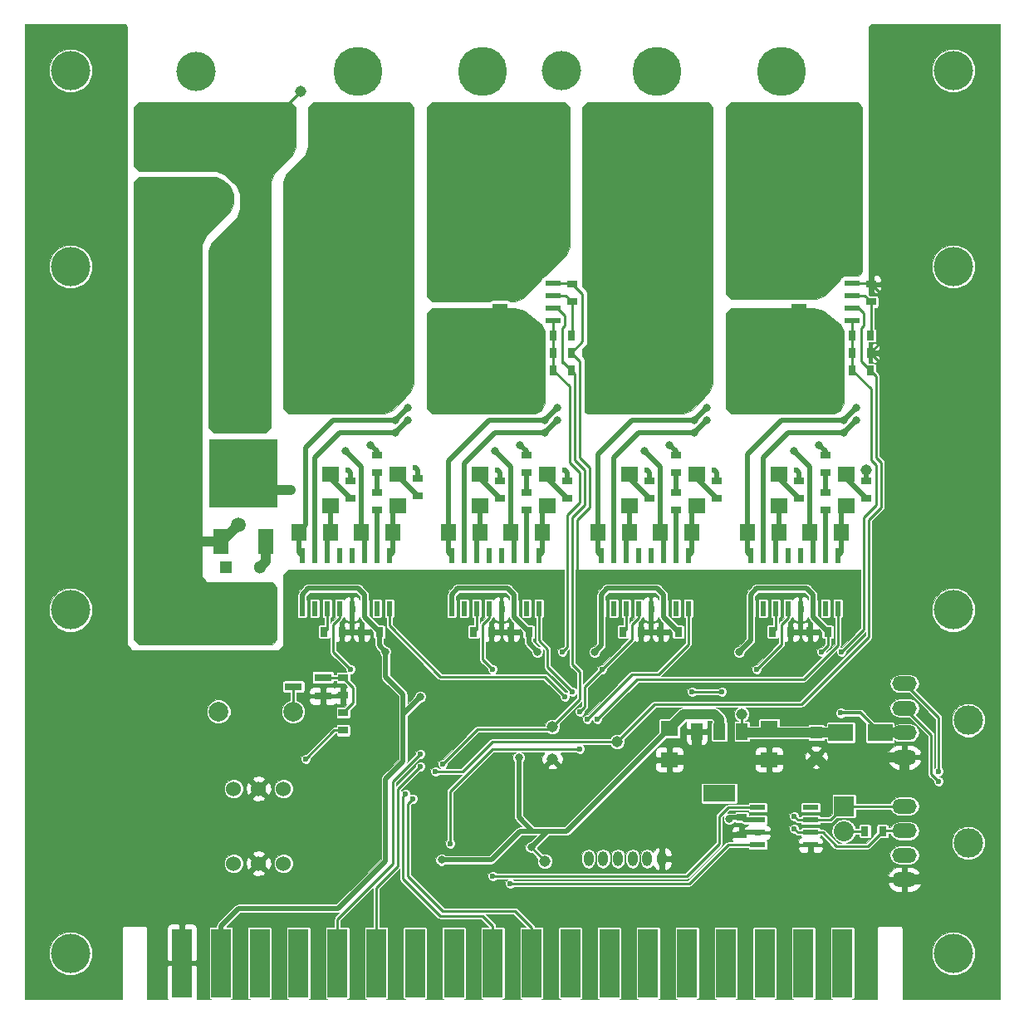
<source format=gbr>
G04 #@! TF.FileFunction,Copper,L2,Bot,Signal*
%FSLAX46Y46*%
G04 Gerber Fmt 4.6, Leading zero omitted, Abs format (unit mm)*
G04 Created by KiCad (PCBNEW 4.0.3-stable) date 09/16/16 16:21:31*
%MOMM*%
%LPD*%
G01*
G04 APERTURE LIST*
%ADD10C,0.100000*%
%ADD11C,1.300000*%
%ADD12R,1.300000X1.300000*%
%ADD13O,2.500000X1.500000*%
%ADD14C,3.000000*%
%ADD15R,1.600000X1.800000*%
%ADD16R,1.800000X1.600000*%
%ADD17R,2.032000X2.032000*%
%ADD18O,2.032000X2.032000*%
%ADD19R,0.600000X1.500000*%
%ADD20R,1.550000X1.000000*%
%ADD21R,1.550000X0.600000*%
%ADD22C,2.000000*%
%ADD23C,4.000000*%
%ADD24R,1.200000X1.700000*%
%ADD25R,3.300000X1.700000*%
%ADD26R,0.800000X1.000000*%
%ADD27R,1.000000X0.800000*%
%ADD28C,2.500000*%
%ADD29C,5.000000*%
%ADD30R,2.000000X7.000000*%
%ADD31O,1.000000X1.524000*%
%ADD32C,1.524000*%
%ADD33C,1.700000*%
%ADD34R,1.700000X1.700000*%
%ADD35R,1.501140X2.499360*%
%ADD36R,7.000240X7.000240*%
%ADD37R,2.499360X1.800860*%
%ADD38C,1.143000*%
%ADD39R,1.800860X0.800100*%
%ADD40C,0.800000*%
%ADD41C,0.600000*%
%ADD42C,1.500000*%
%ADD43C,0.250000*%
%ADD44C,0.500000*%
%ADD45C,1.000000*%
%ADD46C,0.300000*%
%ADD47C,0.026000*%
G04 APERTURE END LIST*
D10*
D11*
X81000000Y-75000000D03*
D12*
X81000000Y-72500000D03*
D13*
X90000000Y-87500000D03*
X90000000Y-85000000D03*
X90000000Y-82500000D03*
X90000000Y-80000000D03*
D14*
X96500000Y-83750000D03*
D15*
X53035000Y-52070000D03*
X49835000Y-52070000D03*
X46685000Y-52070000D03*
X43485000Y-52070000D03*
X37795000Y-52070000D03*
X34595000Y-52070000D03*
X31445000Y-52070000D03*
X28245000Y-52070000D03*
X83515000Y-52070000D03*
X80315000Y-52070000D03*
X77165000Y-52070000D03*
X73965000Y-52070000D03*
X68275000Y-52070000D03*
X65075000Y-52070000D03*
X61925000Y-52070000D03*
X58725000Y-52070000D03*
D16*
X53594000Y-46152000D03*
X53594000Y-49352000D03*
X38354000Y-46152000D03*
X38354000Y-49352000D03*
X84074000Y-46152000D03*
X84074000Y-49352000D03*
X68834000Y-46152000D03*
X68834000Y-49352000D03*
D17*
X83820000Y-80010000D03*
D18*
X83820000Y-82550000D03*
D19*
X52705000Y-59850000D03*
X51435000Y-59850000D03*
X50165000Y-59850000D03*
X48895000Y-59850000D03*
X47625000Y-59850000D03*
X46355000Y-59850000D03*
X45085000Y-59850000D03*
X43815000Y-59850000D03*
X43815000Y-54450000D03*
X45085000Y-54450000D03*
X46355000Y-54450000D03*
X47625000Y-54450000D03*
X48895000Y-54450000D03*
X50165000Y-54450000D03*
X51435000Y-54450000D03*
X52705000Y-54450000D03*
X37465000Y-59850000D03*
X36195000Y-59850000D03*
X34925000Y-59850000D03*
X33655000Y-59850000D03*
X32385000Y-59850000D03*
X31115000Y-59850000D03*
X29845000Y-59850000D03*
X28575000Y-59850000D03*
X28575000Y-54450000D03*
X29845000Y-54450000D03*
X31115000Y-54450000D03*
X32385000Y-54450000D03*
X33655000Y-54450000D03*
X34925000Y-54450000D03*
X36195000Y-54450000D03*
X37465000Y-54450000D03*
X83185000Y-59850000D03*
X81915000Y-59850000D03*
X80645000Y-59850000D03*
X79375000Y-59850000D03*
X78105000Y-59850000D03*
X76835000Y-59850000D03*
X75565000Y-59850000D03*
X74295000Y-59850000D03*
X74295000Y-54450000D03*
X75565000Y-54450000D03*
X76835000Y-54450000D03*
X78105000Y-54450000D03*
X79375000Y-54450000D03*
X80645000Y-54450000D03*
X81915000Y-54450000D03*
X83185000Y-54450000D03*
X67945000Y-59850000D03*
X66675000Y-59850000D03*
X65405000Y-59850000D03*
X64135000Y-59850000D03*
X62865000Y-59850000D03*
X61595000Y-59850000D03*
X60325000Y-59850000D03*
X59055000Y-59850000D03*
X59055000Y-54450000D03*
X60325000Y-54450000D03*
X61595000Y-54450000D03*
X62865000Y-54450000D03*
X64135000Y-54450000D03*
X65405000Y-54450000D03*
X66675000Y-54450000D03*
X67945000Y-54450000D03*
D20*
X79215000Y-30325000D03*
X79215000Y-29325000D03*
X79215000Y-27825000D03*
X79215000Y-26825000D03*
D21*
X84615000Y-26670000D03*
X84615000Y-27940000D03*
X84615000Y-29210000D03*
X84615000Y-30480000D03*
X75024000Y-83947000D03*
X75024000Y-82677000D03*
X75024000Y-81407000D03*
X75024000Y-80137000D03*
X80424000Y-80137000D03*
X80424000Y-81407000D03*
X80424000Y-82677000D03*
X80424000Y-83947000D03*
D22*
X20320000Y-12700000D03*
X20320000Y-17780000D03*
X15240000Y-12700000D03*
X15240000Y-17780000D03*
D23*
X17780000Y-5080000D03*
D24*
X68820000Y-72390000D03*
X71120000Y-72390000D03*
X73420000Y-72390000D03*
D25*
X71120000Y-78690000D03*
D26*
X49900000Y-62230000D03*
X51700000Y-62230000D03*
X34660000Y-62230000D03*
X36460000Y-62230000D03*
X80380000Y-62230000D03*
X82180000Y-62230000D03*
X65140000Y-62230000D03*
X66940000Y-62230000D03*
X46090000Y-62230000D03*
X47890000Y-62230000D03*
X30850000Y-62230000D03*
X32650000Y-62230000D03*
D27*
X51435000Y-47995000D03*
X51435000Y-49795000D03*
X36195000Y-47995000D03*
X36195000Y-49795000D03*
D26*
X76570000Y-62230000D03*
X78370000Y-62230000D03*
X61330000Y-62230000D03*
X63130000Y-62230000D03*
D27*
X81915000Y-47995000D03*
X81915000Y-49795000D03*
X66675000Y-47995000D03*
X66675000Y-49795000D03*
D26*
X87768000Y-82550000D03*
X85968000Y-82550000D03*
D27*
X51435000Y-45985000D03*
X51435000Y-44185000D03*
X36195000Y-45985000D03*
X36195000Y-44185000D03*
X81915000Y-45985000D03*
X81915000Y-44185000D03*
X66675000Y-45985000D03*
X66675000Y-44185000D03*
D26*
X56018000Y-33782000D03*
X54218000Y-33782000D03*
X86498000Y-33782000D03*
X84698000Y-33782000D03*
D28*
X43180000Y-12700000D03*
X38100000Y-12700000D03*
D29*
X46990000Y-5080000D03*
X34290000Y-5080000D03*
D28*
X73660000Y-12700000D03*
X68580000Y-12700000D03*
D29*
X77470000Y-5080000D03*
X64770000Y-5080000D03*
D16*
X46736000Y-46152000D03*
X46736000Y-49352000D03*
X31496000Y-46152000D03*
X31496000Y-49352000D03*
X77216000Y-46152000D03*
X77216000Y-49352000D03*
X61976000Y-46152000D03*
X61976000Y-49352000D03*
D13*
X90000000Y-75000000D03*
X90000000Y-72500000D03*
X90000000Y-70000000D03*
X90000000Y-67500000D03*
D14*
X96500000Y-71250000D03*
D27*
X55626000Y-46852000D03*
X55626000Y-48652000D03*
X40386000Y-46598000D03*
X40386000Y-48398000D03*
X48768000Y-46852000D03*
X48768000Y-48652000D03*
X86106000Y-46852000D03*
X86106000Y-48652000D03*
X70866000Y-46852000D03*
X70866000Y-48652000D03*
X64008000Y-46852000D03*
X64008000Y-48652000D03*
X33528000Y-46852000D03*
X33528000Y-48652000D03*
X79248000Y-46852000D03*
X79248000Y-48652000D03*
D30*
X16340000Y-96000000D03*
X20300000Y-96000000D03*
X24260000Y-96000000D03*
X28220000Y-96000000D03*
X32180000Y-96000000D03*
X36140000Y-96000000D03*
X40100000Y-96000000D03*
X44060000Y-96000000D03*
X48020000Y-96000000D03*
X51980000Y-96000000D03*
X55940000Y-96000000D03*
X59900000Y-96000000D03*
X63860000Y-96000000D03*
X67820000Y-96000000D03*
X71780000Y-96000000D03*
X75740000Y-96000000D03*
X79700000Y-96000000D03*
X83660000Y-96000000D03*
D16*
X76200000Y-72060000D03*
X76200000Y-75260000D03*
X66040000Y-72060000D03*
X66040000Y-75260000D03*
D31*
X65278000Y-85344000D03*
X63778000Y-85344000D03*
X62278000Y-85344000D03*
X60778000Y-85344000D03*
X59278000Y-85344000D03*
X57778000Y-85344000D03*
D32*
X26670000Y-78232000D03*
X24130000Y-78232000D03*
X21590000Y-78232000D03*
X21590000Y-85852000D03*
X24130000Y-85852000D03*
X26670000Y-85852000D03*
D33*
X20240000Y-25400000D03*
D34*
X15240000Y-25400000D03*
D33*
X20240000Y-38100000D03*
D34*
X15240000Y-38100000D03*
D11*
X24328000Y-55626000D03*
D12*
X20828000Y-55626000D03*
D20*
X48735000Y-30325000D03*
X48735000Y-29325000D03*
X48735000Y-27825000D03*
X48735000Y-26825000D03*
D21*
X54135000Y-26670000D03*
X54135000Y-27940000D03*
X54135000Y-29210000D03*
X54135000Y-30480000D03*
D26*
X54218000Y-32004000D03*
X56018000Y-32004000D03*
D27*
X56134000Y-28586000D03*
X56134000Y-26786000D03*
D26*
X84698000Y-32004000D03*
X86498000Y-32004000D03*
D27*
X86614000Y-28586000D03*
X86614000Y-26786000D03*
D35*
X24881840Y-52979320D03*
X20330160Y-52979320D03*
D36*
X22606000Y-46080680D03*
D26*
X56018000Y-35560000D03*
X54218000Y-35560000D03*
X86498000Y-35560000D03*
X84698000Y-35560000D03*
D27*
X73406000Y-82942000D03*
X73406000Y-81142000D03*
D37*
X87498980Y-72500000D03*
X83501020Y-72500000D03*
D38*
X54102000Y-71882000D03*
X60706000Y-73406000D03*
X73406000Y-70612000D03*
X53340000Y-85598000D03*
X54102000Y-75184000D03*
X12700000Y-45720000D03*
X28448000Y-7112000D03*
X86106000Y-45720000D03*
D39*
X30711140Y-66868000D03*
X30711140Y-68768000D03*
X27708860Y-67818000D03*
D27*
X32766000Y-70474000D03*
X32766000Y-72274000D03*
X32766000Y-66918000D03*
X32766000Y-68718000D03*
D22*
X20076160Y-70358000D03*
X27675840Y-70358000D03*
D23*
X55000000Y-5000000D03*
X5000000Y-5000000D03*
X5000000Y-25000000D03*
X95000000Y-60000000D03*
X5000000Y-60000000D03*
X95000000Y-25000000D03*
X95000000Y-5000000D03*
X95000000Y-95000000D03*
X5000000Y-95000000D03*
D40*
X72136000Y-82804000D03*
D41*
X85090000Y-65024000D03*
X57658000Y-65278000D03*
D40*
X18288000Y-91948000D03*
X22352000Y-91948000D03*
X30226000Y-91948000D03*
X26416000Y-91948000D03*
X38100000Y-91948000D03*
X34036000Y-91948000D03*
X45974000Y-91948000D03*
X42164000Y-91948000D03*
X54102000Y-91948000D03*
X50038000Y-91948000D03*
X58166000Y-91948000D03*
X81788000Y-91948000D03*
X77724000Y-91948000D03*
X73914000Y-91948000D03*
X69850000Y-91948000D03*
X66040000Y-91948000D03*
X61976000Y-91948000D03*
D41*
X56134000Y-77470000D03*
D40*
X51944396Y-76328396D03*
X50671604Y-85472396D03*
X41527604Y-84199604D03*
D41*
X46228000Y-77216000D03*
X49784000Y-78232000D03*
X48768000Y-83312000D03*
X44450000Y-82804000D03*
X45720000Y-74422000D03*
X82804000Y-65024000D03*
X47244000Y-72898000D03*
D40*
X74422000Y-65278000D03*
X65024000Y-65278000D03*
X67310000Y-65278000D03*
X46228000Y-65278000D03*
X36068000Y-65278000D03*
X43942000Y-65278000D03*
D41*
X80772000Y-65024000D03*
D40*
X76962000Y-65278000D03*
X61468000Y-65278000D03*
X51562000Y-65278000D03*
X40640000Y-68834000D03*
X72136000Y-81280000D03*
D41*
X55118000Y-64262000D03*
X83566000Y-64262000D03*
D40*
X50671604Y-75055604D03*
X51944396Y-84199604D03*
X42800396Y-85472396D03*
D42*
X66040000Y-72060000D03*
D41*
X81534000Y-64262000D03*
D40*
X58420000Y-64262000D03*
X37084000Y-64262000D03*
X52578000Y-64262000D03*
X73152000Y-64262000D03*
X48260000Y-43815000D03*
D42*
X50800000Y-33020000D03*
X50800000Y-30480000D03*
X48260000Y-30480000D03*
X45720000Y-30480000D03*
X43180000Y-38100000D03*
X48260000Y-38100000D03*
X45720000Y-38100000D03*
X50800000Y-38100000D03*
X50800000Y-35560000D03*
X48260000Y-35560000D03*
X45720000Y-35560000D03*
X43180000Y-35560000D03*
X43180000Y-33020000D03*
X45720000Y-33020000D03*
X48260000Y-33020000D03*
X43180000Y-30480000D03*
D41*
X71374000Y-68326000D03*
X68326000Y-68326000D03*
X83500000Y-70500000D03*
D42*
X25400000Y-13970000D03*
X25400000Y-11430000D03*
X22860000Y-13970000D03*
X22860000Y-11430000D03*
D40*
X38100000Y-40640000D03*
X39370000Y-39370000D03*
X54610000Y-39370000D03*
X53340000Y-40640000D03*
X83820000Y-40640000D03*
X85090000Y-39370000D03*
X68580000Y-40640000D03*
X69850000Y-39370000D03*
D42*
X21590000Y-38100000D03*
X24130000Y-38100000D03*
X24130000Y-35560000D03*
X24130000Y-25400000D03*
X24130000Y-22860000D03*
X24130000Y-20320000D03*
X24130000Y-17780000D03*
X21590000Y-33020000D03*
X24130000Y-33020000D03*
X24130000Y-30480000D03*
X21590000Y-30480000D03*
X21590000Y-27940000D03*
X24130000Y-27940000D03*
X17780000Y-13970000D03*
X17780000Y-11430000D03*
X12700000Y-13970000D03*
X12700000Y-11430000D03*
D40*
X33020000Y-43815000D03*
D42*
X35560000Y-30480000D03*
X27940000Y-38100000D03*
X30480000Y-38100000D03*
X33020000Y-38100000D03*
X35560000Y-38100000D03*
X38100000Y-35560000D03*
X35560000Y-35560000D03*
X33020000Y-35560000D03*
X30480000Y-35560000D03*
X27940000Y-35560000D03*
X27940000Y-33020000D03*
X30480000Y-33020000D03*
X33020000Y-33020000D03*
X35560000Y-33020000D03*
X38100000Y-33020000D03*
X38100000Y-30480000D03*
X33020000Y-30480000D03*
X30480000Y-30480000D03*
X27940000Y-30480000D03*
X81280000Y-38100000D03*
X81280000Y-30480000D03*
D40*
X78740000Y-43815000D03*
D42*
X76200000Y-30480000D03*
X78740000Y-30480000D03*
X73660000Y-30480000D03*
X73660000Y-33020000D03*
X73660000Y-35560000D03*
X78740000Y-38100000D03*
X76200000Y-38100000D03*
X73660000Y-38100000D03*
X81280000Y-35560000D03*
X78740000Y-35560000D03*
X76200000Y-35560000D03*
X76200000Y-33020000D03*
X78740000Y-33020000D03*
X81280000Y-33020000D03*
D40*
X63500000Y-43815000D03*
D42*
X58420000Y-38100000D03*
X60960000Y-38100000D03*
X63500000Y-38100000D03*
X66040000Y-38100000D03*
X68580000Y-35560000D03*
X66040000Y-35560000D03*
X63500000Y-35560000D03*
X60960000Y-35560000D03*
X58420000Y-35560000D03*
X58420000Y-33020000D03*
X60960000Y-33020000D03*
X63500000Y-33020000D03*
X66040000Y-33020000D03*
X68580000Y-33020000D03*
X68580000Y-30480000D03*
X66040000Y-30480000D03*
X63500000Y-30480000D03*
X60960000Y-30480000D03*
X58420000Y-30480000D03*
X22098000Y-51308000D03*
X22860000Y-60960000D03*
X22860000Y-58420000D03*
X20320000Y-58420000D03*
X20320000Y-60960000D03*
X17780000Y-60960000D03*
X17780000Y-58420000D03*
X15240000Y-60960000D03*
X15240000Y-58420000D03*
X15240000Y-55880000D03*
X15240000Y-53340000D03*
X15240000Y-50800000D03*
X15240000Y-48260000D03*
X15240000Y-45720000D03*
X15240000Y-43180000D03*
X12700000Y-20320000D03*
X12700000Y-22860000D03*
X12700000Y-25400000D03*
X12700000Y-27940000D03*
X12700000Y-30480000D03*
X12700000Y-33020000D03*
X12700000Y-35560000D03*
X12700000Y-38100000D03*
X12700000Y-40640000D03*
X12700000Y-43180000D03*
X12700000Y-48260000D03*
X12700000Y-50800000D03*
X12700000Y-53340000D03*
X12700000Y-55880000D03*
X12700000Y-58420000D03*
X12700000Y-60960000D03*
D41*
X40640000Y-75946000D03*
X40640000Y-74676000D03*
X39878000Y-79248000D03*
X39116000Y-78740000D03*
X78740000Y-81026000D03*
X93472000Y-76454000D03*
X93472000Y-77470000D03*
X78740000Y-82296000D03*
D40*
X53340000Y-41910000D03*
X54610000Y-40640000D03*
X38100000Y-41910000D03*
X39370000Y-40640000D03*
X83820000Y-41910000D03*
X85090000Y-40640000D03*
X68580000Y-41910000D03*
X69850000Y-40640000D03*
D41*
X42926000Y-75692000D03*
X42164000Y-76454000D03*
X56896000Y-70358000D03*
X56896000Y-74168000D03*
X43688000Y-83820000D03*
X33528000Y-66040000D03*
X48006000Y-66040000D03*
X74930000Y-66040000D03*
X59182000Y-66040000D03*
X48006000Y-87122000D03*
X56134000Y-68326000D03*
X55372000Y-68834000D03*
X58674000Y-71120000D03*
X57658000Y-71120000D03*
X49784000Y-87884000D03*
X40132000Y-45466000D03*
X55372000Y-45720000D03*
X70612000Y-45720000D03*
D40*
X27432000Y-47752000D03*
D42*
X22022000Y-47244000D03*
D41*
X33274000Y-45720000D03*
X48514000Y-45720000D03*
X63754000Y-45720000D03*
X78994000Y-45720000D03*
D40*
X50800000Y-43180000D03*
X35560000Y-43180000D03*
X81280000Y-43180000D03*
X66040000Y-43180000D03*
D41*
X28956000Y-75184000D03*
D43*
X54102000Y-75184000D02*
X53594000Y-75692000D01*
X53594000Y-75692000D02*
X53594000Y-76200000D01*
X24130000Y-78232000D02*
X22352000Y-80010000D01*
X22352000Y-84074000D02*
X24130000Y-85852000D01*
X22352000Y-80010000D02*
X22352000Y-84074000D01*
X24130000Y-85852000D02*
X21336000Y-88646000D01*
X21336000Y-88646000D02*
X18542000Y-88646000D01*
X18542000Y-88646000D02*
X16340000Y-90848000D01*
X16340000Y-90848000D02*
X16340000Y-96000000D01*
D44*
X65278000Y-85344000D02*
X65278000Y-83312000D01*
X65278000Y-83312000D02*
X66040000Y-82550000D01*
D45*
X76200000Y-75260000D02*
X78562000Y-75260000D01*
X78562000Y-75260000D02*
X79651000Y-76349000D01*
X81000000Y-75000000D02*
X82200000Y-76200000D01*
X86106000Y-76200000D02*
X87306000Y-75000000D01*
X82200000Y-76200000D02*
X86106000Y-76200000D01*
X90000000Y-75000000D02*
X87306000Y-75000000D01*
X90000000Y-75000000D02*
X90000000Y-76538000D01*
X90000000Y-76538000D02*
X92964000Y-79502000D01*
X81000000Y-75000000D02*
X79651000Y-76349000D01*
X76460000Y-75000000D02*
X76200000Y-75260000D01*
D44*
X66040000Y-82550000D02*
X66040000Y-75260000D01*
X73406000Y-82942000D02*
X72274000Y-82942000D01*
X72274000Y-82942000D02*
X72136000Y-82804000D01*
X75024000Y-82677000D02*
X73671000Y-82677000D01*
D43*
X73671000Y-82677000D02*
X73406000Y-82942000D01*
X86498000Y-33782000D02*
X87630000Y-34914000D01*
X87630000Y-34914000D02*
X87630000Y-38354000D01*
X56018000Y-33782000D02*
X56896000Y-34660000D01*
X56896000Y-34660000D02*
X56896000Y-36576000D01*
X86614000Y-26786000D02*
X87630000Y-27802000D01*
X87630000Y-27802000D02*
X87630000Y-27940000D01*
X87630000Y-32650000D02*
X87630000Y-27940000D01*
X87630000Y-32650000D02*
X86498000Y-33782000D01*
X88138000Y-44761998D02*
X87630000Y-44253998D01*
X87630000Y-38354000D02*
X87630000Y-44253998D01*
X85090000Y-65024000D02*
X86868000Y-63246000D01*
X86868000Y-63246000D02*
X86868000Y-51054000D01*
X86868000Y-51054000D02*
X88138000Y-49784000D01*
X88138000Y-49784000D02*
X88138000Y-44761998D01*
X84615000Y-26670000D02*
X86498000Y-26670000D01*
X86498000Y-26670000D02*
X86614000Y-26786000D01*
X56134000Y-26786000D02*
X57150000Y-27802000D01*
X57150000Y-32650000D02*
X56018000Y-33782000D01*
X57150000Y-27802000D02*
X57150000Y-32650000D01*
X54135000Y-26670000D02*
X56018000Y-26670000D01*
X56018000Y-26670000D02*
X56134000Y-26786000D01*
X56896000Y-44450000D02*
X56896000Y-36576000D01*
X57912000Y-45466000D02*
X57912000Y-49530000D01*
X56896000Y-44450000D02*
X57912000Y-45466000D01*
X57912000Y-49530000D02*
X56642000Y-50800000D01*
X56642000Y-50800000D02*
X56642000Y-64262000D01*
X57658000Y-65278000D02*
X56642000Y-64262000D01*
X56388000Y-26786000D02*
X56272000Y-26670000D01*
X86752000Y-26670000D02*
X86868000Y-26786000D01*
X26416000Y-91948000D02*
X22352000Y-91948000D01*
X30226000Y-91948000D02*
X26416000Y-91948000D01*
X42164000Y-91948000D02*
X38100000Y-91948000D01*
X45974000Y-91948000D02*
X42164000Y-91948000D01*
X58166000Y-91948000D02*
X54102000Y-91948000D01*
X61976000Y-91948000D02*
X58166000Y-91948000D01*
X81788000Y-91948000D02*
X77724000Y-91948000D01*
X73914000Y-91948000D02*
X69850000Y-91948000D01*
X66040000Y-91948000D02*
X61976000Y-91948000D01*
D45*
X92964000Y-79502000D02*
X92964000Y-86106000D01*
X92964000Y-86106000D02*
X91570000Y-87500000D01*
X91570000Y-87500000D02*
X90000000Y-87500000D01*
D43*
X51944396Y-76328396D02*
X54992396Y-76328396D01*
X54992396Y-76328396D02*
X56134000Y-77470000D01*
X51944396Y-76328396D02*
X52070000Y-76454000D01*
X50797208Y-85598000D02*
X50800000Y-85598000D01*
X50671604Y-85472396D02*
X50797208Y-85598000D01*
X41527604Y-84199604D02*
X41656000Y-84328000D01*
X46228000Y-77216000D02*
X48768000Y-77216000D01*
X48768000Y-77216000D02*
X49784000Y-78232000D01*
X48768000Y-83312000D02*
X48768000Y-79248000D01*
X48768000Y-79248000D02*
X49784000Y-78232000D01*
X44450000Y-82804000D02*
X48260000Y-82804000D01*
X48260000Y-82804000D02*
X48768000Y-83312000D01*
D44*
X33655000Y-59850000D02*
X33655000Y-62230000D01*
X33655000Y-62230000D02*
X33528000Y-62230000D01*
X32650000Y-62230000D02*
X33528000Y-62230000D01*
X33528000Y-62230000D02*
X34660000Y-62230000D01*
X48895000Y-59850000D02*
X48895000Y-62230000D01*
X48895000Y-62230000D02*
X49022000Y-62230000D01*
X47890000Y-62230000D02*
X49022000Y-62230000D01*
X49022000Y-62230000D02*
X49900000Y-62230000D01*
X64135000Y-59850000D02*
X64135000Y-62230000D01*
X64135000Y-62230000D02*
X64262000Y-62230000D01*
X63130000Y-62230000D02*
X64262000Y-62230000D01*
X64262000Y-62230000D02*
X65140000Y-62230000D01*
X79375000Y-59850000D02*
X79375000Y-62230000D01*
X79375000Y-62230000D02*
X79502000Y-62230000D01*
X78370000Y-62230000D02*
X79502000Y-62230000D01*
X79502000Y-62230000D02*
X80380000Y-62230000D01*
D43*
X47244000Y-72898000D02*
X45720000Y-74422000D01*
D45*
X68820000Y-72390000D02*
X68820000Y-75260000D01*
X68834000Y-75184000D02*
X68834000Y-75260000D01*
X68834000Y-75246000D02*
X68834000Y-75184000D01*
X68820000Y-75260000D02*
X68834000Y-75246000D01*
X76200000Y-75260000D02*
X68834000Y-75260000D01*
X68834000Y-75260000D02*
X66040000Y-75260000D01*
D43*
X75024000Y-82677000D02*
X76327000Y-82677000D01*
X77597000Y-83947000D02*
X80424000Y-83947000D01*
X76327000Y-82677000D02*
X77597000Y-83947000D01*
X47244000Y-72898000D02*
X59182000Y-72898000D01*
X59182000Y-72898000D02*
X62992000Y-69088000D01*
X82804000Y-65024000D02*
X78740000Y-69088000D01*
X78740000Y-69088000D02*
X62992000Y-69088000D01*
D44*
X34660000Y-63870000D02*
X36068000Y-65278000D01*
X34660000Y-62230000D02*
X34660000Y-63870000D01*
D43*
X80380000Y-64632000D02*
X80772000Y-65024000D01*
X80380000Y-64632000D02*
X80380000Y-62230000D01*
D44*
X78370000Y-62230000D02*
X78370000Y-63870000D01*
X78370000Y-63870000D02*
X76962000Y-65278000D01*
X63130000Y-62230000D02*
X63130000Y-63616000D01*
X63130000Y-63616000D02*
X61468000Y-65278000D01*
X49900000Y-62230000D02*
X49900000Y-63616000D01*
X49900000Y-63616000D02*
X51562000Y-65278000D01*
X79375000Y-61225000D02*
X79375000Y-60960000D01*
X79375000Y-59850000D02*
X79375000Y-60960000D01*
X79375000Y-60960000D02*
X79375000Y-61225000D01*
X33655000Y-61225000D02*
X33655000Y-60960000D01*
X33655000Y-59850000D02*
X33655000Y-60960000D01*
X33655000Y-60960000D02*
X33655000Y-61225000D01*
D43*
X51944396Y-84199604D02*
X51944396Y-84202396D01*
X51944396Y-84202396D02*
X53340000Y-85598000D01*
X52070000Y-84074000D02*
X51944396Y-84199604D01*
D44*
X40640000Y-68834000D02*
X38862000Y-70612000D01*
X37084000Y-77216000D02*
X38862000Y-75438000D01*
X37084000Y-85598000D02*
X32258000Y-90424000D01*
X32258000Y-90424000D02*
X22098000Y-90424000D01*
X22098000Y-90424000D02*
X20300000Y-92222000D01*
X20300000Y-92222000D02*
X20300000Y-96000000D01*
X37084000Y-77216000D02*
X37084000Y-85598000D01*
X38862000Y-75438000D02*
X38862000Y-70612000D01*
X38862000Y-68580000D02*
X37084000Y-66802000D01*
X37084000Y-64262000D02*
X37084000Y-66802000D01*
X38862000Y-70612000D02*
X38862000Y-68580000D01*
D43*
X51944396Y-84199604D02*
X52070000Y-84074000D01*
D44*
X72274000Y-81142000D02*
X73406000Y-81142000D01*
X72136000Y-81280000D02*
X72274000Y-81142000D01*
X75024000Y-81407000D02*
X73671000Y-81407000D01*
D43*
X73671000Y-81407000D02*
X73406000Y-81142000D01*
X54218000Y-35560000D02*
X55880000Y-37222000D01*
X55880000Y-37222000D02*
X55880000Y-38354000D01*
X55880000Y-38354000D02*
X55880000Y-44958000D01*
X56896000Y-45974000D02*
X56896000Y-49022000D01*
X56896000Y-49022000D02*
X55626000Y-50292000D01*
X55626000Y-50292000D02*
X55626000Y-63754000D01*
X55880000Y-44958000D02*
X56896000Y-45974000D01*
X55626000Y-63754000D02*
X55118000Y-64262000D01*
X54218000Y-33782000D02*
X54218000Y-35560000D01*
X84698000Y-35560000D02*
X86614000Y-37476000D01*
X86614000Y-37476000D02*
X86614000Y-37592000D01*
X84698000Y-33782000D02*
X84698000Y-35676000D01*
X86614000Y-44704000D02*
X87122000Y-45212000D01*
X87122000Y-45212000D02*
X87122000Y-49276000D01*
X87122000Y-49276000D02*
X85852000Y-50546000D01*
X83566000Y-64262000D02*
X85852000Y-61976000D01*
X85852000Y-61976000D02*
X85852000Y-50546000D01*
X86614000Y-37592000D02*
X86614000Y-44704000D01*
X84698000Y-32004000D02*
X84698000Y-33782000D01*
X84698000Y-32004000D02*
X84698000Y-30563000D01*
X84698000Y-30563000D02*
X84615000Y-30480000D01*
X84615000Y-31921000D02*
X84698000Y-32004000D01*
X54218000Y-32004000D02*
X54218000Y-33782000D01*
X54135000Y-30480000D02*
X54218000Y-30563000D01*
X54218000Y-30563000D02*
X54218000Y-32004000D01*
X54135000Y-30480000D02*
X54472000Y-30480000D01*
X84952000Y-30480000D02*
X84615000Y-30480000D01*
D44*
X50671604Y-75055604D02*
X50671604Y-81151604D01*
X50671604Y-81151604D02*
X52070000Y-82550000D01*
X52070000Y-82550000D02*
X50800000Y-82550000D01*
X50800000Y-82550000D02*
X47877604Y-85472396D01*
X51944396Y-84199604D02*
X53594000Y-82550000D01*
X42800396Y-85472396D02*
X47877604Y-85472396D01*
X66040000Y-72060000D02*
X55550000Y-82550000D01*
X55550000Y-82550000D02*
X53594000Y-82550000D01*
X53594000Y-82550000D02*
X52578000Y-82550000D01*
X52578000Y-82550000D02*
X52070000Y-82550000D01*
D45*
X66040000Y-72060000D02*
X67488000Y-70612000D01*
X71120000Y-72390000D02*
X71120000Y-71120000D01*
X70612000Y-70612000D02*
X71120000Y-71120000D01*
X67488000Y-70612000D02*
X70612000Y-70612000D01*
D43*
X82180000Y-62230000D02*
X82180000Y-63616000D01*
X82180000Y-63616000D02*
X81534000Y-64262000D01*
D44*
X59055000Y-59850000D02*
X59055000Y-63627000D01*
X59055000Y-63627000D02*
X58420000Y-64262000D01*
X36460000Y-62230000D02*
X36460000Y-63638000D01*
X36460000Y-63638000D02*
X37084000Y-64262000D01*
X51700000Y-62230000D02*
X51700000Y-63384000D01*
X51700000Y-63384000D02*
X52578000Y-64262000D01*
X74295000Y-59850000D02*
X74295000Y-63119000D01*
X74295000Y-63119000D02*
X73152000Y-64262000D01*
X51700000Y-62230000D02*
X51700000Y-62368000D01*
X74295000Y-59850000D02*
X74295000Y-58420000D01*
X74295000Y-58420000D02*
X74930000Y-57785000D01*
X74930000Y-57785000D02*
X80010000Y-57785000D01*
X80010000Y-57785000D02*
X80645000Y-58420000D01*
X80645000Y-58420000D02*
X80645000Y-59850000D01*
X80645000Y-59850000D02*
X80645000Y-60695000D01*
X80645000Y-60695000D02*
X82180000Y-62230000D01*
X65405000Y-59850000D02*
X65405000Y-60695000D01*
X65405000Y-60695000D02*
X66940000Y-62230000D01*
X50165000Y-59850000D02*
X50165000Y-60695000D01*
X50165000Y-60695000D02*
X51700000Y-62230000D01*
X59055000Y-59850000D02*
X59055000Y-58420000D01*
X59055000Y-58420000D02*
X59690000Y-57785000D01*
X59690000Y-57785000D02*
X64770000Y-57785000D01*
X64770000Y-57785000D02*
X65405000Y-58420000D01*
X65405000Y-58420000D02*
X65405000Y-59850000D01*
X43815000Y-59850000D02*
X43815000Y-58420000D01*
X43815000Y-58420000D02*
X44450000Y-57785000D01*
X44450000Y-57785000D02*
X49530000Y-57785000D01*
X49530000Y-57785000D02*
X50165000Y-58420000D01*
X50165000Y-58420000D02*
X50165000Y-59850000D01*
X28575000Y-59850000D02*
X28575000Y-58420000D01*
X28575000Y-58420000D02*
X29210000Y-57785000D01*
X29210000Y-57785000D02*
X34290000Y-57785000D01*
X34290000Y-57785000D02*
X34925000Y-58420000D01*
X34925000Y-58420000D02*
X34925000Y-59850000D01*
X34925000Y-59850000D02*
X34925000Y-60695000D01*
X34925000Y-60695000D02*
X36460000Y-62230000D01*
X53035000Y-52070000D02*
X53035000Y-49911000D01*
X53035000Y-49911000D02*
X53594000Y-49352000D01*
X53035000Y-52070000D02*
X53035000Y-54120000D01*
X53035000Y-54120000D02*
X52705000Y-54450000D01*
D45*
X50800000Y-35560000D02*
X50800000Y-38100000D01*
X50800000Y-30480000D02*
X50800000Y-33020000D01*
X50800000Y-33020000D02*
X50800000Y-35560000D01*
D44*
X49835000Y-52070000D02*
X49835000Y-45390000D01*
X49835000Y-45390000D02*
X48260000Y-43815000D01*
X49835000Y-52070000D02*
X50165000Y-52400000D01*
X50165000Y-52400000D02*
X50165000Y-54450000D01*
D45*
X50800000Y-30480000D02*
X48260000Y-30480000D01*
X45720000Y-30480000D02*
X43180000Y-30480000D01*
X48260000Y-38100000D02*
X50800000Y-38100000D01*
X43180000Y-38100000D02*
X45720000Y-38100000D01*
X48260000Y-35560000D02*
X45720000Y-35560000D01*
X43180000Y-35560000D02*
X43180000Y-33020000D01*
X45720000Y-33020000D02*
X48260000Y-33020000D01*
D43*
X71374000Y-68326000D02*
X68326000Y-68326000D01*
D46*
X87498980Y-72500000D02*
X85498980Y-70500000D01*
X85498980Y-70500000D02*
X83500000Y-70500000D01*
D45*
X87498980Y-72500000D02*
X90000000Y-72500000D01*
X89890000Y-72390000D02*
X90000000Y-72500000D01*
D43*
X28448000Y-7112000D02*
X25400000Y-10160000D01*
D45*
X21590000Y-12700000D02*
X20320000Y-12700000D01*
X21590000Y-12700000D02*
X22860000Y-11430000D01*
D43*
X22860000Y-13970000D02*
X25400000Y-13970000D01*
X25400000Y-10160000D02*
X25400000Y-11430000D01*
D44*
X28956000Y-43434000D02*
X28956000Y-51359000D01*
X28956000Y-51359000D02*
X28245000Y-52070000D01*
D45*
X24881840Y-52979320D02*
X24881840Y-55072160D01*
X24881840Y-55072160D02*
X24328000Y-55626000D01*
D44*
X31750000Y-40640000D02*
X38100000Y-40640000D01*
X39370000Y-39370000D02*
X38100000Y-40640000D01*
X53340000Y-40640000D02*
X47625000Y-40640000D01*
X54610000Y-39370000D02*
X53340000Y-40640000D01*
X77470000Y-40640000D02*
X83820000Y-40640000D01*
X85090000Y-39370000D02*
X83820000Y-40640000D01*
X62230000Y-40640000D02*
X68580000Y-40640000D01*
X69850000Y-39370000D02*
X68580000Y-40640000D01*
X31750000Y-40640000D02*
X28956000Y-43434000D01*
X47625000Y-40640000D02*
X43485000Y-44780000D01*
X43485000Y-44780000D02*
X43485000Y-52070000D01*
X62230000Y-40640000D02*
X58725000Y-44145000D01*
X58725000Y-44145000D02*
X58725000Y-52070000D01*
X77470000Y-40640000D02*
X73965000Y-44145000D01*
X73965000Y-44145000D02*
X73965000Y-52070000D01*
X28245000Y-52070000D02*
X28245000Y-54120000D01*
X28245000Y-54120000D02*
X28575000Y-54450000D01*
X43485000Y-52070000D02*
X43485000Y-54120000D01*
X43485000Y-54120000D02*
X43815000Y-54450000D01*
X58725000Y-52070000D02*
X58725000Y-54120000D01*
X58725000Y-54120000D02*
X59055000Y-54450000D01*
X73965000Y-52070000D02*
X73965000Y-54120000D01*
X73965000Y-54120000D02*
X74295000Y-54450000D01*
X74295000Y-52400000D02*
X73965000Y-52070000D01*
X20240000Y-36830000D02*
X20320000Y-36830000D01*
X20320000Y-36830000D02*
X21590000Y-38100000D01*
X24130000Y-35560000D02*
X24130000Y-38100000D01*
X20240000Y-25400000D02*
X20240000Y-26590000D01*
X20240000Y-26590000D02*
X21590000Y-27940000D01*
D45*
X24130000Y-22860000D02*
X24130000Y-25400000D01*
X24130000Y-17780000D02*
X24130000Y-20320000D01*
X24130000Y-16510000D02*
X24130000Y-17780000D01*
X20320000Y-12700000D02*
X24130000Y-16510000D01*
D44*
X24130000Y-33020000D02*
X21590000Y-33020000D01*
X21590000Y-30480000D02*
X24130000Y-30480000D01*
X24130000Y-27940000D02*
X21590000Y-27940000D01*
D45*
X20320000Y-12700000D02*
X19050000Y-12700000D01*
X19050000Y-12700000D02*
X17780000Y-11430000D01*
X15240000Y-12700000D02*
X13970000Y-12700000D01*
X13970000Y-12700000D02*
X12700000Y-11430000D01*
D44*
X37795000Y-52070000D02*
X37795000Y-49911000D01*
X37795000Y-49911000D02*
X38354000Y-49352000D01*
X37795000Y-52070000D02*
X37795000Y-54120000D01*
X37795000Y-54120000D02*
X37465000Y-54450000D01*
X34595000Y-52070000D02*
X34595000Y-45390000D01*
X34595000Y-45390000D02*
X33020000Y-43815000D01*
X34595000Y-52070000D02*
X34925000Y-52400000D01*
X34925000Y-52400000D02*
X34925000Y-54450000D01*
D45*
X30480000Y-38100000D02*
X33020000Y-38100000D01*
X35560000Y-38100000D02*
X38100000Y-35560000D01*
X35560000Y-35560000D02*
X33020000Y-35560000D01*
X30480000Y-35560000D02*
X27940000Y-35560000D01*
X27940000Y-33020000D02*
X30480000Y-33020000D01*
X33020000Y-33020000D02*
X35560000Y-33020000D01*
X38100000Y-33020000D02*
X38100000Y-30480000D01*
X33020000Y-30480000D02*
X30480000Y-30480000D01*
D44*
X84074000Y-49352000D02*
X83515000Y-49911000D01*
X83515000Y-49911000D02*
X83515000Y-52070000D01*
X83185000Y-54450000D02*
X83515000Y-54120000D01*
X83515000Y-54120000D02*
X83515000Y-52070000D01*
D45*
X81280000Y-35560000D02*
X81280000Y-38100000D01*
X81280000Y-30480000D02*
X81280000Y-33020000D01*
D44*
X80315000Y-52070000D02*
X80315000Y-45390000D01*
X80315000Y-45390000D02*
X78740000Y-43815000D01*
X80645000Y-54450000D02*
X80645000Y-52400000D01*
X80645000Y-52400000D02*
X80315000Y-52070000D01*
D45*
X76200000Y-30480000D02*
X78740000Y-30480000D01*
X73660000Y-33020000D02*
X73660000Y-35560000D01*
X78740000Y-38100000D02*
X81280000Y-38100000D01*
X73660000Y-38100000D02*
X76200000Y-38100000D01*
X78740000Y-35560000D02*
X76200000Y-35560000D01*
X76200000Y-33020000D02*
X78740000Y-33020000D01*
D44*
X68275000Y-52070000D02*
X68275000Y-49911000D01*
X68275000Y-49911000D02*
X68834000Y-49352000D01*
X68275000Y-52070000D02*
X68275000Y-54120000D01*
X68275000Y-54120000D02*
X67945000Y-54450000D01*
X65075000Y-52070000D02*
X65075000Y-45390000D01*
X65075000Y-45390000D02*
X63500000Y-43815000D01*
X65075000Y-52070000D02*
X65405000Y-52400000D01*
X65405000Y-52400000D02*
X65405000Y-54450000D01*
D45*
X58420000Y-38100000D02*
X60960000Y-38100000D01*
X63500000Y-38100000D02*
X66040000Y-38100000D01*
X68580000Y-35560000D02*
X66040000Y-35560000D01*
X63500000Y-35560000D02*
X60960000Y-35560000D01*
X58420000Y-35560000D02*
X58420000Y-33020000D01*
X60960000Y-33020000D02*
X63500000Y-33020000D01*
X66040000Y-33020000D02*
X68580000Y-33020000D01*
X68580000Y-30480000D02*
X66040000Y-30480000D01*
X63500000Y-30480000D02*
X60960000Y-30480000D01*
X20330160Y-52979320D02*
X20426680Y-52979320D01*
X20426680Y-52979320D02*
X22098000Y-51308000D01*
X20330160Y-52979320D02*
X15600680Y-52979320D01*
X15600680Y-52979320D02*
X15240000Y-53340000D01*
X22860000Y-58420000D02*
X22860000Y-60960000D01*
X20320000Y-60960000D02*
X20320000Y-58420000D01*
X17780000Y-58420000D02*
X17780000Y-60960000D01*
X15240000Y-60960000D02*
X15240000Y-58420000D01*
X15240000Y-55880000D02*
X15240000Y-53340000D01*
X15240000Y-50800000D02*
X15240000Y-48260000D01*
X15240000Y-45720000D02*
X15240000Y-43180000D01*
X12700000Y-20320000D02*
X12700000Y-22860000D01*
X12700000Y-25400000D02*
X12700000Y-27940000D01*
X12700000Y-30480000D02*
X12700000Y-33020000D01*
X12700000Y-35560000D02*
X12700000Y-38100000D01*
X12700000Y-40640000D02*
X12700000Y-43180000D01*
X12700000Y-45720000D02*
X12700000Y-48260000D01*
X12700000Y-50800000D02*
X12700000Y-53340000D01*
X12700000Y-55880000D02*
X12700000Y-58420000D01*
D43*
X38354000Y-78232000D02*
X38354000Y-79248000D01*
X40640000Y-75946000D02*
X38354000Y-78232000D01*
X36140000Y-96000000D02*
X36140000Y-88320000D01*
X38354000Y-79248000D02*
X38354000Y-86106000D01*
X36140000Y-88320000D02*
X38354000Y-86106000D01*
X40640000Y-74676000D02*
X37846000Y-77470000D01*
X37846000Y-77470000D02*
X37846000Y-78740000D01*
X32180000Y-96000000D02*
X32180000Y-91518000D01*
X32180000Y-91518000D02*
X37846000Y-85852000D01*
X37846000Y-78740000D02*
X37846000Y-85852000D01*
X39370000Y-79756000D02*
X39370000Y-80264000D01*
X39878000Y-79248000D02*
X39370000Y-79756000D01*
X39370000Y-87122000D02*
X42926000Y-90678000D01*
X39370000Y-80264000D02*
X39370000Y-80518000D01*
X39370000Y-80518000D02*
X39370000Y-87122000D01*
X51980000Y-92366000D02*
X51980000Y-96000000D01*
X50292000Y-90678000D02*
X51980000Y-92366000D01*
X42926000Y-90678000D02*
X50292000Y-90678000D01*
X38862000Y-80010000D02*
X38862000Y-78994000D01*
X38862000Y-78994000D02*
X39116000Y-78740000D01*
X38862000Y-87376000D02*
X42672000Y-91186000D01*
X42672000Y-91186000D02*
X46990000Y-91186000D01*
X46990000Y-91186000D02*
X48020000Y-92216000D01*
X48020000Y-92216000D02*
X48020000Y-96000000D01*
X38862000Y-80010000D02*
X38862000Y-87376000D01*
X79121000Y-81407000D02*
X78740000Y-81026000D01*
X79121000Y-81407000D02*
X80424000Y-81407000D01*
X80424000Y-81407000D02*
X82423000Y-81407000D01*
X82423000Y-81407000D02*
X83820000Y-80010000D01*
X83820000Y-80010000D02*
X83830000Y-80000000D01*
X83830000Y-80000000D02*
X90000000Y-80000000D01*
X93472000Y-70972000D02*
X93472000Y-76454000D01*
X90000000Y-67500000D02*
X93472000Y-70972000D01*
X89355000Y-80645000D02*
X90000000Y-80000000D01*
X83820000Y-82550000D02*
X85968000Y-82550000D01*
X93472000Y-77470000D02*
X92710000Y-76708000D01*
X80424000Y-82677000D02*
X79121000Y-82677000D01*
X79121000Y-82677000D02*
X78740000Y-82296000D01*
X80424000Y-82677000D02*
X81661000Y-82677000D01*
X86244000Y-84074000D02*
X87768000Y-82550000D01*
X83058000Y-84074000D02*
X86244000Y-84074000D01*
X81661000Y-82677000D02*
X83058000Y-84074000D01*
X87768000Y-82550000D02*
X87818000Y-82500000D01*
X87818000Y-82500000D02*
X90000000Y-82500000D01*
X90000000Y-70000000D02*
X92710000Y-72710000D01*
X92710000Y-72710000D02*
X92710000Y-76708000D01*
X89415000Y-81915000D02*
X90000000Y-82500000D01*
X46355000Y-59850000D02*
X46355000Y-61965000D01*
X46355000Y-61965000D02*
X46090000Y-62230000D01*
X31115000Y-59850000D02*
X31115000Y-61965000D01*
X31115000Y-61965000D02*
X30850000Y-62230000D01*
D44*
X51435000Y-54450000D02*
X51435000Y-49795000D01*
X48260000Y-41910000D02*
X53340000Y-41910000D01*
X54610000Y-40640000D02*
X53340000Y-41910000D01*
X45085000Y-54450000D02*
X45085000Y-45085000D01*
X45085000Y-45085000D02*
X48260000Y-41910000D01*
X36195000Y-54450000D02*
X36195000Y-49795000D01*
X32385000Y-41910000D02*
X38100000Y-41910000D01*
X39370000Y-40640000D02*
X38100000Y-41910000D01*
X29845000Y-54450000D02*
X29845000Y-44450000D01*
X29845000Y-44450000D02*
X32385000Y-41910000D01*
D43*
X76835000Y-59850000D02*
X76835000Y-61965000D01*
X76835000Y-61965000D02*
X76570000Y-62230000D01*
X61595000Y-59850000D02*
X61595000Y-61965000D01*
X61595000Y-61965000D02*
X61330000Y-62230000D01*
D44*
X81915000Y-54450000D02*
X81915000Y-49795000D01*
X85090000Y-40640000D02*
X83820000Y-41910000D01*
X78105000Y-41910000D02*
X83820000Y-41910000D01*
X78105000Y-41910000D02*
X75565000Y-44450000D01*
X75565000Y-44450000D02*
X75565000Y-54450000D01*
X66675000Y-54450000D02*
X66675000Y-49795000D01*
X69850000Y-40640000D02*
X68580000Y-41910000D01*
X62865000Y-41910000D02*
X68580000Y-41910000D01*
X60325000Y-54450000D02*
X60325000Y-44450000D01*
X60325000Y-44450000D02*
X62865000Y-41910000D01*
D43*
X56018000Y-35560000D02*
X56388000Y-35930000D01*
X56388000Y-35930000D02*
X56388000Y-37592000D01*
X56018000Y-35560000D02*
X55118000Y-34660000D01*
X55118000Y-34660000D02*
X55118000Y-34798000D01*
X54135000Y-29210000D02*
X54610000Y-29210000D01*
X54610000Y-29210000D02*
X55372000Y-29972000D01*
X55372000Y-29972000D02*
X55372000Y-30988000D01*
X55372000Y-30988000D02*
X55118000Y-31242000D01*
X55118000Y-31242000D02*
X55118000Y-34798000D01*
X56388000Y-37592000D02*
X56388000Y-43434000D01*
X56388000Y-43434000D02*
X56388000Y-44704000D01*
X46482000Y-72136000D02*
X49530000Y-72136000D01*
X53848000Y-72136000D02*
X56896000Y-69088000D01*
X49530000Y-72136000D02*
X53848000Y-72136000D01*
X56896000Y-66294000D02*
X56134000Y-65532000D01*
X56896000Y-69088000D02*
X56896000Y-66294000D01*
X56134000Y-50546000D02*
X56134000Y-65532000D01*
X57404000Y-49276000D02*
X56134000Y-50546000D01*
X57404000Y-45720000D02*
X57404000Y-49276000D01*
X56388000Y-44704000D02*
X57404000Y-45720000D01*
X42926000Y-75692000D02*
X46482000Y-72136000D01*
X54135000Y-29210000D02*
X54610000Y-29210000D01*
X60706000Y-73406000D02*
X64516000Y-69596000D01*
X64516000Y-69596000D02*
X79502000Y-69596000D01*
X87122000Y-36184000D02*
X86498000Y-35560000D01*
X87122000Y-36184000D02*
X87122000Y-38608000D01*
X87122000Y-44450000D02*
X87122000Y-38608000D01*
X86360000Y-62738000D02*
X86360000Y-50800000D01*
X87122000Y-44450000D02*
X87630000Y-44958000D01*
X87630000Y-44958000D02*
X87630000Y-49530000D01*
X87630000Y-49530000D02*
X86360000Y-50800000D01*
X86360000Y-62738000D02*
X79502000Y-69596000D01*
X60706000Y-73406000D02*
X48006000Y-73406000D01*
X44958000Y-76454000D02*
X48006000Y-73406000D01*
X42164000Y-76454000D02*
X44958000Y-76454000D01*
X86498000Y-35560000D02*
X85598000Y-34660000D01*
X85598000Y-34544000D02*
X85598000Y-31242000D01*
X85598000Y-31242000D02*
X85852000Y-30988000D01*
X85852000Y-30988000D02*
X85852000Y-29718000D01*
X85852000Y-29718000D02*
X85344000Y-29210000D01*
X85598000Y-34660000D02*
X85598000Y-34544000D01*
X85344000Y-29210000D02*
X84615000Y-29210000D01*
X59182000Y-66040000D02*
X57404000Y-67818000D01*
X57404000Y-69850000D02*
X56896000Y-70358000D01*
X57404000Y-67818000D02*
X57404000Y-69850000D01*
X56896000Y-74168000D02*
X48006000Y-74168000D01*
X47244000Y-74930000D02*
X43688000Y-78486000D01*
X43688000Y-83820000D02*
X43688000Y-78486000D01*
X48006000Y-74168000D02*
X47244000Y-74930000D01*
X47625000Y-59850000D02*
X47625000Y-60833000D01*
X46990000Y-65024000D02*
X48006000Y-66040000D01*
X46990000Y-61468000D02*
X46990000Y-65024000D01*
X47625000Y-60833000D02*
X46990000Y-61468000D01*
X78105000Y-59850000D02*
X78105000Y-60833000D01*
X77470000Y-63500000D02*
X74930000Y-66040000D01*
X77470000Y-61468000D02*
X77470000Y-63500000D01*
X78105000Y-60833000D02*
X77470000Y-61468000D01*
X62865000Y-59850000D02*
X62865000Y-60833000D01*
X62230000Y-62992000D02*
X59182000Y-66040000D01*
X62230000Y-61468000D02*
X62230000Y-62992000D01*
X62865000Y-60833000D02*
X62230000Y-61468000D01*
X32385000Y-59850000D02*
X32385000Y-60833000D01*
X31750000Y-64262000D02*
X33528000Y-66040000D01*
X31750000Y-61468000D02*
X31750000Y-64262000D01*
X32385000Y-60833000D02*
X31750000Y-61468000D01*
X48006000Y-87122000D02*
X67818000Y-87122000D01*
X67818000Y-87122000D02*
X71120000Y-83820000D01*
X71120000Y-83820000D02*
X71120000Y-81026000D01*
X71120000Y-81026000D02*
X72009000Y-80137000D01*
X75024000Y-80137000D02*
X72009000Y-80137000D01*
X56134000Y-68326000D02*
X54610000Y-66802000D01*
X52705000Y-59850000D02*
X52705000Y-63119000D01*
X53594000Y-65786000D02*
X54610000Y-66802000D01*
X53594000Y-64008000D02*
X53594000Y-65786000D01*
X52705000Y-63119000D02*
X53594000Y-64008000D01*
X45466000Y-66802000D02*
X53340000Y-66802000D01*
X53340000Y-66802000D02*
X55372000Y-68834000D01*
X42672000Y-66802000D02*
X45466000Y-66802000D01*
X37465000Y-61595000D02*
X42672000Y-66802000D01*
X37465000Y-61595000D02*
X37465000Y-59850000D01*
X62738000Y-67056000D02*
X58674000Y-71120000D01*
X79756000Y-67056000D02*
X62738000Y-67056000D01*
X83185000Y-63627000D02*
X79756000Y-67056000D01*
X83185000Y-59850000D02*
X83185000Y-63627000D01*
X62230000Y-66548000D02*
X57658000Y-71120000D01*
X67945000Y-59850000D02*
X67945000Y-63500000D01*
X67945000Y-63500000D02*
X64897000Y-66548000D01*
X64897000Y-66548000D02*
X62230000Y-66548000D01*
X75024000Y-83947000D02*
X72009000Y-83947000D01*
X72009000Y-83947000D02*
X68072000Y-87884000D01*
X49784000Y-87884000D02*
X68072000Y-87884000D01*
D44*
X40386000Y-46598000D02*
X40386000Y-45720000D01*
X40386000Y-45720000D02*
X40132000Y-45466000D01*
X55626000Y-46852000D02*
X55626000Y-45974000D01*
X55626000Y-45974000D02*
X55372000Y-45720000D01*
X70866000Y-46852000D02*
X70866000Y-45974000D01*
X70866000Y-45974000D02*
X70612000Y-45720000D01*
X86106000Y-45720000D02*
X86106000Y-46852000D01*
D45*
X24277320Y-47752000D02*
X27432000Y-47752000D01*
X22022000Y-47244000D02*
X22022000Y-46664680D01*
X22022000Y-46664680D02*
X22606000Y-46080680D01*
X24277320Y-47752000D02*
X22606000Y-46080680D01*
X22022000Y-45974000D02*
X22499320Y-45974000D01*
X22499320Y-45974000D02*
X22606000Y-46080680D01*
D44*
X33528000Y-45974000D02*
X33274000Y-45720000D01*
X33528000Y-46852000D02*
X33528000Y-45974000D01*
X48768000Y-45974000D02*
X48514000Y-45720000D01*
X79248000Y-46852000D02*
X79248000Y-45974000D01*
X79248000Y-45974000D02*
X78994000Y-45720000D01*
X64008000Y-46852000D02*
X64008000Y-45974000D01*
X64008000Y-45974000D02*
X63754000Y-45720000D01*
X48768000Y-46852000D02*
X48768000Y-45974000D01*
X51435000Y-47995000D02*
X51435000Y-45985000D01*
X51435000Y-44185000D02*
X51435000Y-43815000D01*
X51435000Y-43815000D02*
X50800000Y-43180000D01*
X36195000Y-47995000D02*
X36195000Y-45985000D01*
X36195000Y-44185000D02*
X36195000Y-43815000D01*
X36195000Y-43815000D02*
X35560000Y-43180000D01*
X81915000Y-47995000D02*
X81915000Y-45985000D01*
X81915000Y-44185000D02*
X81915000Y-43815000D01*
X81915000Y-43815000D02*
X81280000Y-43180000D01*
X66675000Y-47995000D02*
X66675000Y-45985000D01*
X66675000Y-44185000D02*
X66675000Y-43815000D01*
X66675000Y-43815000D02*
X66040000Y-43180000D01*
X46736000Y-49352000D02*
X46685000Y-49403000D01*
X46685000Y-49403000D02*
X46685000Y-52070000D01*
X46685000Y-52070000D02*
X46355000Y-52400000D01*
X46355000Y-52400000D02*
X46355000Y-54450000D01*
X31496000Y-49352000D02*
X31445000Y-49403000D01*
X31445000Y-49403000D02*
X31445000Y-52070000D01*
X31445000Y-52070000D02*
X31115000Y-52400000D01*
X31115000Y-52400000D02*
X31115000Y-54450000D01*
X77165000Y-52070000D02*
X77216000Y-52019000D01*
X77216000Y-52019000D02*
X77216000Y-49352000D01*
X76835000Y-54450000D02*
X76835000Y-52400000D01*
X76835000Y-52400000D02*
X77165000Y-52070000D01*
X61925000Y-52070000D02*
X61976000Y-52019000D01*
X61976000Y-52019000D02*
X61976000Y-49352000D01*
X61925000Y-52070000D02*
X61595000Y-52400000D01*
X61595000Y-52400000D02*
X61595000Y-54450000D01*
X53594000Y-46152000D02*
X53594000Y-46620000D01*
X53594000Y-46620000D02*
X55626000Y-48652000D01*
X38354000Y-46152000D02*
X38354000Y-46366000D01*
X38354000Y-46366000D02*
X40386000Y-48398000D01*
X84074000Y-46152000D02*
X84074000Y-46620000D01*
X84074000Y-46620000D02*
X86106000Y-48652000D01*
X68834000Y-46152000D02*
X68834000Y-46620000D01*
X68834000Y-46620000D02*
X70866000Y-48652000D01*
X46736000Y-46152000D02*
X46736000Y-46620000D01*
X46736000Y-46620000D02*
X48768000Y-48652000D01*
X31496000Y-46152000D02*
X31496000Y-46620000D01*
X31496000Y-46620000D02*
X33528000Y-48652000D01*
X31496000Y-46152000D02*
X31496000Y-46366000D01*
X77216000Y-46152000D02*
X77216000Y-46620000D01*
X77216000Y-46620000D02*
X79248000Y-48652000D01*
X61976000Y-46152000D02*
X61976000Y-46620000D01*
X61976000Y-46620000D02*
X64008000Y-48652000D01*
D43*
X55940000Y-93278000D02*
X55940000Y-96000000D01*
X54135000Y-27940000D02*
X55488000Y-27940000D01*
X55488000Y-27940000D02*
X56134000Y-28586000D01*
X56018000Y-32004000D02*
X56134000Y-31888000D01*
X56134000Y-31888000D02*
X56134000Y-28586000D01*
X86614000Y-28586000D02*
X86614000Y-31888000D01*
X86614000Y-31888000D02*
X86498000Y-32004000D01*
X84615000Y-27940000D02*
X85968000Y-27940000D01*
X85968000Y-27940000D02*
X86614000Y-28586000D01*
X73406000Y-70612000D02*
X73420000Y-70626000D01*
X73420000Y-70626000D02*
X73420000Y-72390000D01*
D45*
X76200000Y-72060000D02*
X76640000Y-72500000D01*
X76640000Y-72500000D02*
X77500000Y-72500000D01*
X81000000Y-72500000D02*
X83501020Y-72500000D01*
X73420000Y-72390000D02*
X73530000Y-72500000D01*
X73530000Y-72500000D02*
X77500000Y-72500000D01*
X77500000Y-72500000D02*
X81000000Y-72500000D01*
X76200000Y-72060000D02*
X76530000Y-72390000D01*
D43*
X30711140Y-66868000D02*
X30761140Y-66918000D01*
X30761140Y-66918000D02*
X32766000Y-66918000D01*
X32766000Y-70474000D02*
X33782000Y-69458000D01*
X33782000Y-67934000D02*
X32766000Y-66918000D01*
X33782000Y-69458000D02*
X33782000Y-67934000D01*
X27708860Y-67818000D02*
X27675840Y-67851020D01*
X27675840Y-67851020D02*
X27675840Y-70358000D01*
X32766000Y-72274000D02*
X31866000Y-72274000D01*
X28956000Y-75184000D02*
X31866000Y-72274000D01*
X32628000Y-72274000D02*
X33020000Y-72274000D01*
D47*
G36*
X39992000Y-8760384D02*
X39992000Y-36962415D01*
X39640426Y-37811190D01*
X37811190Y-39640426D01*
X36998628Y-39977000D01*
X31750005Y-39977000D01*
X31750000Y-39976999D01*
X31674587Y-39992000D01*
X27175384Y-39992000D01*
X26683000Y-39499616D01*
X26683000Y-16377585D01*
X27034574Y-15528810D01*
X28865639Y-13697745D01*
X28868457Y-13693528D01*
X29222010Y-12839975D01*
X29223000Y-12835000D01*
X29223000Y-8760384D01*
X29715384Y-8268000D01*
X39499616Y-8268000D01*
X39992000Y-8760384D01*
X39992000Y-8760384D01*
G37*
X39992000Y-8760384D02*
X39992000Y-36962415D01*
X39640426Y-37811190D01*
X37811190Y-39640426D01*
X36998628Y-39977000D01*
X31750005Y-39977000D01*
X31750000Y-39976999D01*
X31674587Y-39992000D01*
X27175384Y-39992000D01*
X26683000Y-39499616D01*
X26683000Y-16377585D01*
X27034574Y-15528810D01*
X28865639Y-13697745D01*
X28868457Y-13693528D01*
X29222010Y-12839975D01*
X29223000Y-12835000D01*
X29223000Y-8760384D01*
X29715384Y-8268000D01*
X39499616Y-8268000D01*
X39992000Y-8760384D01*
G36*
X55867000Y-8760384D02*
X55867000Y-22992415D01*
X55515426Y-23841190D01*
X53407707Y-25948909D01*
X53360000Y-25948909D01*
X53206951Y-25977707D01*
X53066386Y-26068159D01*
X52972085Y-26206172D01*
X52938909Y-26370000D01*
X52938909Y-26417707D01*
X51146190Y-28210426D01*
X50297415Y-28562000D01*
X49831541Y-28562000D01*
X49811841Y-28531386D01*
X49673828Y-28437085D01*
X49510000Y-28403909D01*
X47960000Y-28403909D01*
X47806951Y-28432707D01*
X47666386Y-28523159D01*
X47639847Y-28562000D01*
X41780384Y-28562000D01*
X41288000Y-28069616D01*
X41288000Y-8760384D01*
X41780384Y-8268000D01*
X55374616Y-8268000D01*
X55867000Y-8760384D01*
X55867000Y-8760384D01*
G37*
X55867000Y-8760384D02*
X55867000Y-22992415D01*
X55515426Y-23841190D01*
X53407707Y-25948909D01*
X53360000Y-25948909D01*
X53206951Y-25977707D01*
X53066386Y-26068159D01*
X52972085Y-26206172D01*
X52938909Y-26370000D01*
X52938909Y-26417707D01*
X51146190Y-28210426D01*
X50297415Y-28562000D01*
X49831541Y-28562000D01*
X49811841Y-28531386D01*
X49673828Y-28437085D01*
X49510000Y-28403909D01*
X47960000Y-28403909D01*
X47806951Y-28432707D01*
X47666386Y-28523159D01*
X47639847Y-28562000D01*
X41780384Y-28562000D01*
X41288000Y-28069616D01*
X41288000Y-8760384D01*
X41780384Y-8268000D01*
X55374616Y-8268000D01*
X55867000Y-8760384D01*
G36*
X70472000Y-8760384D02*
X70472000Y-36962415D01*
X70120426Y-37811190D01*
X68291190Y-39640426D01*
X67478628Y-39977000D01*
X62230005Y-39977000D01*
X62230000Y-39976999D01*
X62154587Y-39992000D01*
X57655384Y-39992000D01*
X57434000Y-39770616D01*
X57434000Y-34660000D01*
X57393048Y-34454117D01*
X57276424Y-34279577D01*
X57163000Y-34166153D01*
X57163000Y-33397847D01*
X57530424Y-33030423D01*
X57600334Y-32925794D01*
X57647047Y-32855884D01*
X57688000Y-32650000D01*
X57688000Y-27802000D01*
X57647047Y-27596116D01*
X57530423Y-27421577D01*
X57163000Y-27054154D01*
X57163000Y-8760384D01*
X57655384Y-8268000D01*
X69979616Y-8268000D01*
X70472000Y-8760384D01*
X70472000Y-8760384D01*
G37*
X70472000Y-8760384D02*
X70472000Y-36962415D01*
X70120426Y-37811190D01*
X68291190Y-39640426D01*
X67478628Y-39977000D01*
X62230005Y-39977000D01*
X62230000Y-39976999D01*
X62154587Y-39992000D01*
X57655384Y-39992000D01*
X57434000Y-39770616D01*
X57434000Y-34660000D01*
X57393048Y-34454117D01*
X57276424Y-34279577D01*
X57163000Y-34166153D01*
X57163000Y-33397847D01*
X57530424Y-33030423D01*
X57600334Y-32925794D01*
X57647047Y-32855884D01*
X57688000Y-32650000D01*
X57688000Y-27802000D01*
X57647047Y-27596116D01*
X57530423Y-27421577D01*
X57163000Y-27054154D01*
X57163000Y-8760384D01*
X57655384Y-8268000D01*
X69979616Y-8268000D01*
X70472000Y-8760384D01*
G36*
X85712000Y-8760384D02*
X85712000Y-25529616D01*
X85292707Y-25948909D01*
X83840000Y-25948909D01*
X83686951Y-25977707D01*
X83546386Y-26068159D01*
X83452085Y-26206172D01*
X83418909Y-26370000D01*
X83418909Y-26417707D01*
X81880190Y-27956426D01*
X81031415Y-28308000D01*
X72260384Y-28308000D01*
X71768000Y-27815616D01*
X71768000Y-8760384D01*
X72260384Y-8268000D01*
X85219616Y-8268000D01*
X85712000Y-8760384D01*
X85712000Y-8760384D01*
G37*
X85712000Y-8760384D02*
X85712000Y-25529616D01*
X85292707Y-25948909D01*
X83840000Y-25948909D01*
X83686951Y-25977707D01*
X83546386Y-26068159D01*
X83452085Y-26206172D01*
X83418909Y-26370000D01*
X83418909Y-26417707D01*
X81880190Y-27956426D01*
X81031415Y-28308000D01*
X72260384Y-28308000D01*
X71768000Y-27815616D01*
X71768000Y-8760384D01*
X72260384Y-8268000D01*
X85219616Y-8268000D01*
X85712000Y-8760384D01*
G36*
X81673888Y-29521666D02*
X83409744Y-30823558D01*
X83437580Y-30879231D01*
X83447707Y-30933049D01*
X83522970Y-31050009D01*
X83807000Y-31618070D01*
X83807000Y-38918402D01*
X83492551Y-39677551D01*
X82769615Y-39977000D01*
X77470005Y-39977000D01*
X77470000Y-39976999D01*
X77394587Y-39992000D01*
X72260384Y-39992000D01*
X71768000Y-39499616D01*
X71768000Y-29715384D01*
X72260384Y-29223000D01*
X80777890Y-29223000D01*
X81673888Y-29521666D01*
X81673888Y-29521666D01*
G37*
X81673888Y-29521666D02*
X83409744Y-30823558D01*
X83437580Y-30879231D01*
X83447707Y-30933049D01*
X83522970Y-31050009D01*
X83807000Y-31618070D01*
X83807000Y-38918402D01*
X83492551Y-39677551D01*
X82769615Y-39977000D01*
X77470005Y-39977000D01*
X77470000Y-39976999D01*
X77394587Y-39992000D01*
X72260384Y-39992000D01*
X71768000Y-39499616D01*
X71768000Y-29715384D01*
X72260384Y-29223000D01*
X80777890Y-29223000D01*
X81673888Y-29521666D01*
G36*
X51193888Y-29521666D02*
X52929744Y-30823558D01*
X52957580Y-30879231D01*
X52967707Y-30933049D01*
X53042970Y-31050009D01*
X53327000Y-31618070D01*
X53327000Y-38918402D01*
X53012551Y-39677551D01*
X52289615Y-39977000D01*
X47625000Y-39977000D01*
X47549590Y-39992000D01*
X41780384Y-39992000D01*
X41288000Y-39499616D01*
X41288000Y-29715384D01*
X41780384Y-29223000D01*
X50297890Y-29223000D01*
X51193888Y-29521666D01*
X51193888Y-29521666D01*
G37*
X51193888Y-29521666D02*
X52929744Y-30823558D01*
X52957580Y-30879231D01*
X52967707Y-30933049D01*
X53042970Y-31050009D01*
X53327000Y-31618070D01*
X53327000Y-38918402D01*
X53012551Y-39677551D01*
X52289615Y-39977000D01*
X47625000Y-39977000D01*
X47549590Y-39992000D01*
X41780384Y-39992000D01*
X41288000Y-39499616D01*
X41288000Y-29715384D01*
X41780384Y-29223000D01*
X50297890Y-29223000D01*
X51193888Y-29521666D01*
G36*
X20666190Y-16239574D02*
X21225426Y-16798810D01*
X21577000Y-17647585D01*
X21577000Y-18547415D01*
X21225426Y-19396190D01*
X18759361Y-21862255D01*
X18756543Y-21866472D01*
X18402990Y-22720025D01*
X18402000Y-22725000D01*
X18402000Y-56650000D01*
X18403024Y-56655058D01*
X18405808Y-56659192D01*
X18905808Y-57159192D01*
X18910108Y-57162045D01*
X18915000Y-57163000D01*
X25529616Y-57163000D01*
X26022000Y-57655384D01*
X26022000Y-62994616D01*
X25529616Y-63487000D01*
X11935384Y-63487000D01*
X11443000Y-62994616D01*
X11443000Y-16380384D01*
X11935384Y-15888000D01*
X19817415Y-15888000D01*
X20666190Y-16239574D01*
X20666190Y-16239574D01*
G37*
X20666190Y-16239574D02*
X21225426Y-16798810D01*
X21577000Y-17647585D01*
X21577000Y-18547415D01*
X21225426Y-19396190D01*
X18759361Y-21862255D01*
X18756543Y-21866472D01*
X18402990Y-22720025D01*
X18402000Y-22725000D01*
X18402000Y-56650000D01*
X18403024Y-56655058D01*
X18405808Y-56659192D01*
X18905808Y-57159192D01*
X18910108Y-57162045D01*
X18915000Y-57163000D01*
X25529616Y-57163000D01*
X26022000Y-57655384D01*
X26022000Y-62994616D01*
X25529616Y-63487000D01*
X11935384Y-63487000D01*
X11443000Y-62994616D01*
X11443000Y-16380384D01*
X11935384Y-15888000D01*
X19817415Y-15888000D01*
X20666190Y-16239574D01*
G36*
X27927000Y-8760384D02*
X27927000Y-12832415D01*
X27575426Y-13681190D01*
X25744361Y-15512255D01*
X25741543Y-15516472D01*
X25387990Y-16370025D01*
X25387000Y-16375000D01*
X25387000Y-41404616D01*
X24894616Y-41897000D01*
X19555384Y-41897000D01*
X19063000Y-41404616D01*
X19063000Y-23362585D01*
X19414574Y-22513810D01*
X21880639Y-20047745D01*
X21883457Y-20043528D01*
X22237010Y-19189975D01*
X22238000Y-19185000D01*
X22238000Y-17645000D01*
X22237010Y-17640025D01*
X21883457Y-16786472D01*
X21880639Y-16782255D01*
X20682745Y-15584361D01*
X20678528Y-15581543D01*
X19824975Y-15227990D01*
X19820000Y-15227000D01*
X11935384Y-15227000D01*
X11443000Y-14734616D01*
X11443000Y-8760384D01*
X11935384Y-8268000D01*
X27434616Y-8268000D01*
X27927000Y-8760384D01*
X27927000Y-8760384D01*
G37*
X27927000Y-8760384D02*
X27927000Y-12832415D01*
X27575426Y-13681190D01*
X25744361Y-15512255D01*
X25741543Y-15516472D01*
X25387990Y-16370025D01*
X25387000Y-16375000D01*
X25387000Y-41404616D01*
X24894616Y-41897000D01*
X19555384Y-41897000D01*
X19063000Y-41404616D01*
X19063000Y-23362585D01*
X19414574Y-22513810D01*
X21880639Y-20047745D01*
X21883457Y-20043528D01*
X22237010Y-19189975D01*
X22238000Y-19185000D01*
X22238000Y-17645000D01*
X22237010Y-17640025D01*
X21883457Y-16786472D01*
X21880639Y-16782255D01*
X20682745Y-15584361D01*
X20678528Y-15581543D01*
X19824975Y-15227990D01*
X19820000Y-15227000D01*
X11935384Y-15227000D01*
X11443000Y-14734616D01*
X11443000Y-8760384D01*
X11935384Y-8268000D01*
X27434616Y-8268000D01*
X27927000Y-8760384D01*
G36*
X31940998Y-91278998D02*
X31867729Y-91388653D01*
X31842000Y-91518000D01*
X31842000Y-92282828D01*
X31180000Y-92282828D01*
X31101067Y-92297680D01*
X31028572Y-92344329D01*
X30979938Y-92415508D01*
X30962828Y-92500000D01*
X30962828Y-99500000D01*
X30977680Y-99578933D01*
X31024329Y-99651428D01*
X31095508Y-99700062D01*
X31154460Y-99712000D01*
X29247487Y-99712000D01*
X29298933Y-99702320D01*
X29371428Y-99655671D01*
X29420062Y-99584492D01*
X29437172Y-99500000D01*
X29437172Y-92500000D01*
X29422320Y-92421067D01*
X29375671Y-92348572D01*
X29304492Y-92299938D01*
X29220000Y-92282828D01*
X27220000Y-92282828D01*
X27141067Y-92297680D01*
X27068572Y-92344329D01*
X27019938Y-92415508D01*
X27002828Y-92500000D01*
X27002828Y-99500000D01*
X27017680Y-99578933D01*
X27064329Y-99651428D01*
X27135508Y-99700062D01*
X27194460Y-99712000D01*
X25287487Y-99712000D01*
X25338933Y-99702320D01*
X25411428Y-99655671D01*
X25460062Y-99584492D01*
X25477172Y-99500000D01*
X25477172Y-92500000D01*
X25462320Y-92421067D01*
X25415671Y-92348572D01*
X25344492Y-92299938D01*
X25260000Y-92282828D01*
X23260000Y-92282828D01*
X23181067Y-92297680D01*
X23108572Y-92344329D01*
X23059938Y-92415508D01*
X23042828Y-92500000D01*
X23042828Y-99500000D01*
X23057680Y-99578933D01*
X23104329Y-99651428D01*
X23175508Y-99700062D01*
X23234460Y-99712000D01*
X21327487Y-99712000D01*
X21378933Y-99702320D01*
X21451428Y-99655671D01*
X21500062Y-99584492D01*
X21517172Y-99500000D01*
X21517172Y-92500000D01*
X21502320Y-92421067D01*
X21455671Y-92348572D01*
X21384492Y-92299938D01*
X21300000Y-92282828D01*
X20893952Y-92282828D01*
X22289780Y-90887000D01*
X32258000Y-90887000D01*
X32351618Y-90868378D01*
X31940998Y-91278998D01*
X31940998Y-91278998D01*
G37*
X31940998Y-91278998D02*
X31867729Y-91388653D01*
X31842000Y-91518000D01*
X31842000Y-92282828D01*
X31180000Y-92282828D01*
X31101067Y-92297680D01*
X31028572Y-92344329D01*
X30979938Y-92415508D01*
X30962828Y-92500000D01*
X30962828Y-99500000D01*
X30977680Y-99578933D01*
X31024329Y-99651428D01*
X31095508Y-99700062D01*
X31154460Y-99712000D01*
X29247487Y-99712000D01*
X29298933Y-99702320D01*
X29371428Y-99655671D01*
X29420062Y-99584492D01*
X29437172Y-99500000D01*
X29437172Y-92500000D01*
X29422320Y-92421067D01*
X29375671Y-92348572D01*
X29304492Y-92299938D01*
X29220000Y-92282828D01*
X27220000Y-92282828D01*
X27141067Y-92297680D01*
X27068572Y-92344329D01*
X27019938Y-92415508D01*
X27002828Y-92500000D01*
X27002828Y-99500000D01*
X27017680Y-99578933D01*
X27064329Y-99651428D01*
X27135508Y-99700062D01*
X27194460Y-99712000D01*
X25287487Y-99712000D01*
X25338933Y-99702320D01*
X25411428Y-99655671D01*
X25460062Y-99584492D01*
X25477172Y-99500000D01*
X25477172Y-92500000D01*
X25462320Y-92421067D01*
X25415671Y-92348572D01*
X25344492Y-92299938D01*
X25260000Y-92282828D01*
X23260000Y-92282828D01*
X23181067Y-92297680D01*
X23108572Y-92344329D01*
X23059938Y-92415508D01*
X23042828Y-92500000D01*
X23042828Y-99500000D01*
X23057680Y-99578933D01*
X23104329Y-99651428D01*
X23175508Y-99700062D01*
X23234460Y-99712000D01*
X21327487Y-99712000D01*
X21378933Y-99702320D01*
X21451428Y-99655671D01*
X21500062Y-99584492D01*
X21517172Y-99500000D01*
X21517172Y-92500000D01*
X21502320Y-92421067D01*
X21455671Y-92348572D01*
X21384492Y-92299938D01*
X21300000Y-92282828D01*
X20893952Y-92282828D01*
X22289780Y-90887000D01*
X32258000Y-90887000D01*
X32351618Y-90868378D01*
X31940998Y-91278998D01*
G36*
X10782000Y-505384D02*
X10782000Y-63635000D01*
X10783024Y-63640058D01*
X10785808Y-63644192D01*
X11285808Y-64144192D01*
X11290108Y-64147045D01*
X11295000Y-64148000D01*
X26170000Y-64148000D01*
X26175058Y-64146976D01*
X26179192Y-64144192D01*
X26679192Y-63644192D01*
X26682045Y-63639892D01*
X26683000Y-63635000D01*
X26683000Y-56385384D01*
X27175384Y-55893000D01*
X55288000Y-55893000D01*
X55288000Y-63613996D01*
X55152965Y-63749031D01*
X55016406Y-63748911D01*
X54827789Y-63826846D01*
X54683354Y-63971030D01*
X54605090Y-64159510D01*
X54604911Y-64363594D01*
X54682846Y-64552211D01*
X54827030Y-64696646D01*
X55015510Y-64774910D01*
X55219594Y-64775089D01*
X55408211Y-64697154D01*
X55552646Y-64552970D01*
X55630910Y-64364490D01*
X55631031Y-64226973D01*
X55796000Y-64062004D01*
X55796000Y-65532000D01*
X55821729Y-65661347D01*
X55894998Y-65771002D01*
X56558000Y-66434004D01*
X56558000Y-68024616D01*
X56424970Y-67891354D01*
X56236490Y-67813090D01*
X56098973Y-67812969D01*
X53932000Y-65645996D01*
X53932000Y-64008000D01*
X53906271Y-63878653D01*
X53833002Y-63768998D01*
X53043000Y-62978996D01*
X53043000Y-60810022D01*
X53083933Y-60802320D01*
X53156428Y-60755671D01*
X53205062Y-60684492D01*
X53222172Y-60600000D01*
X53222172Y-59100000D01*
X53207320Y-59021067D01*
X53160671Y-58948572D01*
X53089492Y-58899938D01*
X53005000Y-58882828D01*
X52405000Y-58882828D01*
X52326067Y-58897680D01*
X52253572Y-58944329D01*
X52204938Y-59015508D01*
X52187828Y-59100000D01*
X52187828Y-60600000D01*
X52202680Y-60678933D01*
X52249329Y-60751428D01*
X52320508Y-60800062D01*
X52367000Y-60809477D01*
X52367000Y-63119000D01*
X52392729Y-63248347D01*
X52465998Y-63358002D01*
X52797319Y-63689323D01*
X52700468Y-63649107D01*
X52619817Y-63649037D01*
X52163000Y-63192220D01*
X52163000Y-62935318D01*
X52178933Y-62932320D01*
X52251428Y-62885671D01*
X52300062Y-62814492D01*
X52317172Y-62730000D01*
X52317172Y-61730000D01*
X52302320Y-61651067D01*
X52255671Y-61578572D01*
X52184492Y-61529938D01*
X52100000Y-61512828D01*
X51637609Y-61512828D01*
X50682172Y-60557392D01*
X50682172Y-59100000D01*
X50917828Y-59100000D01*
X50917828Y-60600000D01*
X50932680Y-60678933D01*
X50979329Y-60751428D01*
X51050508Y-60800062D01*
X51135000Y-60817172D01*
X51735000Y-60817172D01*
X51813933Y-60802320D01*
X51886428Y-60755671D01*
X51935062Y-60684492D01*
X51952172Y-60600000D01*
X51952172Y-59100000D01*
X51937320Y-59021067D01*
X51890671Y-58948572D01*
X51819492Y-58899938D01*
X51735000Y-58882828D01*
X51135000Y-58882828D01*
X51056067Y-58897680D01*
X50983572Y-58944329D01*
X50934938Y-59015508D01*
X50917828Y-59100000D01*
X50682172Y-59100000D01*
X50667320Y-59021067D01*
X50628000Y-58959962D01*
X50628000Y-58420000D01*
X50592756Y-58242818D01*
X50528831Y-58147147D01*
X50492391Y-58092610D01*
X49857390Y-57457610D01*
X49707183Y-57357244D01*
X49677786Y-57351397D01*
X49530000Y-57322000D01*
X44450000Y-57322000D01*
X44272818Y-57357244D01*
X44122610Y-57457609D01*
X43487610Y-58092610D01*
X43387244Y-58242817D01*
X43387244Y-58242818D01*
X43352000Y-58420000D01*
X43352000Y-58961265D01*
X43314938Y-59015508D01*
X43297828Y-59100000D01*
X43297828Y-60600000D01*
X43312680Y-60678933D01*
X43359329Y-60751428D01*
X43430508Y-60800062D01*
X43515000Y-60817172D01*
X44115000Y-60817172D01*
X44193933Y-60802320D01*
X44266428Y-60755671D01*
X44315062Y-60684492D01*
X44332172Y-60600000D01*
X44332172Y-59100000D01*
X44567828Y-59100000D01*
X44567828Y-60600000D01*
X44582680Y-60678933D01*
X44629329Y-60751428D01*
X44700508Y-60800062D01*
X44785000Y-60817172D01*
X45385000Y-60817172D01*
X45463933Y-60802320D01*
X45536428Y-60755671D01*
X45585062Y-60684492D01*
X45602172Y-60600000D01*
X45602172Y-59100000D01*
X45587320Y-59021067D01*
X45540671Y-58948572D01*
X45469492Y-58899938D01*
X45385000Y-58882828D01*
X44785000Y-58882828D01*
X44706067Y-58897680D01*
X44633572Y-58944329D01*
X44584938Y-59015508D01*
X44567828Y-59100000D01*
X44332172Y-59100000D01*
X44317320Y-59021067D01*
X44278000Y-58959962D01*
X44278000Y-58611780D01*
X44641781Y-58248000D01*
X49338220Y-58248000D01*
X49702000Y-58611781D01*
X49702000Y-58961265D01*
X49701664Y-58961757D01*
X49636683Y-58804878D01*
X49490123Y-58658318D01*
X49298634Y-58579000D01*
X49175250Y-58579000D01*
X49045000Y-58709250D01*
X49045000Y-59609000D01*
X49156000Y-59609000D01*
X49156000Y-60091000D01*
X49045000Y-60091000D01*
X49045000Y-60990750D01*
X49175250Y-61121000D01*
X49298634Y-61121000D01*
X49490123Y-61041682D01*
X49636683Y-60895122D01*
X49701343Y-60739018D01*
X49709329Y-60751428D01*
X49713837Y-60754508D01*
X49726302Y-60817172D01*
X49737244Y-60872183D01*
X49837610Y-61022390D01*
X50127235Y-61312015D01*
X50100000Y-61339250D01*
X50100000Y-61989000D01*
X50690750Y-61989000D01*
X50747485Y-61932265D01*
X51082828Y-62267609D01*
X51082828Y-62730000D01*
X51097680Y-62808933D01*
X51144329Y-62881428D01*
X51215508Y-62930062D01*
X51237000Y-62934414D01*
X51237000Y-63384000D01*
X51250092Y-63449817D01*
X51272244Y-63561183D01*
X51372610Y-63711390D01*
X51964964Y-64303744D01*
X51964894Y-64383398D01*
X52058021Y-64608783D01*
X52230310Y-64781373D01*
X52455532Y-64874893D01*
X52699398Y-64875106D01*
X52924783Y-64781979D01*
X53097373Y-64609690D01*
X53190893Y-64384468D01*
X53191106Y-64140602D01*
X53150624Y-64042628D01*
X53256000Y-64148004D01*
X53256000Y-65786000D01*
X53281729Y-65915347D01*
X53354998Y-66025002D01*
X55621031Y-68291035D01*
X55620951Y-68381906D01*
X55474490Y-68321090D01*
X55336973Y-68320969D01*
X53579002Y-66562998D01*
X53469347Y-66489729D01*
X53340000Y-66464000D01*
X48307384Y-66464000D01*
X48440646Y-66330970D01*
X48518910Y-66142490D01*
X48519089Y-65938406D01*
X48441154Y-65749789D01*
X48296970Y-65605354D01*
X48108490Y-65527090D01*
X47970973Y-65526969D01*
X47328000Y-64883996D01*
X47328000Y-63226824D01*
X47386367Y-63251000D01*
X47559750Y-63251000D01*
X47690000Y-63120750D01*
X47690000Y-62471000D01*
X48090000Y-62471000D01*
X48090000Y-63120750D01*
X48220250Y-63251000D01*
X48393633Y-63251000D01*
X48585122Y-63171683D01*
X48731682Y-63025123D01*
X48811000Y-62833634D01*
X48811000Y-62601250D01*
X48979000Y-62601250D01*
X48979000Y-62833634D01*
X49058318Y-63025123D01*
X49204878Y-63171683D01*
X49396367Y-63251000D01*
X49569750Y-63251000D01*
X49700000Y-63120750D01*
X49700000Y-62471000D01*
X50100000Y-62471000D01*
X50100000Y-63120750D01*
X50230250Y-63251000D01*
X50403633Y-63251000D01*
X50595122Y-63171683D01*
X50741682Y-63025123D01*
X50821000Y-62833634D01*
X50821000Y-62601250D01*
X50690750Y-62471000D01*
X50100000Y-62471000D01*
X49700000Y-62471000D01*
X49109250Y-62471000D01*
X48979000Y-62601250D01*
X48811000Y-62601250D01*
X48680750Y-62471000D01*
X48090000Y-62471000D01*
X47690000Y-62471000D01*
X47629000Y-62471000D01*
X47629000Y-61989000D01*
X47690000Y-61989000D01*
X47690000Y-61339250D01*
X48090000Y-61339250D01*
X48090000Y-61989000D01*
X48680750Y-61989000D01*
X48811000Y-61858750D01*
X48811000Y-61626366D01*
X48979000Y-61626366D01*
X48979000Y-61858750D01*
X49109250Y-61989000D01*
X49700000Y-61989000D01*
X49700000Y-61339250D01*
X49569750Y-61209000D01*
X49396367Y-61209000D01*
X49204878Y-61288317D01*
X49058318Y-61434877D01*
X48979000Y-61626366D01*
X48811000Y-61626366D01*
X48731682Y-61434877D01*
X48585122Y-61288317D01*
X48393633Y-61209000D01*
X48220250Y-61209000D01*
X48090000Y-61339250D01*
X47690000Y-61339250D01*
X47643377Y-61292627D01*
X47864002Y-61072002D01*
X47937271Y-60962347D01*
X47963000Y-60833000D01*
X47963000Y-60810022D01*
X48003933Y-60802320D01*
X48076428Y-60755671D01*
X48088336Y-60738243D01*
X48153317Y-60895122D01*
X48299877Y-61041682D01*
X48491366Y-61121000D01*
X48614750Y-61121000D01*
X48745000Y-60990750D01*
X48745000Y-60091000D01*
X48634000Y-60091000D01*
X48634000Y-59609000D01*
X48745000Y-59609000D01*
X48745000Y-58709250D01*
X48614750Y-58579000D01*
X48491366Y-58579000D01*
X48299877Y-58658318D01*
X48153317Y-58804878D01*
X48088657Y-58960982D01*
X48080671Y-58948572D01*
X48009492Y-58899938D01*
X47925000Y-58882828D01*
X47325000Y-58882828D01*
X47246067Y-58897680D01*
X47173572Y-58944329D01*
X47124938Y-59015508D01*
X47107828Y-59100000D01*
X47107828Y-60600000D01*
X47122680Y-60678933D01*
X47169329Y-60751428D01*
X47204522Y-60775474D01*
X46750998Y-61228998D01*
X46693000Y-61315798D01*
X46693000Y-60810022D01*
X46733933Y-60802320D01*
X46806428Y-60755671D01*
X46855062Y-60684492D01*
X46872172Y-60600000D01*
X46872172Y-59100000D01*
X46857320Y-59021067D01*
X46810671Y-58948572D01*
X46739492Y-58899938D01*
X46655000Y-58882828D01*
X46055000Y-58882828D01*
X45976067Y-58897680D01*
X45903572Y-58944329D01*
X45854938Y-59015508D01*
X45837828Y-59100000D01*
X45837828Y-60600000D01*
X45852680Y-60678933D01*
X45899329Y-60751428D01*
X45970508Y-60800062D01*
X46017000Y-60809477D01*
X46017000Y-61512828D01*
X45690000Y-61512828D01*
X45611067Y-61527680D01*
X45538572Y-61574329D01*
X45489938Y-61645508D01*
X45472828Y-61730000D01*
X45472828Y-62730000D01*
X45487680Y-62808933D01*
X45534329Y-62881428D01*
X45605508Y-62930062D01*
X45690000Y-62947172D01*
X46490000Y-62947172D01*
X46568933Y-62932320D01*
X46641428Y-62885671D01*
X46652000Y-62870198D01*
X46652000Y-65024000D01*
X46677729Y-65153347D01*
X46750998Y-65263002D01*
X47493031Y-66005035D01*
X47492911Y-66141594D01*
X47570846Y-66330211D01*
X47704403Y-66464000D01*
X42812004Y-66464000D01*
X37803000Y-61454996D01*
X37803000Y-60810022D01*
X37843933Y-60802320D01*
X37916428Y-60755671D01*
X37965062Y-60684492D01*
X37982172Y-60600000D01*
X37982172Y-59100000D01*
X37967320Y-59021067D01*
X37920671Y-58948572D01*
X37849492Y-58899938D01*
X37765000Y-58882828D01*
X37165000Y-58882828D01*
X37086067Y-58897680D01*
X37013572Y-58944329D01*
X36964938Y-59015508D01*
X36947828Y-59100000D01*
X36947828Y-60600000D01*
X36962680Y-60678933D01*
X37009329Y-60751428D01*
X37080508Y-60800062D01*
X37127000Y-60809477D01*
X37127000Y-61595000D01*
X37152729Y-61724347D01*
X37225998Y-61834002D01*
X42432998Y-67041002D01*
X42542653Y-67114271D01*
X42672000Y-67140000D01*
X53199996Y-67140000D01*
X54859031Y-68799035D01*
X54858911Y-68935594D01*
X54936846Y-69124211D01*
X55081030Y-69268646D01*
X55269510Y-69346910D01*
X55473594Y-69347089D01*
X55662211Y-69269154D01*
X55806646Y-69124970D01*
X55884910Y-68936490D01*
X55885049Y-68778094D01*
X56031510Y-68838910D01*
X56235594Y-68839089D01*
X56424211Y-68761154D01*
X56558000Y-68627597D01*
X56558000Y-68947996D01*
X54364458Y-71141538D01*
X54258731Y-71097637D01*
X53946638Y-71097364D01*
X53658197Y-71216546D01*
X53437321Y-71437036D01*
X53317637Y-71725269D01*
X53317573Y-71798000D01*
X46482000Y-71798000D01*
X46352653Y-71823729D01*
X46242998Y-71896998D01*
X42960965Y-75179031D01*
X42824406Y-75178911D01*
X42635789Y-75256846D01*
X42491354Y-75401030D01*
X42413090Y-75589510D01*
X42412911Y-75793594D01*
X42490846Y-75982211D01*
X42624403Y-76116000D01*
X42551448Y-76116000D01*
X42454970Y-76019354D01*
X42266490Y-75941090D01*
X42062406Y-75940911D01*
X41873789Y-76018846D01*
X41729354Y-76163030D01*
X41651090Y-76351510D01*
X41650911Y-76555594D01*
X41728846Y-76744211D01*
X41873030Y-76888646D01*
X42061510Y-76966910D01*
X42265594Y-76967089D01*
X42454211Y-76889154D01*
X42551534Y-76792000D01*
X44903996Y-76792000D01*
X43448998Y-78246998D01*
X43375729Y-78356653D01*
X43350000Y-78486000D01*
X43350000Y-83432552D01*
X43253354Y-83529030D01*
X43175090Y-83717510D01*
X43174911Y-83921594D01*
X43252846Y-84110211D01*
X43397030Y-84254646D01*
X43585510Y-84332910D01*
X43789594Y-84333089D01*
X43978211Y-84255154D01*
X44122646Y-84110970D01*
X44200910Y-83922490D01*
X44201089Y-83718406D01*
X44123154Y-83529789D01*
X44026000Y-83432466D01*
X44026000Y-78626004D01*
X48146004Y-74506000D01*
X50396519Y-74506000D01*
X50324821Y-74535625D01*
X50152231Y-74707914D01*
X50058711Y-74933136D01*
X50058498Y-75177002D01*
X50151625Y-75402387D01*
X50208604Y-75459466D01*
X50208604Y-81151604D01*
X50232423Y-81271347D01*
X50243848Y-81328787D01*
X50344214Y-81478994D01*
X50952220Y-82087000D01*
X50800000Y-82087000D01*
X50652214Y-82116397D01*
X50622817Y-82122244D01*
X50472610Y-82222610D01*
X47685824Y-85009396D01*
X43204361Y-85009396D01*
X43148086Y-84953023D01*
X42922864Y-84859503D01*
X42678998Y-84859290D01*
X42453613Y-84952417D01*
X42281023Y-85124706D01*
X42187503Y-85349928D01*
X42187290Y-85593794D01*
X42280417Y-85819179D01*
X42452706Y-85991769D01*
X42677928Y-86085289D01*
X42921794Y-86085502D01*
X43147179Y-85992375D01*
X43204258Y-85935396D01*
X47877604Y-85935396D01*
X48025390Y-85905999D01*
X48054787Y-85900152D01*
X48204994Y-85799786D01*
X50991780Y-83013000D01*
X52476219Y-83013000D01*
X51902652Y-83586568D01*
X51822998Y-83586498D01*
X51597613Y-83679625D01*
X51425023Y-83851914D01*
X51331503Y-84077136D01*
X51331290Y-84321002D01*
X51424417Y-84546387D01*
X51596706Y-84718977D01*
X51821928Y-84812497D01*
X52065794Y-84812710D01*
X52073516Y-84809520D01*
X52599538Y-85335542D01*
X52555637Y-85441269D01*
X52555364Y-85753362D01*
X52674546Y-86041803D01*
X52895036Y-86262679D01*
X53183269Y-86382363D01*
X53495362Y-86382636D01*
X53783803Y-86263454D01*
X54004679Y-86042964D01*
X54124363Y-85754731D01*
X54124636Y-85442638D01*
X54005454Y-85154197D01*
X53914316Y-85062899D01*
X57065000Y-85062899D01*
X57065000Y-85625101D01*
X57119274Y-85897954D01*
X57273833Y-86129268D01*
X57505147Y-86283827D01*
X57778000Y-86338101D01*
X58050853Y-86283827D01*
X58282167Y-86129268D01*
X58436726Y-85897954D01*
X58491000Y-85625101D01*
X58491000Y-85062899D01*
X58565000Y-85062899D01*
X58565000Y-85625101D01*
X58619274Y-85897954D01*
X58773833Y-86129268D01*
X59005147Y-86283827D01*
X59278000Y-86338101D01*
X59550853Y-86283827D01*
X59782167Y-86129268D01*
X59936726Y-85897954D01*
X59991000Y-85625101D01*
X59991000Y-85062899D01*
X60065000Y-85062899D01*
X60065000Y-85625101D01*
X60119274Y-85897954D01*
X60273833Y-86129268D01*
X60505147Y-86283827D01*
X60778000Y-86338101D01*
X61050853Y-86283827D01*
X61282167Y-86129268D01*
X61436726Y-85897954D01*
X61491000Y-85625101D01*
X61491000Y-85062899D01*
X61565000Y-85062899D01*
X61565000Y-85625101D01*
X61619274Y-85897954D01*
X61773833Y-86129268D01*
X62005147Y-86283827D01*
X62278000Y-86338101D01*
X62550853Y-86283827D01*
X62782167Y-86129268D01*
X62936726Y-85897954D01*
X62991000Y-85625101D01*
X62991000Y-85062899D01*
X63065000Y-85062899D01*
X63065000Y-85625101D01*
X63119274Y-85897954D01*
X63273833Y-86129268D01*
X63505147Y-86283827D01*
X63778000Y-86338101D01*
X64050853Y-86283827D01*
X64282167Y-86129268D01*
X64357569Y-86016420D01*
X64394374Y-86122858D01*
X64659429Y-86421664D01*
X64884761Y-86548233D01*
X65037000Y-86463528D01*
X65037000Y-85585000D01*
X65519000Y-85585000D01*
X65519000Y-86463528D01*
X65671239Y-86548233D01*
X65896571Y-86421664D01*
X66161626Y-86122858D01*
X66292157Y-85745365D01*
X66171223Y-85585000D01*
X65519000Y-85585000D01*
X65037000Y-85585000D01*
X65017000Y-85585000D01*
X65017000Y-85103000D01*
X65037000Y-85103000D01*
X65037000Y-84224472D01*
X65519000Y-84224472D01*
X65519000Y-85103000D01*
X66171223Y-85103000D01*
X66292157Y-84942635D01*
X66161626Y-84565142D01*
X65896571Y-84266336D01*
X65671239Y-84139767D01*
X65519000Y-84224472D01*
X65037000Y-84224472D01*
X64884761Y-84139767D01*
X64659429Y-84266336D01*
X64394374Y-84565142D01*
X64357569Y-84671580D01*
X64282167Y-84558732D01*
X64050853Y-84404173D01*
X63778000Y-84349899D01*
X63505147Y-84404173D01*
X63273833Y-84558732D01*
X63119274Y-84790046D01*
X63065000Y-85062899D01*
X62991000Y-85062899D01*
X62936726Y-84790046D01*
X62782167Y-84558732D01*
X62550853Y-84404173D01*
X62278000Y-84349899D01*
X62005147Y-84404173D01*
X61773833Y-84558732D01*
X61619274Y-84790046D01*
X61565000Y-85062899D01*
X61491000Y-85062899D01*
X61436726Y-84790046D01*
X61282167Y-84558732D01*
X61050853Y-84404173D01*
X60778000Y-84349899D01*
X60505147Y-84404173D01*
X60273833Y-84558732D01*
X60119274Y-84790046D01*
X60065000Y-85062899D01*
X59991000Y-85062899D01*
X59936726Y-84790046D01*
X59782167Y-84558732D01*
X59550853Y-84404173D01*
X59278000Y-84349899D01*
X59005147Y-84404173D01*
X58773833Y-84558732D01*
X58619274Y-84790046D01*
X58565000Y-85062899D01*
X58491000Y-85062899D01*
X58436726Y-84790046D01*
X58282167Y-84558732D01*
X58050853Y-84404173D01*
X57778000Y-84349899D01*
X57505147Y-84404173D01*
X57273833Y-84558732D01*
X57119274Y-84790046D01*
X57065000Y-85062899D01*
X53914316Y-85062899D01*
X53784964Y-84933321D01*
X53496731Y-84813637D01*
X53184638Y-84813364D01*
X53077597Y-84857593D01*
X52552825Y-84332821D01*
X52557289Y-84322072D01*
X52557359Y-84241421D01*
X53785781Y-83013000D01*
X55550000Y-83013000D01*
X55697786Y-82983603D01*
X55727183Y-82977756D01*
X55877390Y-82877390D01*
X60914780Y-77840000D01*
X69252828Y-77840000D01*
X69252828Y-79540000D01*
X69267680Y-79618933D01*
X69314329Y-79691428D01*
X69385508Y-79740062D01*
X69470000Y-79757172D01*
X72770000Y-79757172D01*
X72848933Y-79742320D01*
X72921428Y-79695671D01*
X72970062Y-79624492D01*
X72987172Y-79540000D01*
X72987172Y-77840000D01*
X72972320Y-77761067D01*
X72925671Y-77688572D01*
X72854492Y-77639938D01*
X72770000Y-77622828D01*
X69470000Y-77622828D01*
X69391067Y-77637680D01*
X69318572Y-77684329D01*
X69269938Y-77755508D01*
X69252828Y-77840000D01*
X60914780Y-77840000D01*
X63123530Y-75631250D01*
X64619000Y-75631250D01*
X64619000Y-76163633D01*
X64698317Y-76355122D01*
X64844877Y-76501682D01*
X65036366Y-76581000D01*
X65668750Y-76581000D01*
X65799000Y-76450750D01*
X65799000Y-75501000D01*
X66281000Y-75501000D01*
X66281000Y-76450750D01*
X66411250Y-76581000D01*
X67043634Y-76581000D01*
X67235123Y-76501682D01*
X67381683Y-76355122D01*
X67461000Y-76163633D01*
X67461000Y-75631250D01*
X74779000Y-75631250D01*
X74779000Y-76163633D01*
X74858317Y-76355122D01*
X75004877Y-76501682D01*
X75196366Y-76581000D01*
X75828750Y-76581000D01*
X75959000Y-76450750D01*
X75959000Y-75501000D01*
X76441000Y-75501000D01*
X76441000Y-76450750D01*
X76571250Y-76581000D01*
X77203634Y-76581000D01*
X77395123Y-76501682D01*
X77541683Y-76355122D01*
X77621000Y-76163633D01*
X77621000Y-75902997D01*
X80437829Y-75902997D01*
X80507638Y-76087692D01*
X80961359Y-76193316D01*
X81420962Y-76117267D01*
X81492362Y-76087692D01*
X81562171Y-75902997D01*
X81000000Y-75340825D01*
X80437829Y-75902997D01*
X77621000Y-75902997D01*
X77621000Y-75631250D01*
X77490750Y-75501000D01*
X76441000Y-75501000D01*
X75959000Y-75501000D01*
X74909250Y-75501000D01*
X74779000Y-75631250D01*
X67461000Y-75631250D01*
X67330750Y-75501000D01*
X66281000Y-75501000D01*
X65799000Y-75501000D01*
X64749250Y-75501000D01*
X64619000Y-75631250D01*
X63123530Y-75631250D01*
X64398413Y-74356367D01*
X64619000Y-74356367D01*
X64619000Y-74888750D01*
X64749250Y-75019000D01*
X65799000Y-75019000D01*
X65799000Y-74069250D01*
X66281000Y-74069250D01*
X66281000Y-75019000D01*
X67330750Y-75019000D01*
X67461000Y-74888750D01*
X67461000Y-74356367D01*
X74779000Y-74356367D01*
X74779000Y-74888750D01*
X74909250Y-75019000D01*
X75959000Y-75019000D01*
X75959000Y-74069250D01*
X76441000Y-74069250D01*
X76441000Y-75019000D01*
X77490750Y-75019000D01*
X77548391Y-74961359D01*
X79806684Y-74961359D01*
X79882733Y-75420962D01*
X79912308Y-75492362D01*
X80097003Y-75562171D01*
X80659175Y-75000000D01*
X81340825Y-75000000D01*
X81902997Y-75562171D01*
X82087692Y-75492362D01*
X82101452Y-75433254D01*
X88305123Y-75433254D01*
X88430854Y-75728320D01*
X88790954Y-76082024D01*
X89259000Y-76271000D01*
X89759000Y-76271000D01*
X89759000Y-75241000D01*
X90241000Y-75241000D01*
X90241000Y-76271000D01*
X90741000Y-76271000D01*
X91209046Y-76082024D01*
X91569146Y-75728320D01*
X91694877Y-75433254D01*
X91615002Y-75241000D01*
X90241000Y-75241000D01*
X89759000Y-75241000D01*
X88384998Y-75241000D01*
X88305123Y-75433254D01*
X82101452Y-75433254D01*
X82193316Y-75038641D01*
X82117267Y-74579038D01*
X82112176Y-74566746D01*
X88305123Y-74566746D01*
X88384998Y-74759000D01*
X89759000Y-74759000D01*
X89759000Y-73729000D01*
X90241000Y-73729000D01*
X90241000Y-74759000D01*
X91615002Y-74759000D01*
X91694877Y-74566746D01*
X91569146Y-74271680D01*
X91209046Y-73917976D01*
X90741000Y-73729000D01*
X90241000Y-73729000D01*
X89759000Y-73729000D01*
X89259000Y-73729000D01*
X88790954Y-73917976D01*
X88430854Y-74271680D01*
X88305123Y-74566746D01*
X82112176Y-74566746D01*
X82087692Y-74507638D01*
X81902997Y-74437829D01*
X81340825Y-75000000D01*
X80659175Y-75000000D01*
X80097003Y-74437829D01*
X79912308Y-74507638D01*
X79806684Y-74961359D01*
X77548391Y-74961359D01*
X77621000Y-74888750D01*
X77621000Y-74356367D01*
X77541683Y-74164878D01*
X77473808Y-74097003D01*
X80437829Y-74097003D01*
X81000000Y-74659175D01*
X81562171Y-74097003D01*
X81492362Y-73912308D01*
X81038641Y-73806684D01*
X80579038Y-73882733D01*
X80507638Y-73912308D01*
X80437829Y-74097003D01*
X77473808Y-74097003D01*
X77395123Y-74018318D01*
X77203634Y-73939000D01*
X76571250Y-73939000D01*
X76441000Y-74069250D01*
X75959000Y-74069250D01*
X75828750Y-73939000D01*
X75196366Y-73939000D01*
X75004877Y-74018318D01*
X74858317Y-74164878D01*
X74779000Y-74356367D01*
X67461000Y-74356367D01*
X67381683Y-74164878D01*
X67235123Y-74018318D01*
X67043634Y-73939000D01*
X66411250Y-73939000D01*
X66281000Y-74069250D01*
X65799000Y-74069250D01*
X65668750Y-73939000D01*
X65036366Y-73939000D01*
X64844877Y-74018318D01*
X64698317Y-74164878D01*
X64619000Y-74356367D01*
X64398413Y-74356367D01*
X65677609Y-73077172D01*
X66940000Y-73077172D01*
X67018933Y-73062320D01*
X67091428Y-73015671D01*
X67140062Y-72944492D01*
X67157172Y-72860000D01*
X67157172Y-72761250D01*
X67699000Y-72761250D01*
X67699000Y-73343634D01*
X67778318Y-73535123D01*
X67924878Y-73681683D01*
X68116367Y-73761000D01*
X68448750Y-73761000D01*
X68579000Y-73630750D01*
X68579000Y-72631000D01*
X69061000Y-72631000D01*
X69061000Y-73630750D01*
X69191250Y-73761000D01*
X69523633Y-73761000D01*
X69715122Y-73681683D01*
X69861682Y-73535123D01*
X69941000Y-73343634D01*
X69941000Y-72761250D01*
X69810750Y-72631000D01*
X69061000Y-72631000D01*
X68579000Y-72631000D01*
X67829250Y-72631000D01*
X67699000Y-72761250D01*
X67157172Y-72761250D01*
X67157172Y-71951162D01*
X67718115Y-71390219D01*
X67699000Y-71436366D01*
X67699000Y-72018750D01*
X67829250Y-72149000D01*
X68579000Y-72149000D01*
X68579000Y-72129000D01*
X69061000Y-72129000D01*
X69061000Y-72149000D01*
X69810750Y-72149000D01*
X69941000Y-72018750D01*
X69941000Y-71436366D01*
X69894870Y-71325000D01*
X70316666Y-71325000D01*
X70373089Y-71381423D01*
X70368572Y-71384329D01*
X70319938Y-71455508D01*
X70302828Y-71540000D01*
X70302828Y-73240000D01*
X70317680Y-73318933D01*
X70364329Y-73391428D01*
X70435508Y-73440062D01*
X70520000Y-73457172D01*
X71720000Y-73457172D01*
X71798933Y-73442320D01*
X71871428Y-73395671D01*
X71920062Y-73324492D01*
X71937172Y-73240000D01*
X71937172Y-71540000D01*
X71922320Y-71461067D01*
X71875671Y-71388572D01*
X71833000Y-71359416D01*
X71833000Y-71120000D01*
X71778726Y-70847147D01*
X71624167Y-70615833D01*
X71116167Y-70107833D01*
X70884853Y-69953274D01*
X70787956Y-69934000D01*
X72992560Y-69934000D01*
X72962197Y-69946546D01*
X72741321Y-70167036D01*
X72621637Y-70455269D01*
X72621364Y-70767362D01*
X72740546Y-71055803D01*
X72961036Y-71276679D01*
X73072176Y-71322828D01*
X72820000Y-71322828D01*
X72741067Y-71337680D01*
X72668572Y-71384329D01*
X72619938Y-71455508D01*
X72602828Y-71540000D01*
X72602828Y-73240000D01*
X72617680Y-73318933D01*
X72664329Y-73391428D01*
X72735508Y-73440062D01*
X72820000Y-73457172D01*
X74020000Y-73457172D01*
X74098933Y-73442320D01*
X74171428Y-73395671D01*
X74220062Y-73324492D01*
X74237172Y-73240000D01*
X74237172Y-73213000D01*
X80144682Y-73213000D01*
X80147680Y-73228933D01*
X80194329Y-73301428D01*
X80265508Y-73350062D01*
X80350000Y-73367172D01*
X81650000Y-73367172D01*
X81728933Y-73352320D01*
X81801428Y-73305671D01*
X81850062Y-73234492D01*
X81854414Y-73213000D01*
X82034168Y-73213000D01*
X82034168Y-73400430D01*
X82049020Y-73479363D01*
X82095669Y-73551858D01*
X82166848Y-73600492D01*
X82251340Y-73617602D01*
X84750700Y-73617602D01*
X84829633Y-73602750D01*
X84902128Y-73556101D01*
X84950762Y-73484922D01*
X84967872Y-73400430D01*
X84967872Y-71599570D01*
X84953020Y-71520637D01*
X84906371Y-71448142D01*
X84835192Y-71399508D01*
X84750700Y-71382398D01*
X82251340Y-71382398D01*
X82172407Y-71397250D01*
X82099912Y-71443899D01*
X82051278Y-71515078D01*
X82034168Y-71599570D01*
X82034168Y-71787000D01*
X81855318Y-71787000D01*
X81852320Y-71771067D01*
X81805671Y-71698572D01*
X81734492Y-71649938D01*
X81650000Y-71632828D01*
X80350000Y-71632828D01*
X80271067Y-71647680D01*
X80198572Y-71694329D01*
X80149938Y-71765508D01*
X80145586Y-71787000D01*
X77317172Y-71787000D01*
X77317172Y-71260000D01*
X77302320Y-71181067D01*
X77255671Y-71108572D01*
X77184492Y-71059938D01*
X77100000Y-71042828D01*
X75300000Y-71042828D01*
X75221067Y-71057680D01*
X75148572Y-71104329D01*
X75099938Y-71175508D01*
X75082828Y-71260000D01*
X75082828Y-71787000D01*
X74237172Y-71787000D01*
X74237172Y-71540000D01*
X74222320Y-71461067D01*
X74175671Y-71388572D01*
X74104492Y-71339938D01*
X74020000Y-71322828D01*
X73758000Y-71322828D01*
X73758000Y-71315386D01*
X73849803Y-71277454D01*
X74070679Y-71056964D01*
X74190363Y-70768731D01*
X74190509Y-70601594D01*
X82986911Y-70601594D01*
X83064846Y-70790211D01*
X83209030Y-70934646D01*
X83397510Y-71012910D01*
X83601594Y-71013089D01*
X83790211Y-70935154D01*
X83862491Y-70863000D01*
X85348620Y-70863000D01*
X86041064Y-71555444D01*
X86032128Y-71599570D01*
X86032128Y-73400430D01*
X86046980Y-73479363D01*
X86093629Y-73551858D01*
X86164808Y-73600492D01*
X86249300Y-73617602D01*
X88748660Y-73617602D01*
X88827593Y-73602750D01*
X88900088Y-73556101D01*
X88948722Y-73484922D01*
X88965832Y-73400430D01*
X88965832Y-73298168D01*
X89102814Y-73389696D01*
X89471338Y-73463000D01*
X90528662Y-73463000D01*
X90897186Y-73389696D01*
X91209606Y-73180944D01*
X91418358Y-72868524D01*
X91491662Y-72500000D01*
X91418358Y-72131476D01*
X91209606Y-71819056D01*
X90897186Y-71610304D01*
X90528662Y-71537000D01*
X89471338Y-71537000D01*
X89102814Y-71610304D01*
X88965832Y-71701832D01*
X88965832Y-71599570D01*
X88950980Y-71520637D01*
X88904331Y-71448142D01*
X88833152Y-71399508D01*
X88748660Y-71382398D01*
X86894738Y-71382398D01*
X85755660Y-70243320D01*
X85637894Y-70164632D01*
X85498980Y-70137000D01*
X83862491Y-70137000D01*
X83790970Y-70065354D01*
X83602490Y-69987090D01*
X83398406Y-69986911D01*
X83209789Y-70064846D01*
X83065354Y-70209030D01*
X82987090Y-70397510D01*
X82986911Y-70601594D01*
X74190509Y-70601594D01*
X74190636Y-70456638D01*
X74071454Y-70168197D01*
X73850964Y-69947321D01*
X73818883Y-69934000D01*
X79502000Y-69934000D01*
X79631347Y-69908271D01*
X79741002Y-69835002D01*
X82076004Y-67500000D01*
X88508338Y-67500000D01*
X88581642Y-67868524D01*
X88790394Y-68180944D01*
X89102814Y-68389696D01*
X89471338Y-68463000D01*
X90484996Y-68463000D01*
X93134000Y-71112004D01*
X93134000Y-76066552D01*
X93048000Y-76152403D01*
X93048000Y-72710000D01*
X93022271Y-72580653D01*
X92949002Y-72470998D01*
X91179239Y-70701235D01*
X91209606Y-70680944D01*
X91418358Y-70368524D01*
X91491662Y-70000000D01*
X91418358Y-69631476D01*
X91209606Y-69319056D01*
X90897186Y-69110304D01*
X90528662Y-69037000D01*
X89471338Y-69037000D01*
X89102814Y-69110304D01*
X88790394Y-69319056D01*
X88581642Y-69631476D01*
X88508338Y-70000000D01*
X88581642Y-70368524D01*
X88790394Y-70680944D01*
X89102814Y-70889696D01*
X89471338Y-70963000D01*
X90484996Y-70963000D01*
X92372000Y-72850004D01*
X92372000Y-76708000D01*
X92397729Y-76837347D01*
X92470998Y-76947002D01*
X92959031Y-77435035D01*
X92958911Y-77571594D01*
X93036846Y-77760211D01*
X93181030Y-77904646D01*
X93369510Y-77982910D01*
X93573594Y-77983089D01*
X93762211Y-77905154D01*
X93906646Y-77760970D01*
X93984910Y-77572490D01*
X93985089Y-77368406D01*
X93907154Y-77179789D01*
X93762970Y-77035354D01*
X93586113Y-76961916D01*
X93762211Y-76889154D01*
X93906646Y-76744970D01*
X93984910Y-76556490D01*
X93985089Y-76352406D01*
X93907154Y-76163789D01*
X93810000Y-76066466D01*
X93810000Y-71589242D01*
X94786703Y-71589242D01*
X95046942Y-72219069D01*
X95528396Y-72701364D01*
X96157768Y-72962702D01*
X96839242Y-72963297D01*
X97469069Y-72703058D01*
X97951364Y-72221604D01*
X98212702Y-71592232D01*
X98213297Y-70910758D01*
X97953058Y-70280931D01*
X97471604Y-69798636D01*
X96842232Y-69537298D01*
X96160758Y-69536703D01*
X95530931Y-69796942D01*
X95048636Y-70278396D01*
X94787298Y-70907768D01*
X94786703Y-71589242D01*
X93810000Y-71589242D01*
X93810000Y-70972000D01*
X93784271Y-70842653D01*
X93711002Y-70732998D01*
X91179239Y-68201235D01*
X91209606Y-68180944D01*
X91418358Y-67868524D01*
X91491662Y-67500000D01*
X91418358Y-67131476D01*
X91209606Y-66819056D01*
X90897186Y-66610304D01*
X90528662Y-66537000D01*
X89471338Y-66537000D01*
X89102814Y-66610304D01*
X88790394Y-66819056D01*
X88581642Y-67131476D01*
X88508338Y-67500000D01*
X82076004Y-67500000D01*
X86599002Y-62977002D01*
X86672271Y-62867347D01*
X86698000Y-62738000D01*
X86698000Y-60438262D01*
X92786617Y-60438262D01*
X93122816Y-61251926D01*
X93744800Y-61874996D01*
X94557876Y-62212615D01*
X95438262Y-62213383D01*
X96251926Y-61877184D01*
X96874996Y-61255200D01*
X97212615Y-60442124D01*
X97213383Y-59561738D01*
X96877184Y-58748074D01*
X96255200Y-58125004D01*
X95442124Y-57787385D01*
X94561738Y-57786617D01*
X93748074Y-58122816D01*
X93125004Y-58744800D01*
X92787385Y-59557876D01*
X92786617Y-60438262D01*
X86698000Y-60438262D01*
X86698000Y-50940004D01*
X87869002Y-49769002D01*
X87942271Y-49659347D01*
X87968000Y-49530000D01*
X87968000Y-44958000D01*
X87942271Y-44828653D01*
X87869002Y-44718998D01*
X87460000Y-44309996D01*
X87460000Y-36184000D01*
X87434271Y-36054653D01*
X87361002Y-35944998D01*
X87115172Y-35699168D01*
X87115172Y-35060000D01*
X87100320Y-34981067D01*
X87053671Y-34908572D01*
X86982492Y-34859938D01*
X86898000Y-34842828D01*
X86373000Y-34842828D01*
X86373000Y-34023000D01*
X86698000Y-34023000D01*
X86698000Y-34672750D01*
X86828250Y-34803000D01*
X87001633Y-34803000D01*
X87193122Y-34723683D01*
X87339682Y-34577123D01*
X87419000Y-34385634D01*
X87419000Y-34153250D01*
X87288750Y-34023000D01*
X86698000Y-34023000D01*
X86373000Y-34023000D01*
X86373000Y-32891250D01*
X86698000Y-32891250D01*
X86698000Y-33541000D01*
X87288750Y-33541000D01*
X87419000Y-33410750D01*
X87419000Y-33178366D01*
X87339682Y-32986877D01*
X87193122Y-32840317D01*
X87001633Y-32761000D01*
X86828250Y-32761000D01*
X86698000Y-32891250D01*
X86373000Y-32891250D01*
X86373000Y-32721172D01*
X86898000Y-32721172D01*
X86976933Y-32706320D01*
X87049428Y-32659671D01*
X87098062Y-32588492D01*
X87115172Y-32504000D01*
X87115172Y-31504000D01*
X87100320Y-31425067D01*
X87053671Y-31352572D01*
X86982492Y-31303938D01*
X86952000Y-31297763D01*
X86952000Y-29203172D01*
X87114000Y-29203172D01*
X87192933Y-29188320D01*
X87265428Y-29141671D01*
X87314062Y-29070492D01*
X87331172Y-28986000D01*
X87331172Y-28186000D01*
X87316320Y-28107067D01*
X87269671Y-28034572D01*
X87198492Y-27985938D01*
X87114000Y-27968828D01*
X86474832Y-27968828D01*
X86373000Y-27866996D01*
X86373000Y-26986000D01*
X86855000Y-26986000D01*
X86855000Y-27576750D01*
X86985250Y-27707000D01*
X87217634Y-27707000D01*
X87409123Y-27627682D01*
X87555683Y-27481122D01*
X87635000Y-27289633D01*
X87635000Y-27116250D01*
X87504750Y-26986000D01*
X86855000Y-26986000D01*
X86373000Y-26986000D01*
X86373000Y-25995250D01*
X86855000Y-25995250D01*
X86855000Y-26586000D01*
X87504750Y-26586000D01*
X87635000Y-26455750D01*
X87635000Y-26282367D01*
X87555683Y-26090878D01*
X87409123Y-25944318D01*
X87217634Y-25865000D01*
X86985250Y-25865000D01*
X86855000Y-25995250D01*
X86373000Y-25995250D01*
X86373000Y-25438262D01*
X92786617Y-25438262D01*
X93122816Y-26251926D01*
X93744800Y-26874996D01*
X94557876Y-27212615D01*
X95438262Y-27213383D01*
X96251926Y-26877184D01*
X96874996Y-26255200D01*
X97212615Y-25442124D01*
X97213383Y-24561738D01*
X96877184Y-23748074D01*
X96255200Y-23125004D01*
X95442124Y-22787385D01*
X94561738Y-22786617D01*
X93748074Y-23122816D01*
X93125004Y-23744800D01*
X92787385Y-24557876D01*
X92786617Y-25438262D01*
X86373000Y-25438262D01*
X86373000Y-5438262D01*
X92786617Y-5438262D01*
X93122816Y-6251926D01*
X93744800Y-6874996D01*
X94557876Y-7212615D01*
X95438262Y-7213383D01*
X96251926Y-6877184D01*
X96874996Y-6255200D01*
X97212615Y-5442124D01*
X97213383Y-4561738D01*
X96877184Y-3748074D01*
X96255200Y-3125004D01*
X95442124Y-2787385D01*
X94561738Y-2786617D01*
X93748074Y-3122816D01*
X93125004Y-3744800D01*
X92787385Y-4557876D01*
X92786617Y-5438262D01*
X86373000Y-5438262D01*
X86373000Y-505384D01*
X86590384Y-288000D01*
X99712000Y-288000D01*
X99712000Y-99712000D01*
X89788000Y-99712000D01*
X89788000Y-95438262D01*
X92786617Y-95438262D01*
X93122816Y-96251926D01*
X93744800Y-96874996D01*
X94557876Y-97212615D01*
X95438262Y-97213383D01*
X96251926Y-96877184D01*
X96874996Y-96255200D01*
X97212615Y-95442124D01*
X97213383Y-94561738D01*
X96877184Y-93748074D01*
X96255200Y-93125004D01*
X95442124Y-92787385D01*
X94561738Y-92786617D01*
X93748074Y-93122816D01*
X93125004Y-93744800D01*
X92787385Y-94557876D01*
X92786617Y-95438262D01*
X89788000Y-95438262D01*
X89788000Y-92500000D01*
X89766077Y-92389787D01*
X89703647Y-92296353D01*
X89610213Y-92233923D01*
X89500000Y-92212000D01*
X87500000Y-92212000D01*
X87389787Y-92233923D01*
X87296353Y-92296353D01*
X87233923Y-92389787D01*
X87212000Y-92500000D01*
X87212000Y-99712000D01*
X84687487Y-99712000D01*
X84738933Y-99702320D01*
X84811428Y-99655671D01*
X84860062Y-99584492D01*
X84877172Y-99500000D01*
X84877172Y-92500000D01*
X84862320Y-92421067D01*
X84815671Y-92348572D01*
X84744492Y-92299938D01*
X84660000Y-92282828D01*
X82660000Y-92282828D01*
X82581067Y-92297680D01*
X82508572Y-92344329D01*
X82459938Y-92415508D01*
X82442828Y-92500000D01*
X82442828Y-99500000D01*
X82457680Y-99578933D01*
X82504329Y-99651428D01*
X82575508Y-99700062D01*
X82634460Y-99712000D01*
X80727487Y-99712000D01*
X80778933Y-99702320D01*
X80851428Y-99655671D01*
X80900062Y-99584492D01*
X80917172Y-99500000D01*
X80917172Y-92500000D01*
X80902320Y-92421067D01*
X80855671Y-92348572D01*
X80784492Y-92299938D01*
X80700000Y-92282828D01*
X78700000Y-92282828D01*
X78621067Y-92297680D01*
X78548572Y-92344329D01*
X78499938Y-92415508D01*
X78482828Y-92500000D01*
X78482828Y-99500000D01*
X78497680Y-99578933D01*
X78544329Y-99651428D01*
X78615508Y-99700062D01*
X78674460Y-99712000D01*
X76767487Y-99712000D01*
X76818933Y-99702320D01*
X76891428Y-99655671D01*
X76940062Y-99584492D01*
X76957172Y-99500000D01*
X76957172Y-92500000D01*
X76942320Y-92421067D01*
X76895671Y-92348572D01*
X76824492Y-92299938D01*
X76740000Y-92282828D01*
X74740000Y-92282828D01*
X74661067Y-92297680D01*
X74588572Y-92344329D01*
X74539938Y-92415508D01*
X74522828Y-92500000D01*
X74522828Y-99500000D01*
X74537680Y-99578933D01*
X74584329Y-99651428D01*
X74655508Y-99700062D01*
X74714460Y-99712000D01*
X72807487Y-99712000D01*
X72858933Y-99702320D01*
X72931428Y-99655671D01*
X72980062Y-99584492D01*
X72997172Y-99500000D01*
X72997172Y-92500000D01*
X72982320Y-92421067D01*
X72935671Y-92348572D01*
X72864492Y-92299938D01*
X72780000Y-92282828D01*
X70780000Y-92282828D01*
X70701067Y-92297680D01*
X70628572Y-92344329D01*
X70579938Y-92415508D01*
X70562828Y-92500000D01*
X70562828Y-99500000D01*
X70577680Y-99578933D01*
X70624329Y-99651428D01*
X70695508Y-99700062D01*
X70754460Y-99712000D01*
X68847487Y-99712000D01*
X68898933Y-99702320D01*
X68971428Y-99655671D01*
X69020062Y-99584492D01*
X69037172Y-99500000D01*
X69037172Y-92500000D01*
X69022320Y-92421067D01*
X68975671Y-92348572D01*
X68904492Y-92299938D01*
X68820000Y-92282828D01*
X66820000Y-92282828D01*
X66741067Y-92297680D01*
X66668572Y-92344329D01*
X66619938Y-92415508D01*
X66602828Y-92500000D01*
X66602828Y-99500000D01*
X66617680Y-99578933D01*
X66664329Y-99651428D01*
X66735508Y-99700062D01*
X66794460Y-99712000D01*
X64887487Y-99712000D01*
X64938933Y-99702320D01*
X65011428Y-99655671D01*
X65060062Y-99584492D01*
X65077172Y-99500000D01*
X65077172Y-92500000D01*
X65062320Y-92421067D01*
X65015671Y-92348572D01*
X64944492Y-92299938D01*
X64860000Y-92282828D01*
X62860000Y-92282828D01*
X62781067Y-92297680D01*
X62708572Y-92344329D01*
X62659938Y-92415508D01*
X62642828Y-92500000D01*
X62642828Y-99500000D01*
X62657680Y-99578933D01*
X62704329Y-99651428D01*
X62775508Y-99700062D01*
X62834460Y-99712000D01*
X60927487Y-99712000D01*
X60978933Y-99702320D01*
X61051428Y-99655671D01*
X61100062Y-99584492D01*
X61117172Y-99500000D01*
X61117172Y-92500000D01*
X61102320Y-92421067D01*
X61055671Y-92348572D01*
X60984492Y-92299938D01*
X60900000Y-92282828D01*
X58900000Y-92282828D01*
X58821067Y-92297680D01*
X58748572Y-92344329D01*
X58699938Y-92415508D01*
X58682828Y-92500000D01*
X58682828Y-99500000D01*
X58697680Y-99578933D01*
X58744329Y-99651428D01*
X58815508Y-99700062D01*
X58874460Y-99712000D01*
X56967487Y-99712000D01*
X57018933Y-99702320D01*
X57091428Y-99655671D01*
X57140062Y-99584492D01*
X57157172Y-99500000D01*
X57157172Y-92500000D01*
X57142320Y-92421067D01*
X57095671Y-92348572D01*
X57024492Y-92299938D01*
X56940000Y-92282828D01*
X54940000Y-92282828D01*
X54861067Y-92297680D01*
X54788572Y-92344329D01*
X54739938Y-92415508D01*
X54722828Y-92500000D01*
X54722828Y-99500000D01*
X54737680Y-99578933D01*
X54784329Y-99651428D01*
X54855508Y-99700062D01*
X54914460Y-99712000D01*
X53007487Y-99712000D01*
X53058933Y-99702320D01*
X53131428Y-99655671D01*
X53180062Y-99584492D01*
X53197172Y-99500000D01*
X53197172Y-92500000D01*
X53182320Y-92421067D01*
X53135671Y-92348572D01*
X53064492Y-92299938D01*
X52980000Y-92282828D01*
X52301456Y-92282828D01*
X52292271Y-92236653D01*
X52219002Y-92126998D01*
X50531002Y-90438998D01*
X50421347Y-90365729D01*
X50292000Y-90340000D01*
X43066004Y-90340000D01*
X39949598Y-87223594D01*
X47492911Y-87223594D01*
X47570846Y-87412211D01*
X47715030Y-87556646D01*
X47903510Y-87634910D01*
X48107594Y-87635089D01*
X48296211Y-87557154D01*
X48393534Y-87460000D01*
X49482616Y-87460000D01*
X49349354Y-87593030D01*
X49271090Y-87781510D01*
X49270911Y-87985594D01*
X49348846Y-88174211D01*
X49493030Y-88318646D01*
X49681510Y-88396910D01*
X49885594Y-88397089D01*
X50074211Y-88319154D01*
X50171534Y-88222000D01*
X68072000Y-88222000D01*
X68201347Y-88196271D01*
X68311002Y-88123002D01*
X68500750Y-87933254D01*
X88305123Y-87933254D01*
X88430854Y-88228320D01*
X88790954Y-88582024D01*
X89259000Y-88771000D01*
X89759000Y-88771000D01*
X89759000Y-87741000D01*
X90241000Y-87741000D01*
X90241000Y-88771000D01*
X90741000Y-88771000D01*
X91209046Y-88582024D01*
X91569146Y-88228320D01*
X91694877Y-87933254D01*
X91615002Y-87741000D01*
X90241000Y-87741000D01*
X89759000Y-87741000D01*
X88384998Y-87741000D01*
X88305123Y-87933254D01*
X68500750Y-87933254D01*
X69367258Y-87066746D01*
X88305123Y-87066746D01*
X88384998Y-87259000D01*
X89759000Y-87259000D01*
X89759000Y-86229000D01*
X90241000Y-86229000D01*
X90241000Y-87259000D01*
X91615002Y-87259000D01*
X91694877Y-87066746D01*
X91569146Y-86771680D01*
X91209046Y-86417976D01*
X90741000Y-86229000D01*
X90241000Y-86229000D01*
X89759000Y-86229000D01*
X89259000Y-86229000D01*
X88790954Y-86417976D01*
X88430854Y-86771680D01*
X88305123Y-87066746D01*
X69367258Y-87066746D01*
X71434004Y-85000000D01*
X88508338Y-85000000D01*
X88581642Y-85368524D01*
X88790394Y-85680944D01*
X89102814Y-85889696D01*
X89471338Y-85963000D01*
X90528662Y-85963000D01*
X90897186Y-85889696D01*
X91209606Y-85680944D01*
X91418358Y-85368524D01*
X91491662Y-85000000D01*
X91418358Y-84631476D01*
X91209606Y-84319056D01*
X90897186Y-84110304D01*
X90791301Y-84089242D01*
X94786703Y-84089242D01*
X95046942Y-84719069D01*
X95528396Y-85201364D01*
X96157768Y-85462702D01*
X96839242Y-85463297D01*
X97469069Y-85203058D01*
X97951364Y-84721604D01*
X98212702Y-84092232D01*
X98213297Y-83410758D01*
X97953058Y-82780931D01*
X97471604Y-82298636D01*
X96842232Y-82037298D01*
X96160758Y-82036703D01*
X95530931Y-82296942D01*
X95048636Y-82778396D01*
X94787298Y-83407768D01*
X94786703Y-84089242D01*
X90791301Y-84089242D01*
X90528662Y-84037000D01*
X89471338Y-84037000D01*
X89102814Y-84110304D01*
X88790394Y-84319056D01*
X88581642Y-84631476D01*
X88508338Y-85000000D01*
X71434004Y-85000000D01*
X72149004Y-84285000D01*
X74038978Y-84285000D01*
X74046680Y-84325933D01*
X74093329Y-84398428D01*
X74164508Y-84447062D01*
X74249000Y-84464172D01*
X75799000Y-84464172D01*
X75877933Y-84449320D01*
X75950428Y-84402671D01*
X75999062Y-84331492D01*
X76016172Y-84247000D01*
X76016172Y-84227250D01*
X79128000Y-84227250D01*
X79128000Y-84350634D01*
X79207318Y-84542123D01*
X79353878Y-84688683D01*
X79545367Y-84768000D01*
X80052750Y-84768000D01*
X80183000Y-84637750D01*
X80183000Y-84097000D01*
X80665000Y-84097000D01*
X80665000Y-84637750D01*
X80795250Y-84768000D01*
X81302633Y-84768000D01*
X81494122Y-84688683D01*
X81640682Y-84542123D01*
X81720000Y-84350634D01*
X81720000Y-84227250D01*
X81589750Y-84097000D01*
X80665000Y-84097000D01*
X80183000Y-84097000D01*
X79258250Y-84097000D01*
X79128000Y-84227250D01*
X76016172Y-84227250D01*
X76016172Y-83647000D01*
X76001320Y-83568067D01*
X75954671Y-83495572D01*
X75937243Y-83483664D01*
X76094122Y-83418683D01*
X76240682Y-83272123D01*
X76320000Y-83080634D01*
X76320000Y-82957250D01*
X76189750Y-82827000D01*
X75265000Y-82827000D01*
X75265000Y-82938000D01*
X74783000Y-82938000D01*
X74783000Y-82827000D01*
X74763000Y-82827000D01*
X74763000Y-82527000D01*
X74783000Y-82527000D01*
X74783000Y-82416000D01*
X75265000Y-82416000D01*
X75265000Y-82527000D01*
X76189750Y-82527000D01*
X76319156Y-82397594D01*
X78226911Y-82397594D01*
X78304846Y-82586211D01*
X78449030Y-82730646D01*
X78637510Y-82808910D01*
X78775027Y-82809031D01*
X78881998Y-82916002D01*
X78991653Y-82989271D01*
X79121000Y-83015000D01*
X79438978Y-83015000D01*
X79446680Y-83055933D01*
X79493329Y-83128428D01*
X79510757Y-83140336D01*
X79353878Y-83205317D01*
X79207318Y-83351877D01*
X79128000Y-83543366D01*
X79128000Y-83666750D01*
X79258250Y-83797000D01*
X80183000Y-83797000D01*
X80183000Y-83686000D01*
X80665000Y-83686000D01*
X80665000Y-83797000D01*
X81589750Y-83797000D01*
X81720000Y-83666750D01*
X81720000Y-83543366D01*
X81640682Y-83351877D01*
X81494122Y-83205317D01*
X81338018Y-83140657D01*
X81350428Y-83132671D01*
X81399062Y-83061492D01*
X81408477Y-83015000D01*
X81520996Y-83015000D01*
X82818998Y-84313002D01*
X82928653Y-84386271D01*
X83058000Y-84412000D01*
X86244000Y-84412000D01*
X86373347Y-84386271D01*
X86483002Y-84313002D01*
X87528832Y-83267172D01*
X88168000Y-83267172D01*
X88246933Y-83252320D01*
X88319428Y-83205671D01*
X88368062Y-83134492D01*
X88385172Y-83050000D01*
X88385172Y-82838000D01*
X88575570Y-82838000D01*
X88581642Y-82868524D01*
X88790394Y-83180944D01*
X89102814Y-83389696D01*
X89471338Y-83463000D01*
X90528662Y-83463000D01*
X90897186Y-83389696D01*
X91209606Y-83180944D01*
X91418358Y-82868524D01*
X91491662Y-82500000D01*
X91418358Y-82131476D01*
X91209606Y-81819056D01*
X90897186Y-81610304D01*
X90528662Y-81537000D01*
X89471338Y-81537000D01*
X89102814Y-81610304D01*
X88790394Y-81819056D01*
X88581642Y-82131476D01*
X88575570Y-82162000D01*
X88385172Y-82162000D01*
X88385172Y-82050000D01*
X88370320Y-81971067D01*
X88323671Y-81898572D01*
X88252492Y-81849938D01*
X88168000Y-81832828D01*
X87368000Y-81832828D01*
X87289067Y-81847680D01*
X87216572Y-81894329D01*
X87167938Y-81965508D01*
X87150828Y-82050000D01*
X87150828Y-82689168D01*
X86103996Y-83736000D01*
X84060254Y-83736000D01*
X84314396Y-83685448D01*
X84713112Y-83419034D01*
X84979526Y-83020318D01*
X85005846Y-82888000D01*
X85350828Y-82888000D01*
X85350828Y-83050000D01*
X85365680Y-83128933D01*
X85412329Y-83201428D01*
X85483508Y-83250062D01*
X85568000Y-83267172D01*
X86368000Y-83267172D01*
X86446933Y-83252320D01*
X86519428Y-83205671D01*
X86568062Y-83134492D01*
X86585172Y-83050000D01*
X86585172Y-82050000D01*
X86570320Y-81971067D01*
X86523671Y-81898572D01*
X86452492Y-81849938D01*
X86368000Y-81832828D01*
X85568000Y-81832828D01*
X85489067Y-81847680D01*
X85416572Y-81894329D01*
X85367938Y-81965508D01*
X85350828Y-82050000D01*
X85350828Y-82212000D01*
X85005846Y-82212000D01*
X84979526Y-82079682D01*
X84713112Y-81680966D01*
X84314396Y-81414552D01*
X83844078Y-81321000D01*
X83795922Y-81321000D01*
X83325604Y-81414552D01*
X82926888Y-81680966D01*
X82660474Y-82079682D01*
X82566922Y-82550000D01*
X82660474Y-83020318D01*
X82926888Y-83419034D01*
X83325604Y-83685448D01*
X83579746Y-83736000D01*
X83198004Y-83736000D01*
X81900002Y-82437998D01*
X81790347Y-82364729D01*
X81661000Y-82339000D01*
X81409022Y-82339000D01*
X81401320Y-82298067D01*
X81354671Y-82225572D01*
X81283492Y-82176938D01*
X81199000Y-82159828D01*
X79649000Y-82159828D01*
X79570067Y-82174680D01*
X79497572Y-82221329D01*
X79448938Y-82292508D01*
X79439523Y-82339000D01*
X79261004Y-82339000D01*
X79252969Y-82330965D01*
X79253089Y-82194406D01*
X79175154Y-82005789D01*
X79030970Y-81861354D01*
X78842490Y-81783090D01*
X78638406Y-81782911D01*
X78449789Y-81860846D01*
X78305354Y-82005030D01*
X78227090Y-82193510D01*
X78226911Y-82397594D01*
X76319156Y-82397594D01*
X76320000Y-82396750D01*
X76320000Y-82273366D01*
X76240682Y-82081877D01*
X76094122Y-81935317D01*
X75938018Y-81870657D01*
X75950428Y-81862671D01*
X75999062Y-81791492D01*
X76016172Y-81707000D01*
X76016172Y-81127594D01*
X78226911Y-81127594D01*
X78304846Y-81316211D01*
X78449030Y-81460646D01*
X78637510Y-81538910D01*
X78775027Y-81539031D01*
X78881998Y-81646002D01*
X78991653Y-81719271D01*
X79121000Y-81745000D01*
X79438978Y-81745000D01*
X79446680Y-81785933D01*
X79493329Y-81858428D01*
X79564508Y-81907062D01*
X79649000Y-81924172D01*
X81199000Y-81924172D01*
X81277933Y-81909320D01*
X81350428Y-81862671D01*
X81399062Y-81791492D01*
X81408477Y-81745000D01*
X82423000Y-81745000D01*
X82552347Y-81719271D01*
X82662002Y-81646002D01*
X83064832Y-81243172D01*
X84836000Y-81243172D01*
X84914933Y-81228320D01*
X84987428Y-81181671D01*
X85036062Y-81110492D01*
X85053172Y-81026000D01*
X85053172Y-80338000D01*
X88575570Y-80338000D01*
X88581642Y-80368524D01*
X88790394Y-80680944D01*
X89102814Y-80889696D01*
X89133720Y-80895844D01*
X89225653Y-80957271D01*
X89355000Y-80983000D01*
X89463442Y-80961429D01*
X89471338Y-80963000D01*
X90528662Y-80963000D01*
X90897186Y-80889696D01*
X91209606Y-80680944D01*
X91418358Y-80368524D01*
X91491662Y-80000000D01*
X91418358Y-79631476D01*
X91209606Y-79319056D01*
X90897186Y-79110304D01*
X90528662Y-79037000D01*
X89471338Y-79037000D01*
X89102814Y-79110304D01*
X88790394Y-79319056D01*
X88581642Y-79631476D01*
X88575570Y-79662000D01*
X85053172Y-79662000D01*
X85053172Y-78994000D01*
X85038320Y-78915067D01*
X84991671Y-78842572D01*
X84920492Y-78793938D01*
X84836000Y-78776828D01*
X82804000Y-78776828D01*
X82725067Y-78791680D01*
X82652572Y-78838329D01*
X82603938Y-78909508D01*
X82586828Y-78994000D01*
X82586828Y-80765168D01*
X82282996Y-81069000D01*
X81409022Y-81069000D01*
X81401320Y-81028067D01*
X81354671Y-80955572D01*
X81283492Y-80906938D01*
X81199000Y-80889828D01*
X79649000Y-80889828D01*
X79570067Y-80904680D01*
X79497572Y-80951329D01*
X79448938Y-81022508D01*
X79439523Y-81069000D01*
X79261004Y-81069000D01*
X79252969Y-81060965D01*
X79253089Y-80924406D01*
X79175154Y-80735789D01*
X79030970Y-80591354D01*
X78842490Y-80513090D01*
X78638406Y-80512911D01*
X78449789Y-80590846D01*
X78305354Y-80735030D01*
X78227090Y-80923510D01*
X78226911Y-81127594D01*
X76016172Y-81127594D01*
X76016172Y-81107000D01*
X76001320Y-81028067D01*
X75954671Y-80955572D01*
X75883492Y-80906938D01*
X75799000Y-80889828D01*
X74249000Y-80889828D01*
X74170067Y-80904680D01*
X74123172Y-80934856D01*
X74123172Y-80742000D01*
X74108320Y-80663067D01*
X74061671Y-80590572D01*
X73990492Y-80541938D01*
X73906000Y-80524828D01*
X72906000Y-80524828D01*
X72827067Y-80539680D01*
X72754572Y-80586329D01*
X72705938Y-80657508D01*
X72701586Y-80679000D01*
X72287110Y-80679000D01*
X72258468Y-80667107D01*
X72014602Y-80666894D01*
X71916628Y-80707376D01*
X72149004Y-80475000D01*
X74038978Y-80475000D01*
X74046680Y-80515933D01*
X74093329Y-80588428D01*
X74164508Y-80637062D01*
X74249000Y-80654172D01*
X75799000Y-80654172D01*
X75877933Y-80639320D01*
X75950428Y-80592671D01*
X75999062Y-80521492D01*
X76016172Y-80437000D01*
X76016172Y-79837000D01*
X79431828Y-79837000D01*
X79431828Y-80437000D01*
X79446680Y-80515933D01*
X79493329Y-80588428D01*
X79564508Y-80637062D01*
X79649000Y-80654172D01*
X81199000Y-80654172D01*
X81277933Y-80639320D01*
X81350428Y-80592671D01*
X81399062Y-80521492D01*
X81416172Y-80437000D01*
X81416172Y-79837000D01*
X81401320Y-79758067D01*
X81354671Y-79685572D01*
X81283492Y-79636938D01*
X81199000Y-79619828D01*
X79649000Y-79619828D01*
X79570067Y-79634680D01*
X79497572Y-79681329D01*
X79448938Y-79752508D01*
X79431828Y-79837000D01*
X76016172Y-79837000D01*
X76001320Y-79758067D01*
X75954671Y-79685572D01*
X75883492Y-79636938D01*
X75799000Y-79619828D01*
X74249000Y-79619828D01*
X74170067Y-79634680D01*
X74097572Y-79681329D01*
X74048938Y-79752508D01*
X74039523Y-79799000D01*
X72009000Y-79799000D01*
X71879653Y-79824729D01*
X71769998Y-79897998D01*
X70880998Y-80786998D01*
X70807729Y-80896653D01*
X70782000Y-81026000D01*
X70782000Y-83679996D01*
X67677996Y-86784000D01*
X48393448Y-86784000D01*
X48296970Y-86687354D01*
X48108490Y-86609090D01*
X47904406Y-86608911D01*
X47715789Y-86686846D01*
X47571354Y-86831030D01*
X47493090Y-87019510D01*
X47492911Y-87223594D01*
X39949598Y-87223594D01*
X39708000Y-86981996D01*
X39708000Y-79896004D01*
X39843035Y-79760969D01*
X39979594Y-79761089D01*
X40168211Y-79683154D01*
X40312646Y-79538970D01*
X40390910Y-79350490D01*
X40391089Y-79146406D01*
X40313154Y-78957789D01*
X40168970Y-78813354D01*
X39980490Y-78735090D01*
X39776406Y-78734911D01*
X39628951Y-78795838D01*
X39629089Y-78638406D01*
X39551154Y-78449789D01*
X39406970Y-78305354D01*
X39218490Y-78227090D01*
X39014406Y-78226911D01*
X38825789Y-78304846D01*
X38692000Y-78438403D01*
X38692000Y-78372004D01*
X40605035Y-76458969D01*
X40741594Y-76459089D01*
X40930211Y-76381154D01*
X41074646Y-76236970D01*
X41152910Y-76048490D01*
X41153089Y-75844406D01*
X41075154Y-75655789D01*
X40930970Y-75511354D01*
X40742490Y-75433090D01*
X40538406Y-75432911D01*
X40349789Y-75510846D01*
X40205354Y-75655030D01*
X40127090Y-75843510D01*
X40126969Y-75981027D01*
X38184000Y-77923996D01*
X38184000Y-77610004D01*
X40605035Y-75188969D01*
X40741594Y-75189089D01*
X40930211Y-75111154D01*
X41074646Y-74966970D01*
X41152910Y-74778490D01*
X41153089Y-74574406D01*
X41075154Y-74385789D01*
X40930970Y-74241354D01*
X40742490Y-74163090D01*
X40538406Y-74162911D01*
X40349789Y-74240846D01*
X40205354Y-74385030D01*
X40127090Y-74573510D01*
X40126969Y-74711027D01*
X39306378Y-75531618D01*
X39325000Y-75438000D01*
X39325000Y-70803780D01*
X40681744Y-69447036D01*
X40761398Y-69447106D01*
X40986783Y-69353979D01*
X41159373Y-69181690D01*
X41252893Y-68956468D01*
X41253106Y-68712602D01*
X41159979Y-68487217D01*
X40987690Y-68314627D01*
X40762468Y-68221107D01*
X40518602Y-68220894D01*
X40293217Y-68314021D01*
X40120627Y-68486310D01*
X40027107Y-68711532D01*
X40027037Y-68792183D01*
X39325000Y-69494220D01*
X39325000Y-68580000D01*
X39289756Y-68402818D01*
X39238428Y-68326000D01*
X39189391Y-68252610D01*
X37547000Y-66610220D01*
X37547000Y-64665965D01*
X37603373Y-64609690D01*
X37696893Y-64384468D01*
X37697106Y-64140602D01*
X37603979Y-63915217D01*
X37431690Y-63742627D01*
X37206468Y-63649107D01*
X37125817Y-63649037D01*
X36923000Y-63446220D01*
X36923000Y-62935318D01*
X36938933Y-62932320D01*
X37011428Y-62885671D01*
X37060062Y-62814492D01*
X37077172Y-62730000D01*
X37077172Y-61730000D01*
X37062320Y-61651067D01*
X37015671Y-61578572D01*
X36944492Y-61529938D01*
X36860000Y-61512828D01*
X36397609Y-61512828D01*
X35442172Y-60557392D01*
X35442172Y-59100000D01*
X35677828Y-59100000D01*
X35677828Y-60600000D01*
X35692680Y-60678933D01*
X35739329Y-60751428D01*
X35810508Y-60800062D01*
X35895000Y-60817172D01*
X36495000Y-60817172D01*
X36573933Y-60802320D01*
X36646428Y-60755671D01*
X36695062Y-60684492D01*
X36712172Y-60600000D01*
X36712172Y-59100000D01*
X36697320Y-59021067D01*
X36650671Y-58948572D01*
X36579492Y-58899938D01*
X36495000Y-58882828D01*
X35895000Y-58882828D01*
X35816067Y-58897680D01*
X35743572Y-58944329D01*
X35694938Y-59015508D01*
X35677828Y-59100000D01*
X35442172Y-59100000D01*
X35427320Y-59021067D01*
X35388000Y-58959962D01*
X35388000Y-58420000D01*
X35352756Y-58242818D01*
X35288831Y-58147147D01*
X35252391Y-58092610D01*
X34617390Y-57457610D01*
X34467183Y-57357244D01*
X34437786Y-57351397D01*
X34290000Y-57322000D01*
X29210000Y-57322000D01*
X29032818Y-57357244D01*
X28882610Y-57457609D01*
X28247610Y-58092610D01*
X28147244Y-58242817D01*
X28147244Y-58242818D01*
X28112000Y-58420000D01*
X28112000Y-58961265D01*
X28074938Y-59015508D01*
X28057828Y-59100000D01*
X28057828Y-60600000D01*
X28072680Y-60678933D01*
X28119329Y-60751428D01*
X28190508Y-60800062D01*
X28275000Y-60817172D01*
X28875000Y-60817172D01*
X28953933Y-60802320D01*
X29026428Y-60755671D01*
X29075062Y-60684492D01*
X29092172Y-60600000D01*
X29092172Y-59100000D01*
X29327828Y-59100000D01*
X29327828Y-60600000D01*
X29342680Y-60678933D01*
X29389329Y-60751428D01*
X29460508Y-60800062D01*
X29545000Y-60817172D01*
X30145000Y-60817172D01*
X30223933Y-60802320D01*
X30296428Y-60755671D01*
X30345062Y-60684492D01*
X30362172Y-60600000D01*
X30362172Y-59100000D01*
X30347320Y-59021067D01*
X30300671Y-58948572D01*
X30229492Y-58899938D01*
X30145000Y-58882828D01*
X29545000Y-58882828D01*
X29466067Y-58897680D01*
X29393572Y-58944329D01*
X29344938Y-59015508D01*
X29327828Y-59100000D01*
X29092172Y-59100000D01*
X29077320Y-59021067D01*
X29038000Y-58959962D01*
X29038000Y-58611780D01*
X29401781Y-58248000D01*
X34098220Y-58248000D01*
X34462000Y-58611781D01*
X34462000Y-58961265D01*
X34461664Y-58961757D01*
X34396683Y-58804878D01*
X34250123Y-58658318D01*
X34058634Y-58579000D01*
X33935250Y-58579000D01*
X33805000Y-58709250D01*
X33805000Y-59609000D01*
X33916000Y-59609000D01*
X33916000Y-60091000D01*
X33805000Y-60091000D01*
X33805000Y-60990750D01*
X33935250Y-61121000D01*
X34058634Y-61121000D01*
X34250123Y-61041682D01*
X34396683Y-60895122D01*
X34461343Y-60739018D01*
X34469329Y-60751428D01*
X34473837Y-60754508D01*
X34486302Y-60817172D01*
X34497244Y-60872183D01*
X34597610Y-61022390D01*
X34887235Y-61312015D01*
X34860000Y-61339250D01*
X34860000Y-61989000D01*
X35450750Y-61989000D01*
X35507485Y-61932265D01*
X35842828Y-62267609D01*
X35842828Y-62730000D01*
X35857680Y-62808933D01*
X35904329Y-62881428D01*
X35975508Y-62930062D01*
X35997000Y-62934414D01*
X35997000Y-63638000D01*
X36020074Y-63754000D01*
X36032244Y-63815183D01*
X36132610Y-63965390D01*
X36470964Y-64303744D01*
X36470894Y-64383398D01*
X36564021Y-64608783D01*
X36621000Y-64665862D01*
X36621000Y-66802000D01*
X36637709Y-66886000D01*
X36656244Y-66979183D01*
X36756610Y-67129390D01*
X38399000Y-68771781D01*
X38399000Y-75246219D01*
X36756610Y-76888610D01*
X36656244Y-77038817D01*
X36656244Y-77038818D01*
X36621000Y-77216000D01*
X36621000Y-85406219D01*
X32066220Y-89961000D01*
X22098000Y-89961000D01*
X21950214Y-89990397D01*
X21920817Y-89996244D01*
X21770610Y-90096610D01*
X19972610Y-91894610D01*
X19872244Y-92044817D01*
X19872244Y-92044818D01*
X19837000Y-92222000D01*
X19837000Y-92282828D01*
X19300000Y-92282828D01*
X19221067Y-92297680D01*
X19148572Y-92344329D01*
X19099938Y-92415508D01*
X19082828Y-92500000D01*
X19082828Y-99500000D01*
X19097680Y-99578933D01*
X19144329Y-99651428D01*
X19215508Y-99700062D01*
X19274460Y-99712000D01*
X17816113Y-99712000D01*
X17861000Y-99603634D01*
X17861000Y-96371250D01*
X17730750Y-96241000D01*
X16581000Y-96241000D01*
X16581000Y-96261000D01*
X16099000Y-96261000D01*
X16099000Y-96241000D01*
X14949250Y-96241000D01*
X14819000Y-96371250D01*
X14819000Y-99603634D01*
X14863887Y-99712000D01*
X12788000Y-99712000D01*
X12788000Y-92500000D01*
X12767386Y-92396366D01*
X14819000Y-92396366D01*
X14819000Y-95628750D01*
X14949250Y-95759000D01*
X16099000Y-95759000D01*
X16099000Y-92109250D01*
X16581000Y-92109250D01*
X16581000Y-95759000D01*
X17730750Y-95759000D01*
X17861000Y-95628750D01*
X17861000Y-92396366D01*
X17781682Y-92204877D01*
X17635122Y-92058317D01*
X17443633Y-91979000D01*
X16711250Y-91979000D01*
X16581000Y-92109250D01*
X16099000Y-92109250D01*
X15968750Y-91979000D01*
X15236367Y-91979000D01*
X15044878Y-92058317D01*
X14898318Y-92204877D01*
X14819000Y-92396366D01*
X12767386Y-92396366D01*
X12766077Y-92389787D01*
X12703647Y-92296353D01*
X12610213Y-92233923D01*
X12500000Y-92212000D01*
X10500000Y-92212000D01*
X10389787Y-92233923D01*
X10296353Y-92296353D01*
X10233923Y-92389787D01*
X10212000Y-92500000D01*
X10212000Y-99712000D01*
X288000Y-99712000D01*
X288000Y-95438262D01*
X2786617Y-95438262D01*
X3122816Y-96251926D01*
X3744800Y-96874996D01*
X4557876Y-97212615D01*
X5438262Y-97213383D01*
X6251926Y-96877184D01*
X6874996Y-96255200D01*
X7212615Y-95442124D01*
X7213383Y-94561738D01*
X6877184Y-93748074D01*
X6255200Y-93125004D01*
X5442124Y-92787385D01*
X4561738Y-92786617D01*
X3748074Y-93122816D01*
X3125004Y-93744800D01*
X2787385Y-94557876D01*
X2786617Y-95438262D01*
X288000Y-95438262D01*
X288000Y-86837684D01*
X23485142Y-86837684D01*
X23569232Y-87033844D01*
X24064190Y-87158478D01*
X24569167Y-87084213D01*
X24690768Y-87033844D01*
X24774858Y-86837684D01*
X24130000Y-86192825D01*
X23485142Y-86837684D01*
X288000Y-86837684D01*
X288000Y-86045089D01*
X20614831Y-86045089D01*
X20762954Y-86403571D01*
X21036986Y-86678082D01*
X21395210Y-86826830D01*
X21783089Y-86827169D01*
X22141571Y-86679046D01*
X22416082Y-86405014D01*
X22564830Y-86046790D01*
X22565057Y-85786190D01*
X22823522Y-85786190D01*
X22897787Y-86291167D01*
X22948156Y-86412768D01*
X23144316Y-86496858D01*
X23789175Y-85852000D01*
X24470825Y-85852000D01*
X25115684Y-86496858D01*
X25311844Y-86412768D01*
X25404428Y-86045089D01*
X25694831Y-86045089D01*
X25842954Y-86403571D01*
X26116986Y-86678082D01*
X26475210Y-86826830D01*
X26863089Y-86827169D01*
X27221571Y-86679046D01*
X27496082Y-86405014D01*
X27644830Y-86046790D01*
X27645169Y-85658911D01*
X27497046Y-85300429D01*
X27223014Y-85025918D01*
X26864790Y-84877170D01*
X26476911Y-84876831D01*
X26118429Y-85024954D01*
X25843918Y-85298986D01*
X25695170Y-85657210D01*
X25694831Y-86045089D01*
X25404428Y-86045089D01*
X25436478Y-85917810D01*
X25362213Y-85412833D01*
X25311844Y-85291232D01*
X25115684Y-85207142D01*
X24470825Y-85852000D01*
X23789175Y-85852000D01*
X23144316Y-85207142D01*
X22948156Y-85291232D01*
X22823522Y-85786190D01*
X22565057Y-85786190D01*
X22565169Y-85658911D01*
X22417046Y-85300429D01*
X22143014Y-85025918D01*
X21784790Y-84877170D01*
X21396911Y-84876831D01*
X21038429Y-85024954D01*
X20763918Y-85298986D01*
X20615170Y-85657210D01*
X20614831Y-86045089D01*
X288000Y-86045089D01*
X288000Y-84866316D01*
X23485142Y-84866316D01*
X24130000Y-85511175D01*
X24774858Y-84866316D01*
X24690768Y-84670156D01*
X24195810Y-84545522D01*
X23690833Y-84619787D01*
X23569232Y-84670156D01*
X23485142Y-84866316D01*
X288000Y-84866316D01*
X288000Y-79217684D01*
X23485142Y-79217684D01*
X23569232Y-79413844D01*
X24064190Y-79538478D01*
X24569167Y-79464213D01*
X24690768Y-79413844D01*
X24774858Y-79217684D01*
X24130000Y-78572825D01*
X23485142Y-79217684D01*
X288000Y-79217684D01*
X288000Y-78425089D01*
X20614831Y-78425089D01*
X20762954Y-78783571D01*
X21036986Y-79058082D01*
X21395210Y-79206830D01*
X21783089Y-79207169D01*
X22141571Y-79059046D01*
X22416082Y-78785014D01*
X22564830Y-78426790D01*
X22565057Y-78166190D01*
X22823522Y-78166190D01*
X22897787Y-78671167D01*
X22948156Y-78792768D01*
X23144316Y-78876858D01*
X23789175Y-78232000D01*
X24470825Y-78232000D01*
X25115684Y-78876858D01*
X25311844Y-78792768D01*
X25404428Y-78425089D01*
X25694831Y-78425089D01*
X25842954Y-78783571D01*
X26116986Y-79058082D01*
X26475210Y-79206830D01*
X26863089Y-79207169D01*
X27221571Y-79059046D01*
X27496082Y-78785014D01*
X27644830Y-78426790D01*
X27645169Y-78038911D01*
X27497046Y-77680429D01*
X27223014Y-77405918D01*
X26864790Y-77257170D01*
X26476911Y-77256831D01*
X26118429Y-77404954D01*
X25843918Y-77678986D01*
X25695170Y-78037210D01*
X25694831Y-78425089D01*
X25404428Y-78425089D01*
X25436478Y-78297810D01*
X25362213Y-77792833D01*
X25311844Y-77671232D01*
X25115684Y-77587142D01*
X24470825Y-78232000D01*
X23789175Y-78232000D01*
X23144316Y-77587142D01*
X22948156Y-77671232D01*
X22823522Y-78166190D01*
X22565057Y-78166190D01*
X22565169Y-78038911D01*
X22417046Y-77680429D01*
X22143014Y-77405918D01*
X21784790Y-77257170D01*
X21396911Y-77256831D01*
X21038429Y-77404954D01*
X20763918Y-77678986D01*
X20615170Y-78037210D01*
X20614831Y-78425089D01*
X288000Y-78425089D01*
X288000Y-77246316D01*
X23485142Y-77246316D01*
X24130000Y-77891175D01*
X24774858Y-77246316D01*
X24690768Y-77050156D01*
X24195810Y-76925522D01*
X23690833Y-76999787D01*
X23569232Y-77050156D01*
X23485142Y-77246316D01*
X288000Y-77246316D01*
X288000Y-75285594D01*
X28442911Y-75285594D01*
X28520846Y-75474211D01*
X28665030Y-75618646D01*
X28853510Y-75696910D01*
X29057594Y-75697089D01*
X29246211Y-75619154D01*
X29390646Y-75474970D01*
X29468910Y-75286490D01*
X29469031Y-75148973D01*
X32006004Y-72612000D01*
X32048828Y-72612000D01*
X32048828Y-72674000D01*
X32063680Y-72752933D01*
X32110329Y-72825428D01*
X32181508Y-72874062D01*
X32266000Y-72891172D01*
X33266000Y-72891172D01*
X33344933Y-72876320D01*
X33417428Y-72829671D01*
X33466062Y-72758492D01*
X33483172Y-72674000D01*
X33483172Y-71874000D01*
X33468320Y-71795067D01*
X33421671Y-71722572D01*
X33350492Y-71673938D01*
X33266000Y-71656828D01*
X32266000Y-71656828D01*
X32187067Y-71671680D01*
X32114572Y-71718329D01*
X32065938Y-71789508D01*
X32048828Y-71874000D01*
X32048828Y-71936000D01*
X31866000Y-71936000D01*
X31736653Y-71961729D01*
X31626998Y-72034998D01*
X28990965Y-74671031D01*
X28854406Y-74670911D01*
X28665789Y-74748846D01*
X28521354Y-74893030D01*
X28443090Y-75081510D01*
X28442911Y-75285594D01*
X288000Y-75285594D01*
X288000Y-70598222D01*
X18862950Y-70598222D01*
X19047229Y-71044212D01*
X19388154Y-71385732D01*
X19833821Y-71570789D01*
X20316382Y-71571210D01*
X20762372Y-71386931D01*
X21103892Y-71046006D01*
X21288949Y-70600339D01*
X21288950Y-70598222D01*
X26462630Y-70598222D01*
X26646909Y-71044212D01*
X26987834Y-71385732D01*
X27433501Y-71570789D01*
X27916062Y-71571210D01*
X28362052Y-71386931D01*
X28703572Y-71046006D01*
X28888629Y-70600339D01*
X28889050Y-70117778D01*
X28704771Y-69671788D01*
X28363846Y-69330268D01*
X28013840Y-69184933D01*
X28013840Y-69098275D01*
X29289710Y-69098275D01*
X29289710Y-69271683D01*
X29369027Y-69463172D01*
X29515587Y-69609732D01*
X29707076Y-69689050D01*
X30339890Y-69689050D01*
X30470140Y-69558800D01*
X30470140Y-68968025D01*
X30952140Y-68968025D01*
X30952140Y-69558800D01*
X31082390Y-69689050D01*
X31715204Y-69689050D01*
X31906693Y-69609732D01*
X31963810Y-69552615D01*
X31970877Y-69559682D01*
X32162366Y-69639000D01*
X32394750Y-69639000D01*
X32525000Y-69508750D01*
X32525000Y-68918000D01*
X31875250Y-68918000D01*
X31825225Y-68968025D01*
X30952140Y-68968025D01*
X30470140Y-68968025D01*
X29419960Y-68968025D01*
X29289710Y-69098275D01*
X28013840Y-69098275D01*
X28013840Y-68435222D01*
X28609290Y-68435222D01*
X28688223Y-68420370D01*
X28760718Y-68373721D01*
X28809352Y-68302542D01*
X28817092Y-68264317D01*
X29289710Y-68264317D01*
X29289710Y-68437725D01*
X29419960Y-68567975D01*
X30470140Y-68567975D01*
X30470140Y-67977200D01*
X30952140Y-67977200D01*
X30952140Y-68567975D01*
X32002320Y-68567975D01*
X32052295Y-68518000D01*
X32525000Y-68518000D01*
X32525000Y-67927250D01*
X32394750Y-67797000D01*
X32162366Y-67797000D01*
X31970877Y-67876318D01*
X31913810Y-67933385D01*
X31906693Y-67926268D01*
X31715204Y-67846950D01*
X31082390Y-67846950D01*
X30952140Y-67977200D01*
X30470140Y-67977200D01*
X30339890Y-67846950D01*
X29707076Y-67846950D01*
X29515587Y-67926268D01*
X29369027Y-68072828D01*
X29289710Y-68264317D01*
X28817092Y-68264317D01*
X28826462Y-68218050D01*
X28826462Y-67417950D01*
X28811610Y-67339017D01*
X28764961Y-67266522D01*
X28693782Y-67217888D01*
X28609290Y-67200778D01*
X26808430Y-67200778D01*
X26729497Y-67215630D01*
X26657002Y-67262279D01*
X26608368Y-67333458D01*
X26591258Y-67417950D01*
X26591258Y-68218050D01*
X26606110Y-68296983D01*
X26652759Y-68369478D01*
X26723938Y-68418112D01*
X26808430Y-68435222D01*
X27337840Y-68435222D01*
X27337840Y-69185191D01*
X26989628Y-69329069D01*
X26648108Y-69669994D01*
X26463051Y-70115661D01*
X26462630Y-70598222D01*
X21288950Y-70598222D01*
X21289370Y-70117778D01*
X21105091Y-69671788D01*
X20764166Y-69330268D01*
X20318499Y-69145211D01*
X19835938Y-69144790D01*
X19389948Y-69329069D01*
X19048428Y-69669994D01*
X18863371Y-70115661D01*
X18862950Y-70598222D01*
X288000Y-70598222D01*
X288000Y-66467950D01*
X29593538Y-66467950D01*
X29593538Y-67268050D01*
X29608390Y-67346983D01*
X29655039Y-67419478D01*
X29726218Y-67468112D01*
X29810710Y-67485222D01*
X31611570Y-67485222D01*
X31690503Y-67470370D01*
X31762998Y-67423721D01*
X31811632Y-67352542D01*
X31828742Y-67268050D01*
X31828742Y-67256000D01*
X32048828Y-67256000D01*
X32048828Y-67318000D01*
X32063680Y-67396933D01*
X32110329Y-67469428D01*
X32181508Y-67518062D01*
X32266000Y-67535172D01*
X32905168Y-67535172D01*
X33166996Y-67797000D01*
X33137250Y-67797000D01*
X33007000Y-67927250D01*
X33007000Y-68518000D01*
X33027000Y-68518000D01*
X33027000Y-68918000D01*
X33007000Y-68918000D01*
X33007000Y-69508750D01*
X33130123Y-69631873D01*
X32905168Y-69856828D01*
X32266000Y-69856828D01*
X32187067Y-69871680D01*
X32114572Y-69918329D01*
X32065938Y-69989508D01*
X32048828Y-70074000D01*
X32048828Y-70874000D01*
X32063680Y-70952933D01*
X32110329Y-71025428D01*
X32181508Y-71074062D01*
X32266000Y-71091172D01*
X33266000Y-71091172D01*
X33344933Y-71076320D01*
X33417428Y-71029671D01*
X33466062Y-70958492D01*
X33483172Y-70874000D01*
X33483172Y-70234832D01*
X34021002Y-69697002D01*
X34094271Y-69587347D01*
X34120000Y-69458000D01*
X34120000Y-67934000D01*
X34094271Y-67804653D01*
X34021002Y-67694998D01*
X33483172Y-67157168D01*
X33483172Y-66552961D01*
X33629594Y-66553089D01*
X33818211Y-66475154D01*
X33962646Y-66330970D01*
X34040910Y-66142490D01*
X34041089Y-65938406D01*
X33963154Y-65749789D01*
X33818970Y-65605354D01*
X33630490Y-65527090D01*
X33492973Y-65526969D01*
X32088000Y-64121996D01*
X32088000Y-63226824D01*
X32146367Y-63251000D01*
X32319750Y-63251000D01*
X32450000Y-63120750D01*
X32450000Y-62471000D01*
X32850000Y-62471000D01*
X32850000Y-63120750D01*
X32980250Y-63251000D01*
X33153633Y-63251000D01*
X33345122Y-63171683D01*
X33491682Y-63025123D01*
X33571000Y-62833634D01*
X33571000Y-62601250D01*
X33739000Y-62601250D01*
X33739000Y-62833634D01*
X33818318Y-63025123D01*
X33964878Y-63171683D01*
X34156367Y-63251000D01*
X34329750Y-63251000D01*
X34460000Y-63120750D01*
X34460000Y-62471000D01*
X34860000Y-62471000D01*
X34860000Y-63120750D01*
X34990250Y-63251000D01*
X35163633Y-63251000D01*
X35355122Y-63171683D01*
X35501682Y-63025123D01*
X35581000Y-62833634D01*
X35581000Y-62601250D01*
X35450750Y-62471000D01*
X34860000Y-62471000D01*
X34460000Y-62471000D01*
X33869250Y-62471000D01*
X33739000Y-62601250D01*
X33571000Y-62601250D01*
X33440750Y-62471000D01*
X32850000Y-62471000D01*
X32450000Y-62471000D01*
X32389000Y-62471000D01*
X32389000Y-61989000D01*
X32450000Y-61989000D01*
X32450000Y-61339250D01*
X32850000Y-61339250D01*
X32850000Y-61989000D01*
X33440750Y-61989000D01*
X33571000Y-61858750D01*
X33571000Y-61626366D01*
X33739000Y-61626366D01*
X33739000Y-61858750D01*
X33869250Y-61989000D01*
X34460000Y-61989000D01*
X34460000Y-61339250D01*
X34329750Y-61209000D01*
X34156367Y-61209000D01*
X33964878Y-61288317D01*
X33818318Y-61434877D01*
X33739000Y-61626366D01*
X33571000Y-61626366D01*
X33491682Y-61434877D01*
X33345122Y-61288317D01*
X33153633Y-61209000D01*
X32980250Y-61209000D01*
X32850000Y-61339250D01*
X32450000Y-61339250D01*
X32403377Y-61292627D01*
X32624002Y-61072002D01*
X32697271Y-60962347D01*
X32723000Y-60833000D01*
X32723000Y-60810022D01*
X32763933Y-60802320D01*
X32836428Y-60755671D01*
X32848336Y-60738243D01*
X32913317Y-60895122D01*
X33059877Y-61041682D01*
X33251366Y-61121000D01*
X33374750Y-61121000D01*
X33505000Y-60990750D01*
X33505000Y-60091000D01*
X33394000Y-60091000D01*
X33394000Y-59609000D01*
X33505000Y-59609000D01*
X33505000Y-58709250D01*
X33374750Y-58579000D01*
X33251366Y-58579000D01*
X33059877Y-58658318D01*
X32913317Y-58804878D01*
X32848657Y-58960982D01*
X32840671Y-58948572D01*
X32769492Y-58899938D01*
X32685000Y-58882828D01*
X32085000Y-58882828D01*
X32006067Y-58897680D01*
X31933572Y-58944329D01*
X31884938Y-59015508D01*
X31867828Y-59100000D01*
X31867828Y-60600000D01*
X31882680Y-60678933D01*
X31929329Y-60751428D01*
X31964522Y-60775474D01*
X31510998Y-61228998D01*
X31453000Y-61315798D01*
X31453000Y-60810022D01*
X31493933Y-60802320D01*
X31566428Y-60755671D01*
X31615062Y-60684492D01*
X31632172Y-60600000D01*
X31632172Y-59100000D01*
X31617320Y-59021067D01*
X31570671Y-58948572D01*
X31499492Y-58899938D01*
X31415000Y-58882828D01*
X30815000Y-58882828D01*
X30736067Y-58897680D01*
X30663572Y-58944329D01*
X30614938Y-59015508D01*
X30597828Y-59100000D01*
X30597828Y-60600000D01*
X30612680Y-60678933D01*
X30659329Y-60751428D01*
X30730508Y-60800062D01*
X30777000Y-60809477D01*
X30777000Y-61512828D01*
X30450000Y-61512828D01*
X30371067Y-61527680D01*
X30298572Y-61574329D01*
X30249938Y-61645508D01*
X30232828Y-61730000D01*
X30232828Y-62730000D01*
X30247680Y-62808933D01*
X30294329Y-62881428D01*
X30365508Y-62930062D01*
X30450000Y-62947172D01*
X31250000Y-62947172D01*
X31328933Y-62932320D01*
X31401428Y-62885671D01*
X31412000Y-62870198D01*
X31412000Y-64262000D01*
X31437729Y-64391347D01*
X31510998Y-64501002D01*
X33015031Y-66005035D01*
X33014911Y-66141594D01*
X33080705Y-66300828D01*
X32266000Y-66300828D01*
X32187067Y-66315680D01*
X32114572Y-66362329D01*
X32065938Y-66433508D01*
X32048828Y-66518000D01*
X32048828Y-66580000D01*
X31828742Y-66580000D01*
X31828742Y-66467950D01*
X31813890Y-66389017D01*
X31767241Y-66316522D01*
X31696062Y-66267888D01*
X31611570Y-66250778D01*
X29810710Y-66250778D01*
X29731777Y-66265630D01*
X29659282Y-66312279D01*
X29610648Y-66383458D01*
X29593538Y-66467950D01*
X288000Y-66467950D01*
X288000Y-60438262D01*
X2786617Y-60438262D01*
X3122816Y-61251926D01*
X3744800Y-61874996D01*
X4557876Y-62212615D01*
X5438262Y-62213383D01*
X6251926Y-61877184D01*
X6874996Y-61255200D01*
X7212615Y-60442124D01*
X7213383Y-59561738D01*
X6877184Y-58748074D01*
X6255200Y-58125004D01*
X5442124Y-57787385D01*
X4561738Y-57786617D01*
X3748074Y-58122816D01*
X3125004Y-58744800D01*
X2787385Y-59557876D01*
X2786617Y-60438262D01*
X288000Y-60438262D01*
X288000Y-25438262D01*
X2786617Y-25438262D01*
X3122816Y-26251926D01*
X3744800Y-26874996D01*
X4557876Y-27212615D01*
X5438262Y-27213383D01*
X6251926Y-26877184D01*
X6874996Y-26255200D01*
X7212615Y-25442124D01*
X7213383Y-24561738D01*
X6877184Y-23748074D01*
X6255200Y-23125004D01*
X5442124Y-22787385D01*
X4561738Y-22786617D01*
X3748074Y-23122816D01*
X3125004Y-23744800D01*
X2787385Y-24557876D01*
X2786617Y-25438262D01*
X288000Y-25438262D01*
X288000Y-5438262D01*
X2786617Y-5438262D01*
X3122816Y-6251926D01*
X3744800Y-6874996D01*
X4557876Y-7212615D01*
X5438262Y-7213383D01*
X6251926Y-6877184D01*
X6874996Y-6255200D01*
X7212615Y-5442124D01*
X7213383Y-4561738D01*
X6877184Y-3748074D01*
X6255200Y-3125004D01*
X5442124Y-2787385D01*
X4561738Y-2786617D01*
X3748074Y-3122816D01*
X3125004Y-3744800D01*
X2787385Y-4557876D01*
X2786617Y-5438262D01*
X288000Y-5438262D01*
X288000Y-288000D01*
X10564616Y-288000D01*
X10782000Y-505384D01*
X10782000Y-505384D01*
G37*
X10782000Y-505384D02*
X10782000Y-63635000D01*
X10783024Y-63640058D01*
X10785808Y-63644192D01*
X11285808Y-64144192D01*
X11290108Y-64147045D01*
X11295000Y-64148000D01*
X26170000Y-64148000D01*
X26175058Y-64146976D01*
X26179192Y-64144192D01*
X26679192Y-63644192D01*
X26682045Y-63639892D01*
X26683000Y-63635000D01*
X26683000Y-56385384D01*
X27175384Y-55893000D01*
X55288000Y-55893000D01*
X55288000Y-63613996D01*
X55152965Y-63749031D01*
X55016406Y-63748911D01*
X54827789Y-63826846D01*
X54683354Y-63971030D01*
X54605090Y-64159510D01*
X54604911Y-64363594D01*
X54682846Y-64552211D01*
X54827030Y-64696646D01*
X55015510Y-64774910D01*
X55219594Y-64775089D01*
X55408211Y-64697154D01*
X55552646Y-64552970D01*
X55630910Y-64364490D01*
X55631031Y-64226973D01*
X55796000Y-64062004D01*
X55796000Y-65532000D01*
X55821729Y-65661347D01*
X55894998Y-65771002D01*
X56558000Y-66434004D01*
X56558000Y-68024616D01*
X56424970Y-67891354D01*
X56236490Y-67813090D01*
X56098973Y-67812969D01*
X53932000Y-65645996D01*
X53932000Y-64008000D01*
X53906271Y-63878653D01*
X53833002Y-63768998D01*
X53043000Y-62978996D01*
X53043000Y-60810022D01*
X53083933Y-60802320D01*
X53156428Y-60755671D01*
X53205062Y-60684492D01*
X53222172Y-60600000D01*
X53222172Y-59100000D01*
X53207320Y-59021067D01*
X53160671Y-58948572D01*
X53089492Y-58899938D01*
X53005000Y-58882828D01*
X52405000Y-58882828D01*
X52326067Y-58897680D01*
X52253572Y-58944329D01*
X52204938Y-59015508D01*
X52187828Y-59100000D01*
X52187828Y-60600000D01*
X52202680Y-60678933D01*
X52249329Y-60751428D01*
X52320508Y-60800062D01*
X52367000Y-60809477D01*
X52367000Y-63119000D01*
X52392729Y-63248347D01*
X52465998Y-63358002D01*
X52797319Y-63689323D01*
X52700468Y-63649107D01*
X52619817Y-63649037D01*
X52163000Y-63192220D01*
X52163000Y-62935318D01*
X52178933Y-62932320D01*
X52251428Y-62885671D01*
X52300062Y-62814492D01*
X52317172Y-62730000D01*
X52317172Y-61730000D01*
X52302320Y-61651067D01*
X52255671Y-61578572D01*
X52184492Y-61529938D01*
X52100000Y-61512828D01*
X51637609Y-61512828D01*
X50682172Y-60557392D01*
X50682172Y-59100000D01*
X50917828Y-59100000D01*
X50917828Y-60600000D01*
X50932680Y-60678933D01*
X50979329Y-60751428D01*
X51050508Y-60800062D01*
X51135000Y-60817172D01*
X51735000Y-60817172D01*
X51813933Y-60802320D01*
X51886428Y-60755671D01*
X51935062Y-60684492D01*
X51952172Y-60600000D01*
X51952172Y-59100000D01*
X51937320Y-59021067D01*
X51890671Y-58948572D01*
X51819492Y-58899938D01*
X51735000Y-58882828D01*
X51135000Y-58882828D01*
X51056067Y-58897680D01*
X50983572Y-58944329D01*
X50934938Y-59015508D01*
X50917828Y-59100000D01*
X50682172Y-59100000D01*
X50667320Y-59021067D01*
X50628000Y-58959962D01*
X50628000Y-58420000D01*
X50592756Y-58242818D01*
X50528831Y-58147147D01*
X50492391Y-58092610D01*
X49857390Y-57457610D01*
X49707183Y-57357244D01*
X49677786Y-57351397D01*
X49530000Y-57322000D01*
X44450000Y-57322000D01*
X44272818Y-57357244D01*
X44122610Y-57457609D01*
X43487610Y-58092610D01*
X43387244Y-58242817D01*
X43387244Y-58242818D01*
X43352000Y-58420000D01*
X43352000Y-58961265D01*
X43314938Y-59015508D01*
X43297828Y-59100000D01*
X43297828Y-60600000D01*
X43312680Y-60678933D01*
X43359329Y-60751428D01*
X43430508Y-60800062D01*
X43515000Y-60817172D01*
X44115000Y-60817172D01*
X44193933Y-60802320D01*
X44266428Y-60755671D01*
X44315062Y-60684492D01*
X44332172Y-60600000D01*
X44332172Y-59100000D01*
X44567828Y-59100000D01*
X44567828Y-60600000D01*
X44582680Y-60678933D01*
X44629329Y-60751428D01*
X44700508Y-60800062D01*
X44785000Y-60817172D01*
X45385000Y-60817172D01*
X45463933Y-60802320D01*
X45536428Y-60755671D01*
X45585062Y-60684492D01*
X45602172Y-60600000D01*
X45602172Y-59100000D01*
X45587320Y-59021067D01*
X45540671Y-58948572D01*
X45469492Y-58899938D01*
X45385000Y-58882828D01*
X44785000Y-58882828D01*
X44706067Y-58897680D01*
X44633572Y-58944329D01*
X44584938Y-59015508D01*
X44567828Y-59100000D01*
X44332172Y-59100000D01*
X44317320Y-59021067D01*
X44278000Y-58959962D01*
X44278000Y-58611780D01*
X44641781Y-58248000D01*
X49338220Y-58248000D01*
X49702000Y-58611781D01*
X49702000Y-58961265D01*
X49701664Y-58961757D01*
X49636683Y-58804878D01*
X49490123Y-58658318D01*
X49298634Y-58579000D01*
X49175250Y-58579000D01*
X49045000Y-58709250D01*
X49045000Y-59609000D01*
X49156000Y-59609000D01*
X49156000Y-60091000D01*
X49045000Y-60091000D01*
X49045000Y-60990750D01*
X49175250Y-61121000D01*
X49298634Y-61121000D01*
X49490123Y-61041682D01*
X49636683Y-60895122D01*
X49701343Y-60739018D01*
X49709329Y-60751428D01*
X49713837Y-60754508D01*
X49726302Y-60817172D01*
X49737244Y-60872183D01*
X49837610Y-61022390D01*
X50127235Y-61312015D01*
X50100000Y-61339250D01*
X50100000Y-61989000D01*
X50690750Y-61989000D01*
X50747485Y-61932265D01*
X51082828Y-62267609D01*
X51082828Y-62730000D01*
X51097680Y-62808933D01*
X51144329Y-62881428D01*
X51215508Y-62930062D01*
X51237000Y-62934414D01*
X51237000Y-63384000D01*
X51250092Y-63449817D01*
X51272244Y-63561183D01*
X51372610Y-63711390D01*
X51964964Y-64303744D01*
X51964894Y-64383398D01*
X52058021Y-64608783D01*
X52230310Y-64781373D01*
X52455532Y-64874893D01*
X52699398Y-64875106D01*
X52924783Y-64781979D01*
X53097373Y-64609690D01*
X53190893Y-64384468D01*
X53191106Y-64140602D01*
X53150624Y-64042628D01*
X53256000Y-64148004D01*
X53256000Y-65786000D01*
X53281729Y-65915347D01*
X53354998Y-66025002D01*
X55621031Y-68291035D01*
X55620951Y-68381906D01*
X55474490Y-68321090D01*
X55336973Y-68320969D01*
X53579002Y-66562998D01*
X53469347Y-66489729D01*
X53340000Y-66464000D01*
X48307384Y-66464000D01*
X48440646Y-66330970D01*
X48518910Y-66142490D01*
X48519089Y-65938406D01*
X48441154Y-65749789D01*
X48296970Y-65605354D01*
X48108490Y-65527090D01*
X47970973Y-65526969D01*
X47328000Y-64883996D01*
X47328000Y-63226824D01*
X47386367Y-63251000D01*
X47559750Y-63251000D01*
X47690000Y-63120750D01*
X47690000Y-62471000D01*
X48090000Y-62471000D01*
X48090000Y-63120750D01*
X48220250Y-63251000D01*
X48393633Y-63251000D01*
X48585122Y-63171683D01*
X48731682Y-63025123D01*
X48811000Y-62833634D01*
X48811000Y-62601250D01*
X48979000Y-62601250D01*
X48979000Y-62833634D01*
X49058318Y-63025123D01*
X49204878Y-63171683D01*
X49396367Y-63251000D01*
X49569750Y-63251000D01*
X49700000Y-63120750D01*
X49700000Y-62471000D01*
X50100000Y-62471000D01*
X50100000Y-63120750D01*
X50230250Y-63251000D01*
X50403633Y-63251000D01*
X50595122Y-63171683D01*
X50741682Y-63025123D01*
X50821000Y-62833634D01*
X50821000Y-62601250D01*
X50690750Y-62471000D01*
X50100000Y-62471000D01*
X49700000Y-62471000D01*
X49109250Y-62471000D01*
X48979000Y-62601250D01*
X48811000Y-62601250D01*
X48680750Y-62471000D01*
X48090000Y-62471000D01*
X47690000Y-62471000D01*
X47629000Y-62471000D01*
X47629000Y-61989000D01*
X47690000Y-61989000D01*
X47690000Y-61339250D01*
X48090000Y-61339250D01*
X48090000Y-61989000D01*
X48680750Y-61989000D01*
X48811000Y-61858750D01*
X48811000Y-61626366D01*
X48979000Y-61626366D01*
X48979000Y-61858750D01*
X49109250Y-61989000D01*
X49700000Y-61989000D01*
X49700000Y-61339250D01*
X49569750Y-61209000D01*
X49396367Y-61209000D01*
X49204878Y-61288317D01*
X49058318Y-61434877D01*
X48979000Y-61626366D01*
X48811000Y-61626366D01*
X48731682Y-61434877D01*
X48585122Y-61288317D01*
X48393633Y-61209000D01*
X48220250Y-61209000D01*
X48090000Y-61339250D01*
X47690000Y-61339250D01*
X47643377Y-61292627D01*
X47864002Y-61072002D01*
X47937271Y-60962347D01*
X47963000Y-60833000D01*
X47963000Y-60810022D01*
X48003933Y-60802320D01*
X48076428Y-60755671D01*
X48088336Y-60738243D01*
X48153317Y-60895122D01*
X48299877Y-61041682D01*
X48491366Y-61121000D01*
X48614750Y-61121000D01*
X48745000Y-60990750D01*
X48745000Y-60091000D01*
X48634000Y-60091000D01*
X48634000Y-59609000D01*
X48745000Y-59609000D01*
X48745000Y-58709250D01*
X48614750Y-58579000D01*
X48491366Y-58579000D01*
X48299877Y-58658318D01*
X48153317Y-58804878D01*
X48088657Y-58960982D01*
X48080671Y-58948572D01*
X48009492Y-58899938D01*
X47925000Y-58882828D01*
X47325000Y-58882828D01*
X47246067Y-58897680D01*
X47173572Y-58944329D01*
X47124938Y-59015508D01*
X47107828Y-59100000D01*
X47107828Y-60600000D01*
X47122680Y-60678933D01*
X47169329Y-60751428D01*
X47204522Y-60775474D01*
X46750998Y-61228998D01*
X46693000Y-61315798D01*
X46693000Y-60810022D01*
X46733933Y-60802320D01*
X46806428Y-60755671D01*
X46855062Y-60684492D01*
X46872172Y-60600000D01*
X46872172Y-59100000D01*
X46857320Y-59021067D01*
X46810671Y-58948572D01*
X46739492Y-58899938D01*
X46655000Y-58882828D01*
X46055000Y-58882828D01*
X45976067Y-58897680D01*
X45903572Y-58944329D01*
X45854938Y-59015508D01*
X45837828Y-59100000D01*
X45837828Y-60600000D01*
X45852680Y-60678933D01*
X45899329Y-60751428D01*
X45970508Y-60800062D01*
X46017000Y-60809477D01*
X46017000Y-61512828D01*
X45690000Y-61512828D01*
X45611067Y-61527680D01*
X45538572Y-61574329D01*
X45489938Y-61645508D01*
X45472828Y-61730000D01*
X45472828Y-62730000D01*
X45487680Y-62808933D01*
X45534329Y-62881428D01*
X45605508Y-62930062D01*
X45690000Y-62947172D01*
X46490000Y-62947172D01*
X46568933Y-62932320D01*
X46641428Y-62885671D01*
X46652000Y-62870198D01*
X46652000Y-65024000D01*
X46677729Y-65153347D01*
X46750998Y-65263002D01*
X47493031Y-66005035D01*
X47492911Y-66141594D01*
X47570846Y-66330211D01*
X47704403Y-66464000D01*
X42812004Y-66464000D01*
X37803000Y-61454996D01*
X37803000Y-60810022D01*
X37843933Y-60802320D01*
X37916428Y-60755671D01*
X37965062Y-60684492D01*
X37982172Y-60600000D01*
X37982172Y-59100000D01*
X37967320Y-59021067D01*
X37920671Y-58948572D01*
X37849492Y-58899938D01*
X37765000Y-58882828D01*
X37165000Y-58882828D01*
X37086067Y-58897680D01*
X37013572Y-58944329D01*
X36964938Y-59015508D01*
X36947828Y-59100000D01*
X36947828Y-60600000D01*
X36962680Y-60678933D01*
X37009329Y-60751428D01*
X37080508Y-60800062D01*
X37127000Y-60809477D01*
X37127000Y-61595000D01*
X37152729Y-61724347D01*
X37225998Y-61834002D01*
X42432998Y-67041002D01*
X42542653Y-67114271D01*
X42672000Y-67140000D01*
X53199996Y-67140000D01*
X54859031Y-68799035D01*
X54858911Y-68935594D01*
X54936846Y-69124211D01*
X55081030Y-69268646D01*
X55269510Y-69346910D01*
X55473594Y-69347089D01*
X55662211Y-69269154D01*
X55806646Y-69124970D01*
X55884910Y-68936490D01*
X55885049Y-68778094D01*
X56031510Y-68838910D01*
X56235594Y-68839089D01*
X56424211Y-68761154D01*
X56558000Y-68627597D01*
X56558000Y-68947996D01*
X54364458Y-71141538D01*
X54258731Y-71097637D01*
X53946638Y-71097364D01*
X53658197Y-71216546D01*
X53437321Y-71437036D01*
X53317637Y-71725269D01*
X53317573Y-71798000D01*
X46482000Y-71798000D01*
X46352653Y-71823729D01*
X46242998Y-71896998D01*
X42960965Y-75179031D01*
X42824406Y-75178911D01*
X42635789Y-75256846D01*
X42491354Y-75401030D01*
X42413090Y-75589510D01*
X42412911Y-75793594D01*
X42490846Y-75982211D01*
X42624403Y-76116000D01*
X42551448Y-76116000D01*
X42454970Y-76019354D01*
X42266490Y-75941090D01*
X42062406Y-75940911D01*
X41873789Y-76018846D01*
X41729354Y-76163030D01*
X41651090Y-76351510D01*
X41650911Y-76555594D01*
X41728846Y-76744211D01*
X41873030Y-76888646D01*
X42061510Y-76966910D01*
X42265594Y-76967089D01*
X42454211Y-76889154D01*
X42551534Y-76792000D01*
X44903996Y-76792000D01*
X43448998Y-78246998D01*
X43375729Y-78356653D01*
X43350000Y-78486000D01*
X43350000Y-83432552D01*
X43253354Y-83529030D01*
X43175090Y-83717510D01*
X43174911Y-83921594D01*
X43252846Y-84110211D01*
X43397030Y-84254646D01*
X43585510Y-84332910D01*
X43789594Y-84333089D01*
X43978211Y-84255154D01*
X44122646Y-84110970D01*
X44200910Y-83922490D01*
X44201089Y-83718406D01*
X44123154Y-83529789D01*
X44026000Y-83432466D01*
X44026000Y-78626004D01*
X48146004Y-74506000D01*
X50396519Y-74506000D01*
X50324821Y-74535625D01*
X50152231Y-74707914D01*
X50058711Y-74933136D01*
X50058498Y-75177002D01*
X50151625Y-75402387D01*
X50208604Y-75459466D01*
X50208604Y-81151604D01*
X50232423Y-81271347D01*
X50243848Y-81328787D01*
X50344214Y-81478994D01*
X50952220Y-82087000D01*
X50800000Y-82087000D01*
X50652214Y-82116397D01*
X50622817Y-82122244D01*
X50472610Y-82222610D01*
X47685824Y-85009396D01*
X43204361Y-85009396D01*
X43148086Y-84953023D01*
X42922864Y-84859503D01*
X42678998Y-84859290D01*
X42453613Y-84952417D01*
X42281023Y-85124706D01*
X42187503Y-85349928D01*
X42187290Y-85593794D01*
X42280417Y-85819179D01*
X42452706Y-85991769D01*
X42677928Y-86085289D01*
X42921794Y-86085502D01*
X43147179Y-85992375D01*
X43204258Y-85935396D01*
X47877604Y-85935396D01*
X48025390Y-85905999D01*
X48054787Y-85900152D01*
X48204994Y-85799786D01*
X50991780Y-83013000D01*
X52476219Y-83013000D01*
X51902652Y-83586568D01*
X51822998Y-83586498D01*
X51597613Y-83679625D01*
X51425023Y-83851914D01*
X51331503Y-84077136D01*
X51331290Y-84321002D01*
X51424417Y-84546387D01*
X51596706Y-84718977D01*
X51821928Y-84812497D01*
X52065794Y-84812710D01*
X52073516Y-84809520D01*
X52599538Y-85335542D01*
X52555637Y-85441269D01*
X52555364Y-85753362D01*
X52674546Y-86041803D01*
X52895036Y-86262679D01*
X53183269Y-86382363D01*
X53495362Y-86382636D01*
X53783803Y-86263454D01*
X54004679Y-86042964D01*
X54124363Y-85754731D01*
X54124636Y-85442638D01*
X54005454Y-85154197D01*
X53914316Y-85062899D01*
X57065000Y-85062899D01*
X57065000Y-85625101D01*
X57119274Y-85897954D01*
X57273833Y-86129268D01*
X57505147Y-86283827D01*
X57778000Y-86338101D01*
X58050853Y-86283827D01*
X58282167Y-86129268D01*
X58436726Y-85897954D01*
X58491000Y-85625101D01*
X58491000Y-85062899D01*
X58565000Y-85062899D01*
X58565000Y-85625101D01*
X58619274Y-85897954D01*
X58773833Y-86129268D01*
X59005147Y-86283827D01*
X59278000Y-86338101D01*
X59550853Y-86283827D01*
X59782167Y-86129268D01*
X59936726Y-85897954D01*
X59991000Y-85625101D01*
X59991000Y-85062899D01*
X60065000Y-85062899D01*
X60065000Y-85625101D01*
X60119274Y-85897954D01*
X60273833Y-86129268D01*
X60505147Y-86283827D01*
X60778000Y-86338101D01*
X61050853Y-86283827D01*
X61282167Y-86129268D01*
X61436726Y-85897954D01*
X61491000Y-85625101D01*
X61491000Y-85062899D01*
X61565000Y-85062899D01*
X61565000Y-85625101D01*
X61619274Y-85897954D01*
X61773833Y-86129268D01*
X62005147Y-86283827D01*
X62278000Y-86338101D01*
X62550853Y-86283827D01*
X62782167Y-86129268D01*
X62936726Y-85897954D01*
X62991000Y-85625101D01*
X62991000Y-85062899D01*
X63065000Y-85062899D01*
X63065000Y-85625101D01*
X63119274Y-85897954D01*
X63273833Y-86129268D01*
X63505147Y-86283827D01*
X63778000Y-86338101D01*
X64050853Y-86283827D01*
X64282167Y-86129268D01*
X64357569Y-86016420D01*
X64394374Y-86122858D01*
X64659429Y-86421664D01*
X64884761Y-86548233D01*
X65037000Y-86463528D01*
X65037000Y-85585000D01*
X65519000Y-85585000D01*
X65519000Y-86463528D01*
X65671239Y-86548233D01*
X65896571Y-86421664D01*
X66161626Y-86122858D01*
X66292157Y-85745365D01*
X66171223Y-85585000D01*
X65519000Y-85585000D01*
X65037000Y-85585000D01*
X65017000Y-85585000D01*
X65017000Y-85103000D01*
X65037000Y-85103000D01*
X65037000Y-84224472D01*
X65519000Y-84224472D01*
X65519000Y-85103000D01*
X66171223Y-85103000D01*
X66292157Y-84942635D01*
X66161626Y-84565142D01*
X65896571Y-84266336D01*
X65671239Y-84139767D01*
X65519000Y-84224472D01*
X65037000Y-84224472D01*
X64884761Y-84139767D01*
X64659429Y-84266336D01*
X64394374Y-84565142D01*
X64357569Y-84671580D01*
X64282167Y-84558732D01*
X64050853Y-84404173D01*
X63778000Y-84349899D01*
X63505147Y-84404173D01*
X63273833Y-84558732D01*
X63119274Y-84790046D01*
X63065000Y-85062899D01*
X62991000Y-85062899D01*
X62936726Y-84790046D01*
X62782167Y-84558732D01*
X62550853Y-84404173D01*
X62278000Y-84349899D01*
X62005147Y-84404173D01*
X61773833Y-84558732D01*
X61619274Y-84790046D01*
X61565000Y-85062899D01*
X61491000Y-85062899D01*
X61436726Y-84790046D01*
X61282167Y-84558732D01*
X61050853Y-84404173D01*
X60778000Y-84349899D01*
X60505147Y-84404173D01*
X60273833Y-84558732D01*
X60119274Y-84790046D01*
X60065000Y-85062899D01*
X59991000Y-85062899D01*
X59936726Y-84790046D01*
X59782167Y-84558732D01*
X59550853Y-84404173D01*
X59278000Y-84349899D01*
X59005147Y-84404173D01*
X58773833Y-84558732D01*
X58619274Y-84790046D01*
X58565000Y-85062899D01*
X58491000Y-85062899D01*
X58436726Y-84790046D01*
X58282167Y-84558732D01*
X58050853Y-84404173D01*
X57778000Y-84349899D01*
X57505147Y-84404173D01*
X57273833Y-84558732D01*
X57119274Y-84790046D01*
X57065000Y-85062899D01*
X53914316Y-85062899D01*
X53784964Y-84933321D01*
X53496731Y-84813637D01*
X53184638Y-84813364D01*
X53077597Y-84857593D01*
X52552825Y-84332821D01*
X52557289Y-84322072D01*
X52557359Y-84241421D01*
X53785781Y-83013000D01*
X55550000Y-83013000D01*
X55697786Y-82983603D01*
X55727183Y-82977756D01*
X55877390Y-82877390D01*
X60914780Y-77840000D01*
X69252828Y-77840000D01*
X69252828Y-79540000D01*
X69267680Y-79618933D01*
X69314329Y-79691428D01*
X69385508Y-79740062D01*
X69470000Y-79757172D01*
X72770000Y-79757172D01*
X72848933Y-79742320D01*
X72921428Y-79695671D01*
X72970062Y-79624492D01*
X72987172Y-79540000D01*
X72987172Y-77840000D01*
X72972320Y-77761067D01*
X72925671Y-77688572D01*
X72854492Y-77639938D01*
X72770000Y-77622828D01*
X69470000Y-77622828D01*
X69391067Y-77637680D01*
X69318572Y-77684329D01*
X69269938Y-77755508D01*
X69252828Y-77840000D01*
X60914780Y-77840000D01*
X63123530Y-75631250D01*
X64619000Y-75631250D01*
X64619000Y-76163633D01*
X64698317Y-76355122D01*
X64844877Y-76501682D01*
X65036366Y-76581000D01*
X65668750Y-76581000D01*
X65799000Y-76450750D01*
X65799000Y-75501000D01*
X66281000Y-75501000D01*
X66281000Y-76450750D01*
X66411250Y-76581000D01*
X67043634Y-76581000D01*
X67235123Y-76501682D01*
X67381683Y-76355122D01*
X67461000Y-76163633D01*
X67461000Y-75631250D01*
X74779000Y-75631250D01*
X74779000Y-76163633D01*
X74858317Y-76355122D01*
X75004877Y-76501682D01*
X75196366Y-76581000D01*
X75828750Y-76581000D01*
X75959000Y-76450750D01*
X75959000Y-75501000D01*
X76441000Y-75501000D01*
X76441000Y-76450750D01*
X76571250Y-76581000D01*
X77203634Y-76581000D01*
X77395123Y-76501682D01*
X77541683Y-76355122D01*
X77621000Y-76163633D01*
X77621000Y-75902997D01*
X80437829Y-75902997D01*
X80507638Y-76087692D01*
X80961359Y-76193316D01*
X81420962Y-76117267D01*
X81492362Y-76087692D01*
X81562171Y-75902997D01*
X81000000Y-75340825D01*
X80437829Y-75902997D01*
X77621000Y-75902997D01*
X77621000Y-75631250D01*
X77490750Y-75501000D01*
X76441000Y-75501000D01*
X75959000Y-75501000D01*
X74909250Y-75501000D01*
X74779000Y-75631250D01*
X67461000Y-75631250D01*
X67330750Y-75501000D01*
X66281000Y-75501000D01*
X65799000Y-75501000D01*
X64749250Y-75501000D01*
X64619000Y-75631250D01*
X63123530Y-75631250D01*
X64398413Y-74356367D01*
X64619000Y-74356367D01*
X64619000Y-74888750D01*
X64749250Y-75019000D01*
X65799000Y-75019000D01*
X65799000Y-74069250D01*
X66281000Y-74069250D01*
X66281000Y-75019000D01*
X67330750Y-75019000D01*
X67461000Y-74888750D01*
X67461000Y-74356367D01*
X74779000Y-74356367D01*
X74779000Y-74888750D01*
X74909250Y-75019000D01*
X75959000Y-75019000D01*
X75959000Y-74069250D01*
X76441000Y-74069250D01*
X76441000Y-75019000D01*
X77490750Y-75019000D01*
X77548391Y-74961359D01*
X79806684Y-74961359D01*
X79882733Y-75420962D01*
X79912308Y-75492362D01*
X80097003Y-75562171D01*
X80659175Y-75000000D01*
X81340825Y-75000000D01*
X81902997Y-75562171D01*
X82087692Y-75492362D01*
X82101452Y-75433254D01*
X88305123Y-75433254D01*
X88430854Y-75728320D01*
X88790954Y-76082024D01*
X89259000Y-76271000D01*
X89759000Y-76271000D01*
X89759000Y-75241000D01*
X90241000Y-75241000D01*
X90241000Y-76271000D01*
X90741000Y-76271000D01*
X91209046Y-76082024D01*
X91569146Y-75728320D01*
X91694877Y-75433254D01*
X91615002Y-75241000D01*
X90241000Y-75241000D01*
X89759000Y-75241000D01*
X88384998Y-75241000D01*
X88305123Y-75433254D01*
X82101452Y-75433254D01*
X82193316Y-75038641D01*
X82117267Y-74579038D01*
X82112176Y-74566746D01*
X88305123Y-74566746D01*
X88384998Y-74759000D01*
X89759000Y-74759000D01*
X89759000Y-73729000D01*
X90241000Y-73729000D01*
X90241000Y-74759000D01*
X91615002Y-74759000D01*
X91694877Y-74566746D01*
X91569146Y-74271680D01*
X91209046Y-73917976D01*
X90741000Y-73729000D01*
X90241000Y-73729000D01*
X89759000Y-73729000D01*
X89259000Y-73729000D01*
X88790954Y-73917976D01*
X88430854Y-74271680D01*
X88305123Y-74566746D01*
X82112176Y-74566746D01*
X82087692Y-74507638D01*
X81902997Y-74437829D01*
X81340825Y-75000000D01*
X80659175Y-75000000D01*
X80097003Y-74437829D01*
X79912308Y-74507638D01*
X79806684Y-74961359D01*
X77548391Y-74961359D01*
X77621000Y-74888750D01*
X77621000Y-74356367D01*
X77541683Y-74164878D01*
X77473808Y-74097003D01*
X80437829Y-74097003D01*
X81000000Y-74659175D01*
X81562171Y-74097003D01*
X81492362Y-73912308D01*
X81038641Y-73806684D01*
X80579038Y-73882733D01*
X80507638Y-73912308D01*
X80437829Y-74097003D01*
X77473808Y-74097003D01*
X77395123Y-74018318D01*
X77203634Y-73939000D01*
X76571250Y-73939000D01*
X76441000Y-74069250D01*
X75959000Y-74069250D01*
X75828750Y-73939000D01*
X75196366Y-73939000D01*
X75004877Y-74018318D01*
X74858317Y-74164878D01*
X74779000Y-74356367D01*
X67461000Y-74356367D01*
X67381683Y-74164878D01*
X67235123Y-74018318D01*
X67043634Y-73939000D01*
X66411250Y-73939000D01*
X66281000Y-74069250D01*
X65799000Y-74069250D01*
X65668750Y-73939000D01*
X65036366Y-73939000D01*
X64844877Y-74018318D01*
X64698317Y-74164878D01*
X64619000Y-74356367D01*
X64398413Y-74356367D01*
X65677609Y-73077172D01*
X66940000Y-73077172D01*
X67018933Y-73062320D01*
X67091428Y-73015671D01*
X67140062Y-72944492D01*
X67157172Y-72860000D01*
X67157172Y-72761250D01*
X67699000Y-72761250D01*
X67699000Y-73343634D01*
X67778318Y-73535123D01*
X67924878Y-73681683D01*
X68116367Y-73761000D01*
X68448750Y-73761000D01*
X68579000Y-73630750D01*
X68579000Y-72631000D01*
X69061000Y-72631000D01*
X69061000Y-73630750D01*
X69191250Y-73761000D01*
X69523633Y-73761000D01*
X69715122Y-73681683D01*
X69861682Y-73535123D01*
X69941000Y-73343634D01*
X69941000Y-72761250D01*
X69810750Y-72631000D01*
X69061000Y-72631000D01*
X68579000Y-72631000D01*
X67829250Y-72631000D01*
X67699000Y-72761250D01*
X67157172Y-72761250D01*
X67157172Y-71951162D01*
X67718115Y-71390219D01*
X67699000Y-71436366D01*
X67699000Y-72018750D01*
X67829250Y-72149000D01*
X68579000Y-72149000D01*
X68579000Y-72129000D01*
X69061000Y-72129000D01*
X69061000Y-72149000D01*
X69810750Y-72149000D01*
X69941000Y-72018750D01*
X69941000Y-71436366D01*
X69894870Y-71325000D01*
X70316666Y-71325000D01*
X70373089Y-71381423D01*
X70368572Y-71384329D01*
X70319938Y-71455508D01*
X70302828Y-71540000D01*
X70302828Y-73240000D01*
X70317680Y-73318933D01*
X70364329Y-73391428D01*
X70435508Y-73440062D01*
X70520000Y-73457172D01*
X71720000Y-73457172D01*
X71798933Y-73442320D01*
X71871428Y-73395671D01*
X71920062Y-73324492D01*
X71937172Y-73240000D01*
X71937172Y-71540000D01*
X71922320Y-71461067D01*
X71875671Y-71388572D01*
X71833000Y-71359416D01*
X71833000Y-71120000D01*
X71778726Y-70847147D01*
X71624167Y-70615833D01*
X71116167Y-70107833D01*
X70884853Y-69953274D01*
X70787956Y-69934000D01*
X72992560Y-69934000D01*
X72962197Y-69946546D01*
X72741321Y-70167036D01*
X72621637Y-70455269D01*
X72621364Y-70767362D01*
X72740546Y-71055803D01*
X72961036Y-71276679D01*
X73072176Y-71322828D01*
X72820000Y-71322828D01*
X72741067Y-71337680D01*
X72668572Y-71384329D01*
X72619938Y-71455508D01*
X72602828Y-71540000D01*
X72602828Y-73240000D01*
X72617680Y-73318933D01*
X72664329Y-73391428D01*
X72735508Y-73440062D01*
X72820000Y-73457172D01*
X74020000Y-73457172D01*
X74098933Y-73442320D01*
X74171428Y-73395671D01*
X74220062Y-73324492D01*
X74237172Y-73240000D01*
X74237172Y-73213000D01*
X80144682Y-73213000D01*
X80147680Y-73228933D01*
X80194329Y-73301428D01*
X80265508Y-73350062D01*
X80350000Y-73367172D01*
X81650000Y-73367172D01*
X81728933Y-73352320D01*
X81801428Y-73305671D01*
X81850062Y-73234492D01*
X81854414Y-73213000D01*
X82034168Y-73213000D01*
X82034168Y-73400430D01*
X82049020Y-73479363D01*
X82095669Y-73551858D01*
X82166848Y-73600492D01*
X82251340Y-73617602D01*
X84750700Y-73617602D01*
X84829633Y-73602750D01*
X84902128Y-73556101D01*
X84950762Y-73484922D01*
X84967872Y-73400430D01*
X84967872Y-71599570D01*
X84953020Y-71520637D01*
X84906371Y-71448142D01*
X84835192Y-71399508D01*
X84750700Y-71382398D01*
X82251340Y-71382398D01*
X82172407Y-71397250D01*
X82099912Y-71443899D01*
X82051278Y-71515078D01*
X82034168Y-71599570D01*
X82034168Y-71787000D01*
X81855318Y-71787000D01*
X81852320Y-71771067D01*
X81805671Y-71698572D01*
X81734492Y-71649938D01*
X81650000Y-71632828D01*
X80350000Y-71632828D01*
X80271067Y-71647680D01*
X80198572Y-71694329D01*
X80149938Y-71765508D01*
X80145586Y-71787000D01*
X77317172Y-71787000D01*
X77317172Y-71260000D01*
X77302320Y-71181067D01*
X77255671Y-71108572D01*
X77184492Y-71059938D01*
X77100000Y-71042828D01*
X75300000Y-71042828D01*
X75221067Y-71057680D01*
X75148572Y-71104329D01*
X75099938Y-71175508D01*
X75082828Y-71260000D01*
X75082828Y-71787000D01*
X74237172Y-71787000D01*
X74237172Y-71540000D01*
X74222320Y-71461067D01*
X74175671Y-71388572D01*
X74104492Y-71339938D01*
X74020000Y-71322828D01*
X73758000Y-71322828D01*
X73758000Y-71315386D01*
X73849803Y-71277454D01*
X74070679Y-71056964D01*
X74190363Y-70768731D01*
X74190509Y-70601594D01*
X82986911Y-70601594D01*
X83064846Y-70790211D01*
X83209030Y-70934646D01*
X83397510Y-71012910D01*
X83601594Y-71013089D01*
X83790211Y-70935154D01*
X83862491Y-70863000D01*
X85348620Y-70863000D01*
X86041064Y-71555444D01*
X86032128Y-71599570D01*
X86032128Y-73400430D01*
X86046980Y-73479363D01*
X86093629Y-73551858D01*
X86164808Y-73600492D01*
X86249300Y-73617602D01*
X88748660Y-73617602D01*
X88827593Y-73602750D01*
X88900088Y-73556101D01*
X88948722Y-73484922D01*
X88965832Y-73400430D01*
X88965832Y-73298168D01*
X89102814Y-73389696D01*
X89471338Y-73463000D01*
X90528662Y-73463000D01*
X90897186Y-73389696D01*
X91209606Y-73180944D01*
X91418358Y-72868524D01*
X91491662Y-72500000D01*
X91418358Y-72131476D01*
X91209606Y-71819056D01*
X90897186Y-71610304D01*
X90528662Y-71537000D01*
X89471338Y-71537000D01*
X89102814Y-71610304D01*
X88965832Y-71701832D01*
X88965832Y-71599570D01*
X88950980Y-71520637D01*
X88904331Y-71448142D01*
X88833152Y-71399508D01*
X88748660Y-71382398D01*
X86894738Y-71382398D01*
X85755660Y-70243320D01*
X85637894Y-70164632D01*
X85498980Y-70137000D01*
X83862491Y-70137000D01*
X83790970Y-70065354D01*
X83602490Y-69987090D01*
X83398406Y-69986911D01*
X83209789Y-70064846D01*
X83065354Y-70209030D01*
X82987090Y-70397510D01*
X82986911Y-70601594D01*
X74190509Y-70601594D01*
X74190636Y-70456638D01*
X74071454Y-70168197D01*
X73850964Y-69947321D01*
X73818883Y-69934000D01*
X79502000Y-69934000D01*
X79631347Y-69908271D01*
X79741002Y-69835002D01*
X82076004Y-67500000D01*
X88508338Y-67500000D01*
X88581642Y-67868524D01*
X88790394Y-68180944D01*
X89102814Y-68389696D01*
X89471338Y-68463000D01*
X90484996Y-68463000D01*
X93134000Y-71112004D01*
X93134000Y-76066552D01*
X93048000Y-76152403D01*
X93048000Y-72710000D01*
X93022271Y-72580653D01*
X92949002Y-72470998D01*
X91179239Y-70701235D01*
X91209606Y-70680944D01*
X91418358Y-70368524D01*
X91491662Y-70000000D01*
X91418358Y-69631476D01*
X91209606Y-69319056D01*
X90897186Y-69110304D01*
X90528662Y-69037000D01*
X89471338Y-69037000D01*
X89102814Y-69110304D01*
X88790394Y-69319056D01*
X88581642Y-69631476D01*
X88508338Y-70000000D01*
X88581642Y-70368524D01*
X88790394Y-70680944D01*
X89102814Y-70889696D01*
X89471338Y-70963000D01*
X90484996Y-70963000D01*
X92372000Y-72850004D01*
X92372000Y-76708000D01*
X92397729Y-76837347D01*
X92470998Y-76947002D01*
X92959031Y-77435035D01*
X92958911Y-77571594D01*
X93036846Y-77760211D01*
X93181030Y-77904646D01*
X93369510Y-77982910D01*
X93573594Y-77983089D01*
X93762211Y-77905154D01*
X93906646Y-77760970D01*
X93984910Y-77572490D01*
X93985089Y-77368406D01*
X93907154Y-77179789D01*
X93762970Y-77035354D01*
X93586113Y-76961916D01*
X93762211Y-76889154D01*
X93906646Y-76744970D01*
X93984910Y-76556490D01*
X93985089Y-76352406D01*
X93907154Y-76163789D01*
X93810000Y-76066466D01*
X93810000Y-71589242D01*
X94786703Y-71589242D01*
X95046942Y-72219069D01*
X95528396Y-72701364D01*
X96157768Y-72962702D01*
X96839242Y-72963297D01*
X97469069Y-72703058D01*
X97951364Y-72221604D01*
X98212702Y-71592232D01*
X98213297Y-70910758D01*
X97953058Y-70280931D01*
X97471604Y-69798636D01*
X96842232Y-69537298D01*
X96160758Y-69536703D01*
X95530931Y-69796942D01*
X95048636Y-70278396D01*
X94787298Y-70907768D01*
X94786703Y-71589242D01*
X93810000Y-71589242D01*
X93810000Y-70972000D01*
X93784271Y-70842653D01*
X93711002Y-70732998D01*
X91179239Y-68201235D01*
X91209606Y-68180944D01*
X91418358Y-67868524D01*
X91491662Y-67500000D01*
X91418358Y-67131476D01*
X91209606Y-66819056D01*
X90897186Y-66610304D01*
X90528662Y-66537000D01*
X89471338Y-66537000D01*
X89102814Y-66610304D01*
X88790394Y-66819056D01*
X88581642Y-67131476D01*
X88508338Y-67500000D01*
X82076004Y-67500000D01*
X86599002Y-62977002D01*
X86672271Y-62867347D01*
X86698000Y-62738000D01*
X86698000Y-60438262D01*
X92786617Y-60438262D01*
X93122816Y-61251926D01*
X93744800Y-61874996D01*
X94557876Y-62212615D01*
X95438262Y-62213383D01*
X96251926Y-61877184D01*
X96874996Y-61255200D01*
X97212615Y-60442124D01*
X97213383Y-59561738D01*
X96877184Y-58748074D01*
X96255200Y-58125004D01*
X95442124Y-57787385D01*
X94561738Y-57786617D01*
X93748074Y-58122816D01*
X93125004Y-58744800D01*
X92787385Y-59557876D01*
X92786617Y-60438262D01*
X86698000Y-60438262D01*
X86698000Y-50940004D01*
X87869002Y-49769002D01*
X87942271Y-49659347D01*
X87968000Y-49530000D01*
X87968000Y-44958000D01*
X87942271Y-44828653D01*
X87869002Y-44718998D01*
X87460000Y-44309996D01*
X87460000Y-36184000D01*
X87434271Y-36054653D01*
X87361002Y-35944998D01*
X87115172Y-35699168D01*
X87115172Y-35060000D01*
X87100320Y-34981067D01*
X87053671Y-34908572D01*
X86982492Y-34859938D01*
X86898000Y-34842828D01*
X86373000Y-34842828D01*
X86373000Y-34023000D01*
X86698000Y-34023000D01*
X86698000Y-34672750D01*
X86828250Y-34803000D01*
X87001633Y-34803000D01*
X87193122Y-34723683D01*
X87339682Y-34577123D01*
X87419000Y-34385634D01*
X87419000Y-34153250D01*
X87288750Y-34023000D01*
X86698000Y-34023000D01*
X86373000Y-34023000D01*
X86373000Y-32891250D01*
X86698000Y-32891250D01*
X86698000Y-33541000D01*
X87288750Y-33541000D01*
X87419000Y-33410750D01*
X87419000Y-33178366D01*
X87339682Y-32986877D01*
X87193122Y-32840317D01*
X87001633Y-32761000D01*
X86828250Y-32761000D01*
X86698000Y-32891250D01*
X86373000Y-32891250D01*
X86373000Y-32721172D01*
X86898000Y-32721172D01*
X86976933Y-32706320D01*
X87049428Y-32659671D01*
X87098062Y-32588492D01*
X87115172Y-32504000D01*
X87115172Y-31504000D01*
X87100320Y-31425067D01*
X87053671Y-31352572D01*
X86982492Y-31303938D01*
X86952000Y-31297763D01*
X86952000Y-29203172D01*
X87114000Y-29203172D01*
X87192933Y-29188320D01*
X87265428Y-29141671D01*
X87314062Y-29070492D01*
X87331172Y-28986000D01*
X87331172Y-28186000D01*
X87316320Y-28107067D01*
X87269671Y-28034572D01*
X87198492Y-27985938D01*
X87114000Y-27968828D01*
X86474832Y-27968828D01*
X86373000Y-27866996D01*
X86373000Y-26986000D01*
X86855000Y-26986000D01*
X86855000Y-27576750D01*
X86985250Y-27707000D01*
X87217634Y-27707000D01*
X87409123Y-27627682D01*
X87555683Y-27481122D01*
X87635000Y-27289633D01*
X87635000Y-27116250D01*
X87504750Y-26986000D01*
X86855000Y-26986000D01*
X86373000Y-26986000D01*
X86373000Y-25995250D01*
X86855000Y-25995250D01*
X86855000Y-26586000D01*
X87504750Y-26586000D01*
X87635000Y-26455750D01*
X87635000Y-26282367D01*
X87555683Y-26090878D01*
X87409123Y-25944318D01*
X87217634Y-25865000D01*
X86985250Y-25865000D01*
X86855000Y-25995250D01*
X86373000Y-25995250D01*
X86373000Y-25438262D01*
X92786617Y-25438262D01*
X93122816Y-26251926D01*
X93744800Y-26874996D01*
X94557876Y-27212615D01*
X95438262Y-27213383D01*
X96251926Y-26877184D01*
X96874996Y-26255200D01*
X97212615Y-25442124D01*
X97213383Y-24561738D01*
X96877184Y-23748074D01*
X96255200Y-23125004D01*
X95442124Y-22787385D01*
X94561738Y-22786617D01*
X93748074Y-23122816D01*
X93125004Y-23744800D01*
X92787385Y-24557876D01*
X92786617Y-25438262D01*
X86373000Y-25438262D01*
X86373000Y-5438262D01*
X92786617Y-5438262D01*
X93122816Y-6251926D01*
X93744800Y-6874996D01*
X94557876Y-7212615D01*
X95438262Y-7213383D01*
X96251926Y-6877184D01*
X96874996Y-6255200D01*
X97212615Y-5442124D01*
X97213383Y-4561738D01*
X96877184Y-3748074D01*
X96255200Y-3125004D01*
X95442124Y-2787385D01*
X94561738Y-2786617D01*
X93748074Y-3122816D01*
X93125004Y-3744800D01*
X92787385Y-4557876D01*
X92786617Y-5438262D01*
X86373000Y-5438262D01*
X86373000Y-505384D01*
X86590384Y-288000D01*
X99712000Y-288000D01*
X99712000Y-99712000D01*
X89788000Y-99712000D01*
X89788000Y-95438262D01*
X92786617Y-95438262D01*
X93122816Y-96251926D01*
X93744800Y-96874996D01*
X94557876Y-97212615D01*
X95438262Y-97213383D01*
X96251926Y-96877184D01*
X96874996Y-96255200D01*
X97212615Y-95442124D01*
X97213383Y-94561738D01*
X96877184Y-93748074D01*
X96255200Y-93125004D01*
X95442124Y-92787385D01*
X94561738Y-92786617D01*
X93748074Y-93122816D01*
X93125004Y-93744800D01*
X92787385Y-94557876D01*
X92786617Y-95438262D01*
X89788000Y-95438262D01*
X89788000Y-92500000D01*
X89766077Y-92389787D01*
X89703647Y-92296353D01*
X89610213Y-92233923D01*
X89500000Y-92212000D01*
X87500000Y-92212000D01*
X87389787Y-92233923D01*
X87296353Y-92296353D01*
X87233923Y-92389787D01*
X87212000Y-92500000D01*
X87212000Y-99712000D01*
X84687487Y-99712000D01*
X84738933Y-99702320D01*
X84811428Y-99655671D01*
X84860062Y-99584492D01*
X84877172Y-99500000D01*
X84877172Y-92500000D01*
X84862320Y-92421067D01*
X84815671Y-92348572D01*
X84744492Y-92299938D01*
X84660000Y-92282828D01*
X82660000Y-92282828D01*
X82581067Y-92297680D01*
X82508572Y-92344329D01*
X82459938Y-92415508D01*
X82442828Y-92500000D01*
X82442828Y-99500000D01*
X82457680Y-99578933D01*
X82504329Y-99651428D01*
X82575508Y-99700062D01*
X82634460Y-99712000D01*
X80727487Y-99712000D01*
X80778933Y-99702320D01*
X80851428Y-99655671D01*
X80900062Y-99584492D01*
X80917172Y-99500000D01*
X80917172Y-92500000D01*
X80902320Y-92421067D01*
X80855671Y-92348572D01*
X80784492Y-92299938D01*
X80700000Y-92282828D01*
X78700000Y-92282828D01*
X78621067Y-92297680D01*
X78548572Y-92344329D01*
X78499938Y-92415508D01*
X78482828Y-92500000D01*
X78482828Y-99500000D01*
X78497680Y-99578933D01*
X78544329Y-99651428D01*
X78615508Y-99700062D01*
X78674460Y-99712000D01*
X76767487Y-99712000D01*
X76818933Y-99702320D01*
X76891428Y-99655671D01*
X76940062Y-99584492D01*
X76957172Y-99500000D01*
X76957172Y-92500000D01*
X76942320Y-92421067D01*
X76895671Y-92348572D01*
X76824492Y-92299938D01*
X76740000Y-92282828D01*
X74740000Y-92282828D01*
X74661067Y-92297680D01*
X74588572Y-92344329D01*
X74539938Y-92415508D01*
X74522828Y-92500000D01*
X74522828Y-99500000D01*
X74537680Y-99578933D01*
X74584329Y-99651428D01*
X74655508Y-99700062D01*
X74714460Y-99712000D01*
X72807487Y-99712000D01*
X72858933Y-99702320D01*
X72931428Y-99655671D01*
X72980062Y-99584492D01*
X72997172Y-99500000D01*
X72997172Y-92500000D01*
X72982320Y-92421067D01*
X72935671Y-92348572D01*
X72864492Y-92299938D01*
X72780000Y-92282828D01*
X70780000Y-92282828D01*
X70701067Y-92297680D01*
X70628572Y-92344329D01*
X70579938Y-92415508D01*
X70562828Y-92500000D01*
X70562828Y-99500000D01*
X70577680Y-99578933D01*
X70624329Y-99651428D01*
X70695508Y-99700062D01*
X70754460Y-99712000D01*
X68847487Y-99712000D01*
X68898933Y-99702320D01*
X68971428Y-99655671D01*
X69020062Y-99584492D01*
X69037172Y-99500000D01*
X69037172Y-92500000D01*
X69022320Y-92421067D01*
X68975671Y-92348572D01*
X68904492Y-92299938D01*
X68820000Y-92282828D01*
X66820000Y-92282828D01*
X66741067Y-92297680D01*
X66668572Y-92344329D01*
X66619938Y-92415508D01*
X66602828Y-92500000D01*
X66602828Y-99500000D01*
X66617680Y-99578933D01*
X66664329Y-99651428D01*
X66735508Y-99700062D01*
X66794460Y-99712000D01*
X64887487Y-99712000D01*
X64938933Y-99702320D01*
X65011428Y-99655671D01*
X65060062Y-99584492D01*
X65077172Y-99500000D01*
X65077172Y-92500000D01*
X65062320Y-92421067D01*
X65015671Y-92348572D01*
X64944492Y-92299938D01*
X64860000Y-92282828D01*
X62860000Y-92282828D01*
X62781067Y-92297680D01*
X62708572Y-92344329D01*
X62659938Y-92415508D01*
X62642828Y-92500000D01*
X62642828Y-99500000D01*
X62657680Y-99578933D01*
X62704329Y-99651428D01*
X62775508Y-99700062D01*
X62834460Y-99712000D01*
X60927487Y-99712000D01*
X60978933Y-99702320D01*
X61051428Y-99655671D01*
X61100062Y-99584492D01*
X61117172Y-99500000D01*
X61117172Y-92500000D01*
X61102320Y-92421067D01*
X61055671Y-92348572D01*
X60984492Y-92299938D01*
X60900000Y-92282828D01*
X58900000Y-92282828D01*
X58821067Y-92297680D01*
X58748572Y-92344329D01*
X58699938Y-92415508D01*
X58682828Y-92500000D01*
X58682828Y-99500000D01*
X58697680Y-99578933D01*
X58744329Y-99651428D01*
X58815508Y-99700062D01*
X58874460Y-99712000D01*
X56967487Y-99712000D01*
X57018933Y-99702320D01*
X57091428Y-99655671D01*
X57140062Y-99584492D01*
X57157172Y-99500000D01*
X57157172Y-92500000D01*
X57142320Y-92421067D01*
X57095671Y-92348572D01*
X57024492Y-92299938D01*
X56940000Y-92282828D01*
X54940000Y-92282828D01*
X54861067Y-92297680D01*
X54788572Y-92344329D01*
X54739938Y-92415508D01*
X54722828Y-92500000D01*
X54722828Y-99500000D01*
X54737680Y-99578933D01*
X54784329Y-99651428D01*
X54855508Y-99700062D01*
X54914460Y-99712000D01*
X53007487Y-99712000D01*
X53058933Y-99702320D01*
X53131428Y-99655671D01*
X53180062Y-99584492D01*
X53197172Y-99500000D01*
X53197172Y-92500000D01*
X53182320Y-92421067D01*
X53135671Y-92348572D01*
X53064492Y-92299938D01*
X52980000Y-92282828D01*
X52301456Y-92282828D01*
X52292271Y-92236653D01*
X52219002Y-92126998D01*
X50531002Y-90438998D01*
X50421347Y-90365729D01*
X50292000Y-90340000D01*
X43066004Y-90340000D01*
X39949598Y-87223594D01*
X47492911Y-87223594D01*
X47570846Y-87412211D01*
X47715030Y-87556646D01*
X47903510Y-87634910D01*
X48107594Y-87635089D01*
X48296211Y-87557154D01*
X48393534Y-87460000D01*
X49482616Y-87460000D01*
X49349354Y-87593030D01*
X49271090Y-87781510D01*
X49270911Y-87985594D01*
X49348846Y-88174211D01*
X49493030Y-88318646D01*
X49681510Y-88396910D01*
X49885594Y-88397089D01*
X50074211Y-88319154D01*
X50171534Y-88222000D01*
X68072000Y-88222000D01*
X68201347Y-88196271D01*
X68311002Y-88123002D01*
X68500750Y-87933254D01*
X88305123Y-87933254D01*
X88430854Y-88228320D01*
X88790954Y-88582024D01*
X89259000Y-88771000D01*
X89759000Y-88771000D01*
X89759000Y-87741000D01*
X90241000Y-87741000D01*
X90241000Y-88771000D01*
X90741000Y-88771000D01*
X91209046Y-88582024D01*
X91569146Y-88228320D01*
X91694877Y-87933254D01*
X91615002Y-87741000D01*
X90241000Y-87741000D01*
X89759000Y-87741000D01*
X88384998Y-87741000D01*
X88305123Y-87933254D01*
X68500750Y-87933254D01*
X69367258Y-87066746D01*
X88305123Y-87066746D01*
X88384998Y-87259000D01*
X89759000Y-87259000D01*
X89759000Y-86229000D01*
X90241000Y-86229000D01*
X90241000Y-87259000D01*
X91615002Y-87259000D01*
X91694877Y-87066746D01*
X91569146Y-86771680D01*
X91209046Y-86417976D01*
X90741000Y-86229000D01*
X90241000Y-86229000D01*
X89759000Y-86229000D01*
X89259000Y-86229000D01*
X88790954Y-86417976D01*
X88430854Y-86771680D01*
X88305123Y-87066746D01*
X69367258Y-87066746D01*
X71434004Y-85000000D01*
X88508338Y-85000000D01*
X88581642Y-85368524D01*
X88790394Y-85680944D01*
X89102814Y-85889696D01*
X89471338Y-85963000D01*
X90528662Y-85963000D01*
X90897186Y-85889696D01*
X91209606Y-85680944D01*
X91418358Y-85368524D01*
X91491662Y-85000000D01*
X91418358Y-84631476D01*
X91209606Y-84319056D01*
X90897186Y-84110304D01*
X90791301Y-84089242D01*
X94786703Y-84089242D01*
X95046942Y-84719069D01*
X95528396Y-85201364D01*
X96157768Y-85462702D01*
X96839242Y-85463297D01*
X97469069Y-85203058D01*
X97951364Y-84721604D01*
X98212702Y-84092232D01*
X98213297Y-83410758D01*
X97953058Y-82780931D01*
X97471604Y-82298636D01*
X96842232Y-82037298D01*
X96160758Y-82036703D01*
X95530931Y-82296942D01*
X95048636Y-82778396D01*
X94787298Y-83407768D01*
X94786703Y-84089242D01*
X90791301Y-84089242D01*
X90528662Y-84037000D01*
X89471338Y-84037000D01*
X89102814Y-84110304D01*
X88790394Y-84319056D01*
X88581642Y-84631476D01*
X88508338Y-85000000D01*
X71434004Y-85000000D01*
X72149004Y-84285000D01*
X74038978Y-84285000D01*
X74046680Y-84325933D01*
X74093329Y-84398428D01*
X74164508Y-84447062D01*
X74249000Y-84464172D01*
X75799000Y-84464172D01*
X75877933Y-84449320D01*
X75950428Y-84402671D01*
X75999062Y-84331492D01*
X76016172Y-84247000D01*
X76016172Y-84227250D01*
X79128000Y-84227250D01*
X79128000Y-84350634D01*
X79207318Y-84542123D01*
X79353878Y-84688683D01*
X79545367Y-84768000D01*
X80052750Y-84768000D01*
X80183000Y-84637750D01*
X80183000Y-84097000D01*
X80665000Y-84097000D01*
X80665000Y-84637750D01*
X80795250Y-84768000D01*
X81302633Y-84768000D01*
X81494122Y-84688683D01*
X81640682Y-84542123D01*
X81720000Y-84350634D01*
X81720000Y-84227250D01*
X81589750Y-84097000D01*
X80665000Y-84097000D01*
X80183000Y-84097000D01*
X79258250Y-84097000D01*
X79128000Y-84227250D01*
X76016172Y-84227250D01*
X76016172Y-83647000D01*
X76001320Y-83568067D01*
X75954671Y-83495572D01*
X75937243Y-83483664D01*
X76094122Y-83418683D01*
X76240682Y-83272123D01*
X76320000Y-83080634D01*
X76320000Y-82957250D01*
X76189750Y-82827000D01*
X75265000Y-82827000D01*
X75265000Y-82938000D01*
X74783000Y-82938000D01*
X74783000Y-82827000D01*
X74763000Y-82827000D01*
X74763000Y-82527000D01*
X74783000Y-82527000D01*
X74783000Y-82416000D01*
X75265000Y-82416000D01*
X75265000Y-82527000D01*
X76189750Y-82527000D01*
X76319156Y-82397594D01*
X78226911Y-82397594D01*
X78304846Y-82586211D01*
X78449030Y-82730646D01*
X78637510Y-82808910D01*
X78775027Y-82809031D01*
X78881998Y-82916002D01*
X78991653Y-82989271D01*
X79121000Y-83015000D01*
X79438978Y-83015000D01*
X79446680Y-83055933D01*
X79493329Y-83128428D01*
X79510757Y-83140336D01*
X79353878Y-83205317D01*
X79207318Y-83351877D01*
X79128000Y-83543366D01*
X79128000Y-83666750D01*
X79258250Y-83797000D01*
X80183000Y-83797000D01*
X80183000Y-83686000D01*
X80665000Y-83686000D01*
X80665000Y-83797000D01*
X81589750Y-83797000D01*
X81720000Y-83666750D01*
X81720000Y-83543366D01*
X81640682Y-83351877D01*
X81494122Y-83205317D01*
X81338018Y-83140657D01*
X81350428Y-83132671D01*
X81399062Y-83061492D01*
X81408477Y-83015000D01*
X81520996Y-83015000D01*
X82818998Y-84313002D01*
X82928653Y-84386271D01*
X83058000Y-84412000D01*
X86244000Y-84412000D01*
X86373347Y-84386271D01*
X86483002Y-84313002D01*
X87528832Y-83267172D01*
X88168000Y-83267172D01*
X88246933Y-83252320D01*
X88319428Y-83205671D01*
X88368062Y-83134492D01*
X88385172Y-83050000D01*
X88385172Y-82838000D01*
X88575570Y-82838000D01*
X88581642Y-82868524D01*
X88790394Y-83180944D01*
X89102814Y-83389696D01*
X89471338Y-83463000D01*
X90528662Y-83463000D01*
X90897186Y-83389696D01*
X91209606Y-83180944D01*
X91418358Y-82868524D01*
X91491662Y-82500000D01*
X91418358Y-82131476D01*
X91209606Y-81819056D01*
X90897186Y-81610304D01*
X90528662Y-81537000D01*
X89471338Y-81537000D01*
X89102814Y-81610304D01*
X88790394Y-81819056D01*
X88581642Y-82131476D01*
X88575570Y-82162000D01*
X88385172Y-82162000D01*
X88385172Y-82050000D01*
X88370320Y-81971067D01*
X88323671Y-81898572D01*
X88252492Y-81849938D01*
X88168000Y-81832828D01*
X87368000Y-81832828D01*
X87289067Y-81847680D01*
X87216572Y-81894329D01*
X87167938Y-81965508D01*
X87150828Y-82050000D01*
X87150828Y-82689168D01*
X86103996Y-83736000D01*
X84060254Y-83736000D01*
X84314396Y-83685448D01*
X84713112Y-83419034D01*
X84979526Y-83020318D01*
X85005846Y-82888000D01*
X85350828Y-82888000D01*
X85350828Y-83050000D01*
X85365680Y-83128933D01*
X85412329Y-83201428D01*
X85483508Y-83250062D01*
X85568000Y-83267172D01*
X86368000Y-83267172D01*
X86446933Y-83252320D01*
X86519428Y-83205671D01*
X86568062Y-83134492D01*
X86585172Y-83050000D01*
X86585172Y-82050000D01*
X86570320Y-81971067D01*
X86523671Y-81898572D01*
X86452492Y-81849938D01*
X86368000Y-81832828D01*
X85568000Y-81832828D01*
X85489067Y-81847680D01*
X85416572Y-81894329D01*
X85367938Y-81965508D01*
X85350828Y-82050000D01*
X85350828Y-82212000D01*
X85005846Y-82212000D01*
X84979526Y-82079682D01*
X84713112Y-81680966D01*
X84314396Y-81414552D01*
X83844078Y-81321000D01*
X83795922Y-81321000D01*
X83325604Y-81414552D01*
X82926888Y-81680966D01*
X82660474Y-82079682D01*
X82566922Y-82550000D01*
X82660474Y-83020318D01*
X82926888Y-83419034D01*
X83325604Y-83685448D01*
X83579746Y-83736000D01*
X83198004Y-83736000D01*
X81900002Y-82437998D01*
X81790347Y-82364729D01*
X81661000Y-82339000D01*
X81409022Y-82339000D01*
X81401320Y-82298067D01*
X81354671Y-82225572D01*
X81283492Y-82176938D01*
X81199000Y-82159828D01*
X79649000Y-82159828D01*
X79570067Y-82174680D01*
X79497572Y-82221329D01*
X79448938Y-82292508D01*
X79439523Y-82339000D01*
X79261004Y-82339000D01*
X79252969Y-82330965D01*
X79253089Y-82194406D01*
X79175154Y-82005789D01*
X79030970Y-81861354D01*
X78842490Y-81783090D01*
X78638406Y-81782911D01*
X78449789Y-81860846D01*
X78305354Y-82005030D01*
X78227090Y-82193510D01*
X78226911Y-82397594D01*
X76319156Y-82397594D01*
X76320000Y-82396750D01*
X76320000Y-82273366D01*
X76240682Y-82081877D01*
X76094122Y-81935317D01*
X75938018Y-81870657D01*
X75950428Y-81862671D01*
X75999062Y-81791492D01*
X76016172Y-81707000D01*
X76016172Y-81127594D01*
X78226911Y-81127594D01*
X78304846Y-81316211D01*
X78449030Y-81460646D01*
X78637510Y-81538910D01*
X78775027Y-81539031D01*
X78881998Y-81646002D01*
X78991653Y-81719271D01*
X79121000Y-81745000D01*
X79438978Y-81745000D01*
X79446680Y-81785933D01*
X79493329Y-81858428D01*
X79564508Y-81907062D01*
X79649000Y-81924172D01*
X81199000Y-81924172D01*
X81277933Y-81909320D01*
X81350428Y-81862671D01*
X81399062Y-81791492D01*
X81408477Y-81745000D01*
X82423000Y-81745000D01*
X82552347Y-81719271D01*
X82662002Y-81646002D01*
X83064832Y-81243172D01*
X84836000Y-81243172D01*
X84914933Y-81228320D01*
X84987428Y-81181671D01*
X85036062Y-81110492D01*
X85053172Y-81026000D01*
X85053172Y-80338000D01*
X88575570Y-80338000D01*
X88581642Y-80368524D01*
X88790394Y-80680944D01*
X89102814Y-80889696D01*
X89133720Y-80895844D01*
X89225653Y-80957271D01*
X89355000Y-80983000D01*
X89463442Y-80961429D01*
X89471338Y-80963000D01*
X90528662Y-80963000D01*
X90897186Y-80889696D01*
X91209606Y-80680944D01*
X91418358Y-80368524D01*
X91491662Y-80000000D01*
X91418358Y-79631476D01*
X91209606Y-79319056D01*
X90897186Y-79110304D01*
X90528662Y-79037000D01*
X89471338Y-79037000D01*
X89102814Y-79110304D01*
X88790394Y-79319056D01*
X88581642Y-79631476D01*
X88575570Y-79662000D01*
X85053172Y-79662000D01*
X85053172Y-78994000D01*
X85038320Y-78915067D01*
X84991671Y-78842572D01*
X84920492Y-78793938D01*
X84836000Y-78776828D01*
X82804000Y-78776828D01*
X82725067Y-78791680D01*
X82652572Y-78838329D01*
X82603938Y-78909508D01*
X82586828Y-78994000D01*
X82586828Y-80765168D01*
X82282996Y-81069000D01*
X81409022Y-81069000D01*
X81401320Y-81028067D01*
X81354671Y-80955572D01*
X81283492Y-80906938D01*
X81199000Y-80889828D01*
X79649000Y-80889828D01*
X79570067Y-80904680D01*
X79497572Y-80951329D01*
X79448938Y-81022508D01*
X79439523Y-81069000D01*
X79261004Y-81069000D01*
X79252969Y-81060965D01*
X79253089Y-80924406D01*
X79175154Y-80735789D01*
X79030970Y-80591354D01*
X78842490Y-80513090D01*
X78638406Y-80512911D01*
X78449789Y-80590846D01*
X78305354Y-80735030D01*
X78227090Y-80923510D01*
X78226911Y-81127594D01*
X76016172Y-81127594D01*
X76016172Y-81107000D01*
X76001320Y-81028067D01*
X75954671Y-80955572D01*
X75883492Y-80906938D01*
X75799000Y-80889828D01*
X74249000Y-80889828D01*
X74170067Y-80904680D01*
X74123172Y-80934856D01*
X74123172Y-80742000D01*
X74108320Y-80663067D01*
X74061671Y-80590572D01*
X73990492Y-80541938D01*
X73906000Y-80524828D01*
X72906000Y-80524828D01*
X72827067Y-80539680D01*
X72754572Y-80586329D01*
X72705938Y-80657508D01*
X72701586Y-80679000D01*
X72287110Y-80679000D01*
X72258468Y-80667107D01*
X72014602Y-80666894D01*
X71916628Y-80707376D01*
X72149004Y-80475000D01*
X74038978Y-80475000D01*
X74046680Y-80515933D01*
X74093329Y-80588428D01*
X74164508Y-80637062D01*
X74249000Y-80654172D01*
X75799000Y-80654172D01*
X75877933Y-80639320D01*
X75950428Y-80592671D01*
X75999062Y-80521492D01*
X76016172Y-80437000D01*
X76016172Y-79837000D01*
X79431828Y-79837000D01*
X79431828Y-80437000D01*
X79446680Y-80515933D01*
X79493329Y-80588428D01*
X79564508Y-80637062D01*
X79649000Y-80654172D01*
X81199000Y-80654172D01*
X81277933Y-80639320D01*
X81350428Y-80592671D01*
X81399062Y-80521492D01*
X81416172Y-80437000D01*
X81416172Y-79837000D01*
X81401320Y-79758067D01*
X81354671Y-79685572D01*
X81283492Y-79636938D01*
X81199000Y-79619828D01*
X79649000Y-79619828D01*
X79570067Y-79634680D01*
X79497572Y-79681329D01*
X79448938Y-79752508D01*
X79431828Y-79837000D01*
X76016172Y-79837000D01*
X76001320Y-79758067D01*
X75954671Y-79685572D01*
X75883492Y-79636938D01*
X75799000Y-79619828D01*
X74249000Y-79619828D01*
X74170067Y-79634680D01*
X74097572Y-79681329D01*
X74048938Y-79752508D01*
X74039523Y-79799000D01*
X72009000Y-79799000D01*
X71879653Y-79824729D01*
X71769998Y-79897998D01*
X70880998Y-80786998D01*
X70807729Y-80896653D01*
X70782000Y-81026000D01*
X70782000Y-83679996D01*
X67677996Y-86784000D01*
X48393448Y-86784000D01*
X48296970Y-86687354D01*
X48108490Y-86609090D01*
X47904406Y-86608911D01*
X47715789Y-86686846D01*
X47571354Y-86831030D01*
X47493090Y-87019510D01*
X47492911Y-87223594D01*
X39949598Y-87223594D01*
X39708000Y-86981996D01*
X39708000Y-79896004D01*
X39843035Y-79760969D01*
X39979594Y-79761089D01*
X40168211Y-79683154D01*
X40312646Y-79538970D01*
X40390910Y-79350490D01*
X40391089Y-79146406D01*
X40313154Y-78957789D01*
X40168970Y-78813354D01*
X39980490Y-78735090D01*
X39776406Y-78734911D01*
X39628951Y-78795838D01*
X39629089Y-78638406D01*
X39551154Y-78449789D01*
X39406970Y-78305354D01*
X39218490Y-78227090D01*
X39014406Y-78226911D01*
X38825789Y-78304846D01*
X38692000Y-78438403D01*
X38692000Y-78372004D01*
X40605035Y-76458969D01*
X40741594Y-76459089D01*
X40930211Y-76381154D01*
X41074646Y-76236970D01*
X41152910Y-76048490D01*
X41153089Y-75844406D01*
X41075154Y-75655789D01*
X40930970Y-75511354D01*
X40742490Y-75433090D01*
X40538406Y-75432911D01*
X40349789Y-75510846D01*
X40205354Y-75655030D01*
X40127090Y-75843510D01*
X40126969Y-75981027D01*
X38184000Y-77923996D01*
X38184000Y-77610004D01*
X40605035Y-75188969D01*
X40741594Y-75189089D01*
X40930211Y-75111154D01*
X41074646Y-74966970D01*
X41152910Y-74778490D01*
X41153089Y-74574406D01*
X41075154Y-74385789D01*
X40930970Y-74241354D01*
X40742490Y-74163090D01*
X40538406Y-74162911D01*
X40349789Y-74240846D01*
X40205354Y-74385030D01*
X40127090Y-74573510D01*
X40126969Y-74711027D01*
X39306378Y-75531618D01*
X39325000Y-75438000D01*
X39325000Y-70803780D01*
X40681744Y-69447036D01*
X40761398Y-69447106D01*
X40986783Y-69353979D01*
X41159373Y-69181690D01*
X41252893Y-68956468D01*
X41253106Y-68712602D01*
X41159979Y-68487217D01*
X40987690Y-68314627D01*
X40762468Y-68221107D01*
X40518602Y-68220894D01*
X40293217Y-68314021D01*
X40120627Y-68486310D01*
X40027107Y-68711532D01*
X40027037Y-68792183D01*
X39325000Y-69494220D01*
X39325000Y-68580000D01*
X39289756Y-68402818D01*
X39238428Y-68326000D01*
X39189391Y-68252610D01*
X37547000Y-66610220D01*
X37547000Y-64665965D01*
X37603373Y-64609690D01*
X37696893Y-64384468D01*
X37697106Y-64140602D01*
X37603979Y-63915217D01*
X37431690Y-63742627D01*
X37206468Y-63649107D01*
X37125817Y-63649037D01*
X36923000Y-63446220D01*
X36923000Y-62935318D01*
X36938933Y-62932320D01*
X37011428Y-62885671D01*
X37060062Y-62814492D01*
X37077172Y-62730000D01*
X37077172Y-61730000D01*
X37062320Y-61651067D01*
X37015671Y-61578572D01*
X36944492Y-61529938D01*
X36860000Y-61512828D01*
X36397609Y-61512828D01*
X35442172Y-60557392D01*
X35442172Y-59100000D01*
X35677828Y-59100000D01*
X35677828Y-60600000D01*
X35692680Y-60678933D01*
X35739329Y-60751428D01*
X35810508Y-60800062D01*
X35895000Y-60817172D01*
X36495000Y-60817172D01*
X36573933Y-60802320D01*
X36646428Y-60755671D01*
X36695062Y-60684492D01*
X36712172Y-60600000D01*
X36712172Y-59100000D01*
X36697320Y-59021067D01*
X36650671Y-58948572D01*
X36579492Y-58899938D01*
X36495000Y-58882828D01*
X35895000Y-58882828D01*
X35816067Y-58897680D01*
X35743572Y-58944329D01*
X35694938Y-59015508D01*
X35677828Y-59100000D01*
X35442172Y-59100000D01*
X35427320Y-59021067D01*
X35388000Y-58959962D01*
X35388000Y-58420000D01*
X35352756Y-58242818D01*
X35288831Y-58147147D01*
X35252391Y-58092610D01*
X34617390Y-57457610D01*
X34467183Y-57357244D01*
X34437786Y-57351397D01*
X34290000Y-57322000D01*
X29210000Y-57322000D01*
X29032818Y-57357244D01*
X28882610Y-57457609D01*
X28247610Y-58092610D01*
X28147244Y-58242817D01*
X28147244Y-58242818D01*
X28112000Y-58420000D01*
X28112000Y-58961265D01*
X28074938Y-59015508D01*
X28057828Y-59100000D01*
X28057828Y-60600000D01*
X28072680Y-60678933D01*
X28119329Y-60751428D01*
X28190508Y-60800062D01*
X28275000Y-60817172D01*
X28875000Y-60817172D01*
X28953933Y-60802320D01*
X29026428Y-60755671D01*
X29075062Y-60684492D01*
X29092172Y-60600000D01*
X29092172Y-59100000D01*
X29327828Y-59100000D01*
X29327828Y-60600000D01*
X29342680Y-60678933D01*
X29389329Y-60751428D01*
X29460508Y-60800062D01*
X29545000Y-60817172D01*
X30145000Y-60817172D01*
X30223933Y-60802320D01*
X30296428Y-60755671D01*
X30345062Y-60684492D01*
X30362172Y-60600000D01*
X30362172Y-59100000D01*
X30347320Y-59021067D01*
X30300671Y-58948572D01*
X30229492Y-58899938D01*
X30145000Y-58882828D01*
X29545000Y-58882828D01*
X29466067Y-58897680D01*
X29393572Y-58944329D01*
X29344938Y-59015508D01*
X29327828Y-59100000D01*
X29092172Y-59100000D01*
X29077320Y-59021067D01*
X29038000Y-58959962D01*
X29038000Y-58611780D01*
X29401781Y-58248000D01*
X34098220Y-58248000D01*
X34462000Y-58611781D01*
X34462000Y-58961265D01*
X34461664Y-58961757D01*
X34396683Y-58804878D01*
X34250123Y-58658318D01*
X34058634Y-58579000D01*
X33935250Y-58579000D01*
X33805000Y-58709250D01*
X33805000Y-59609000D01*
X33916000Y-59609000D01*
X33916000Y-60091000D01*
X33805000Y-60091000D01*
X33805000Y-60990750D01*
X33935250Y-61121000D01*
X34058634Y-61121000D01*
X34250123Y-61041682D01*
X34396683Y-60895122D01*
X34461343Y-60739018D01*
X34469329Y-60751428D01*
X34473837Y-60754508D01*
X34486302Y-60817172D01*
X34497244Y-60872183D01*
X34597610Y-61022390D01*
X34887235Y-61312015D01*
X34860000Y-61339250D01*
X34860000Y-61989000D01*
X35450750Y-61989000D01*
X35507485Y-61932265D01*
X35842828Y-62267609D01*
X35842828Y-62730000D01*
X35857680Y-62808933D01*
X35904329Y-62881428D01*
X35975508Y-62930062D01*
X35997000Y-62934414D01*
X35997000Y-63638000D01*
X36020074Y-63754000D01*
X36032244Y-63815183D01*
X36132610Y-63965390D01*
X36470964Y-64303744D01*
X36470894Y-64383398D01*
X36564021Y-64608783D01*
X36621000Y-64665862D01*
X36621000Y-66802000D01*
X36637709Y-66886000D01*
X36656244Y-66979183D01*
X36756610Y-67129390D01*
X38399000Y-68771781D01*
X38399000Y-75246219D01*
X36756610Y-76888610D01*
X36656244Y-77038817D01*
X36656244Y-77038818D01*
X36621000Y-77216000D01*
X36621000Y-85406219D01*
X32066220Y-89961000D01*
X22098000Y-89961000D01*
X21950214Y-89990397D01*
X21920817Y-89996244D01*
X21770610Y-90096610D01*
X19972610Y-91894610D01*
X19872244Y-92044817D01*
X19872244Y-92044818D01*
X19837000Y-92222000D01*
X19837000Y-92282828D01*
X19300000Y-92282828D01*
X19221067Y-92297680D01*
X19148572Y-92344329D01*
X19099938Y-92415508D01*
X19082828Y-92500000D01*
X19082828Y-99500000D01*
X19097680Y-99578933D01*
X19144329Y-99651428D01*
X19215508Y-99700062D01*
X19274460Y-99712000D01*
X17816113Y-99712000D01*
X17861000Y-99603634D01*
X17861000Y-96371250D01*
X17730750Y-96241000D01*
X16581000Y-96241000D01*
X16581000Y-96261000D01*
X16099000Y-96261000D01*
X16099000Y-96241000D01*
X14949250Y-96241000D01*
X14819000Y-96371250D01*
X14819000Y-99603634D01*
X14863887Y-99712000D01*
X12788000Y-99712000D01*
X12788000Y-92500000D01*
X12767386Y-92396366D01*
X14819000Y-92396366D01*
X14819000Y-95628750D01*
X14949250Y-95759000D01*
X16099000Y-95759000D01*
X16099000Y-92109250D01*
X16581000Y-92109250D01*
X16581000Y-95759000D01*
X17730750Y-95759000D01*
X17861000Y-95628750D01*
X17861000Y-92396366D01*
X17781682Y-92204877D01*
X17635122Y-92058317D01*
X17443633Y-91979000D01*
X16711250Y-91979000D01*
X16581000Y-92109250D01*
X16099000Y-92109250D01*
X15968750Y-91979000D01*
X15236367Y-91979000D01*
X15044878Y-92058317D01*
X14898318Y-92204877D01*
X14819000Y-92396366D01*
X12767386Y-92396366D01*
X12766077Y-92389787D01*
X12703647Y-92296353D01*
X12610213Y-92233923D01*
X12500000Y-92212000D01*
X10500000Y-92212000D01*
X10389787Y-92233923D01*
X10296353Y-92296353D01*
X10233923Y-92389787D01*
X10212000Y-92500000D01*
X10212000Y-99712000D01*
X288000Y-99712000D01*
X288000Y-95438262D01*
X2786617Y-95438262D01*
X3122816Y-96251926D01*
X3744800Y-96874996D01*
X4557876Y-97212615D01*
X5438262Y-97213383D01*
X6251926Y-96877184D01*
X6874996Y-96255200D01*
X7212615Y-95442124D01*
X7213383Y-94561738D01*
X6877184Y-93748074D01*
X6255200Y-93125004D01*
X5442124Y-92787385D01*
X4561738Y-92786617D01*
X3748074Y-93122816D01*
X3125004Y-93744800D01*
X2787385Y-94557876D01*
X2786617Y-95438262D01*
X288000Y-95438262D01*
X288000Y-86837684D01*
X23485142Y-86837684D01*
X23569232Y-87033844D01*
X24064190Y-87158478D01*
X24569167Y-87084213D01*
X24690768Y-87033844D01*
X24774858Y-86837684D01*
X24130000Y-86192825D01*
X23485142Y-86837684D01*
X288000Y-86837684D01*
X288000Y-86045089D01*
X20614831Y-86045089D01*
X20762954Y-86403571D01*
X21036986Y-86678082D01*
X21395210Y-86826830D01*
X21783089Y-86827169D01*
X22141571Y-86679046D01*
X22416082Y-86405014D01*
X22564830Y-86046790D01*
X22565057Y-85786190D01*
X22823522Y-85786190D01*
X22897787Y-86291167D01*
X22948156Y-86412768D01*
X23144316Y-86496858D01*
X23789175Y-85852000D01*
X24470825Y-85852000D01*
X25115684Y-86496858D01*
X25311844Y-86412768D01*
X25404428Y-86045089D01*
X25694831Y-86045089D01*
X25842954Y-86403571D01*
X26116986Y-86678082D01*
X26475210Y-86826830D01*
X26863089Y-86827169D01*
X27221571Y-86679046D01*
X27496082Y-86405014D01*
X27644830Y-86046790D01*
X27645169Y-85658911D01*
X27497046Y-85300429D01*
X27223014Y-85025918D01*
X26864790Y-84877170D01*
X26476911Y-84876831D01*
X26118429Y-85024954D01*
X25843918Y-85298986D01*
X25695170Y-85657210D01*
X25694831Y-86045089D01*
X25404428Y-86045089D01*
X25436478Y-85917810D01*
X25362213Y-85412833D01*
X25311844Y-85291232D01*
X25115684Y-85207142D01*
X24470825Y-85852000D01*
X23789175Y-85852000D01*
X23144316Y-85207142D01*
X22948156Y-85291232D01*
X22823522Y-85786190D01*
X22565057Y-85786190D01*
X22565169Y-85658911D01*
X22417046Y-85300429D01*
X22143014Y-85025918D01*
X21784790Y-84877170D01*
X21396911Y-84876831D01*
X21038429Y-85024954D01*
X20763918Y-85298986D01*
X20615170Y-85657210D01*
X20614831Y-86045089D01*
X288000Y-86045089D01*
X288000Y-84866316D01*
X23485142Y-84866316D01*
X24130000Y-85511175D01*
X24774858Y-84866316D01*
X24690768Y-84670156D01*
X24195810Y-84545522D01*
X23690833Y-84619787D01*
X23569232Y-84670156D01*
X23485142Y-84866316D01*
X288000Y-84866316D01*
X288000Y-79217684D01*
X23485142Y-79217684D01*
X23569232Y-79413844D01*
X24064190Y-79538478D01*
X24569167Y-79464213D01*
X24690768Y-79413844D01*
X24774858Y-79217684D01*
X24130000Y-78572825D01*
X23485142Y-79217684D01*
X288000Y-79217684D01*
X288000Y-78425089D01*
X20614831Y-78425089D01*
X20762954Y-78783571D01*
X21036986Y-79058082D01*
X21395210Y-79206830D01*
X21783089Y-79207169D01*
X22141571Y-79059046D01*
X22416082Y-78785014D01*
X22564830Y-78426790D01*
X22565057Y-78166190D01*
X22823522Y-78166190D01*
X22897787Y-78671167D01*
X22948156Y-78792768D01*
X23144316Y-78876858D01*
X23789175Y-78232000D01*
X24470825Y-78232000D01*
X25115684Y-78876858D01*
X25311844Y-78792768D01*
X25404428Y-78425089D01*
X25694831Y-78425089D01*
X25842954Y-78783571D01*
X26116986Y-79058082D01*
X26475210Y-79206830D01*
X26863089Y-79207169D01*
X27221571Y-79059046D01*
X27496082Y-78785014D01*
X27644830Y-78426790D01*
X27645169Y-78038911D01*
X27497046Y-77680429D01*
X27223014Y-77405918D01*
X26864790Y-77257170D01*
X26476911Y-77256831D01*
X26118429Y-77404954D01*
X25843918Y-77678986D01*
X25695170Y-78037210D01*
X25694831Y-78425089D01*
X25404428Y-78425089D01*
X25436478Y-78297810D01*
X25362213Y-77792833D01*
X25311844Y-77671232D01*
X25115684Y-77587142D01*
X24470825Y-78232000D01*
X23789175Y-78232000D01*
X23144316Y-77587142D01*
X22948156Y-77671232D01*
X22823522Y-78166190D01*
X22565057Y-78166190D01*
X22565169Y-78038911D01*
X22417046Y-77680429D01*
X22143014Y-77405918D01*
X21784790Y-77257170D01*
X21396911Y-77256831D01*
X21038429Y-77404954D01*
X20763918Y-77678986D01*
X20615170Y-78037210D01*
X20614831Y-78425089D01*
X288000Y-78425089D01*
X288000Y-77246316D01*
X23485142Y-77246316D01*
X24130000Y-77891175D01*
X24774858Y-77246316D01*
X24690768Y-77050156D01*
X24195810Y-76925522D01*
X23690833Y-76999787D01*
X23569232Y-77050156D01*
X23485142Y-77246316D01*
X288000Y-77246316D01*
X288000Y-75285594D01*
X28442911Y-75285594D01*
X28520846Y-75474211D01*
X28665030Y-75618646D01*
X28853510Y-75696910D01*
X29057594Y-75697089D01*
X29246211Y-75619154D01*
X29390646Y-75474970D01*
X29468910Y-75286490D01*
X29469031Y-75148973D01*
X32006004Y-72612000D01*
X32048828Y-72612000D01*
X32048828Y-72674000D01*
X32063680Y-72752933D01*
X32110329Y-72825428D01*
X32181508Y-72874062D01*
X32266000Y-72891172D01*
X33266000Y-72891172D01*
X33344933Y-72876320D01*
X33417428Y-72829671D01*
X33466062Y-72758492D01*
X33483172Y-72674000D01*
X33483172Y-71874000D01*
X33468320Y-71795067D01*
X33421671Y-71722572D01*
X33350492Y-71673938D01*
X33266000Y-71656828D01*
X32266000Y-71656828D01*
X32187067Y-71671680D01*
X32114572Y-71718329D01*
X32065938Y-71789508D01*
X32048828Y-71874000D01*
X32048828Y-71936000D01*
X31866000Y-71936000D01*
X31736653Y-71961729D01*
X31626998Y-72034998D01*
X28990965Y-74671031D01*
X28854406Y-74670911D01*
X28665789Y-74748846D01*
X28521354Y-74893030D01*
X28443090Y-75081510D01*
X28442911Y-75285594D01*
X288000Y-75285594D01*
X288000Y-70598222D01*
X18862950Y-70598222D01*
X19047229Y-71044212D01*
X19388154Y-71385732D01*
X19833821Y-71570789D01*
X20316382Y-71571210D01*
X20762372Y-71386931D01*
X21103892Y-71046006D01*
X21288949Y-70600339D01*
X21288950Y-70598222D01*
X26462630Y-70598222D01*
X26646909Y-71044212D01*
X26987834Y-71385732D01*
X27433501Y-71570789D01*
X27916062Y-71571210D01*
X28362052Y-71386931D01*
X28703572Y-71046006D01*
X28888629Y-70600339D01*
X28889050Y-70117778D01*
X28704771Y-69671788D01*
X28363846Y-69330268D01*
X28013840Y-69184933D01*
X28013840Y-69098275D01*
X29289710Y-69098275D01*
X29289710Y-69271683D01*
X29369027Y-69463172D01*
X29515587Y-69609732D01*
X29707076Y-69689050D01*
X30339890Y-69689050D01*
X30470140Y-69558800D01*
X30470140Y-68968025D01*
X30952140Y-68968025D01*
X30952140Y-69558800D01*
X31082390Y-69689050D01*
X31715204Y-69689050D01*
X31906693Y-69609732D01*
X31963810Y-69552615D01*
X31970877Y-69559682D01*
X32162366Y-69639000D01*
X32394750Y-69639000D01*
X32525000Y-69508750D01*
X32525000Y-68918000D01*
X31875250Y-68918000D01*
X31825225Y-68968025D01*
X30952140Y-68968025D01*
X30470140Y-68968025D01*
X29419960Y-68968025D01*
X29289710Y-69098275D01*
X28013840Y-69098275D01*
X28013840Y-68435222D01*
X28609290Y-68435222D01*
X28688223Y-68420370D01*
X28760718Y-68373721D01*
X28809352Y-68302542D01*
X28817092Y-68264317D01*
X29289710Y-68264317D01*
X29289710Y-68437725D01*
X29419960Y-68567975D01*
X30470140Y-68567975D01*
X30470140Y-67977200D01*
X30952140Y-67977200D01*
X30952140Y-68567975D01*
X32002320Y-68567975D01*
X32052295Y-68518000D01*
X32525000Y-68518000D01*
X32525000Y-67927250D01*
X32394750Y-67797000D01*
X32162366Y-67797000D01*
X31970877Y-67876318D01*
X31913810Y-67933385D01*
X31906693Y-67926268D01*
X31715204Y-67846950D01*
X31082390Y-67846950D01*
X30952140Y-67977200D01*
X30470140Y-67977200D01*
X30339890Y-67846950D01*
X29707076Y-67846950D01*
X29515587Y-67926268D01*
X29369027Y-68072828D01*
X29289710Y-68264317D01*
X28817092Y-68264317D01*
X28826462Y-68218050D01*
X28826462Y-67417950D01*
X28811610Y-67339017D01*
X28764961Y-67266522D01*
X28693782Y-67217888D01*
X28609290Y-67200778D01*
X26808430Y-67200778D01*
X26729497Y-67215630D01*
X26657002Y-67262279D01*
X26608368Y-67333458D01*
X26591258Y-67417950D01*
X26591258Y-68218050D01*
X26606110Y-68296983D01*
X26652759Y-68369478D01*
X26723938Y-68418112D01*
X26808430Y-68435222D01*
X27337840Y-68435222D01*
X27337840Y-69185191D01*
X26989628Y-69329069D01*
X26648108Y-69669994D01*
X26463051Y-70115661D01*
X26462630Y-70598222D01*
X21288950Y-70598222D01*
X21289370Y-70117778D01*
X21105091Y-69671788D01*
X20764166Y-69330268D01*
X20318499Y-69145211D01*
X19835938Y-69144790D01*
X19389948Y-69329069D01*
X19048428Y-69669994D01*
X18863371Y-70115661D01*
X18862950Y-70598222D01*
X288000Y-70598222D01*
X288000Y-66467950D01*
X29593538Y-66467950D01*
X29593538Y-67268050D01*
X29608390Y-67346983D01*
X29655039Y-67419478D01*
X29726218Y-67468112D01*
X29810710Y-67485222D01*
X31611570Y-67485222D01*
X31690503Y-67470370D01*
X31762998Y-67423721D01*
X31811632Y-67352542D01*
X31828742Y-67268050D01*
X31828742Y-67256000D01*
X32048828Y-67256000D01*
X32048828Y-67318000D01*
X32063680Y-67396933D01*
X32110329Y-67469428D01*
X32181508Y-67518062D01*
X32266000Y-67535172D01*
X32905168Y-67535172D01*
X33166996Y-67797000D01*
X33137250Y-67797000D01*
X33007000Y-67927250D01*
X33007000Y-68518000D01*
X33027000Y-68518000D01*
X33027000Y-68918000D01*
X33007000Y-68918000D01*
X33007000Y-69508750D01*
X33130123Y-69631873D01*
X32905168Y-69856828D01*
X32266000Y-69856828D01*
X32187067Y-69871680D01*
X32114572Y-69918329D01*
X32065938Y-69989508D01*
X32048828Y-70074000D01*
X32048828Y-70874000D01*
X32063680Y-70952933D01*
X32110329Y-71025428D01*
X32181508Y-71074062D01*
X32266000Y-71091172D01*
X33266000Y-71091172D01*
X33344933Y-71076320D01*
X33417428Y-71029671D01*
X33466062Y-70958492D01*
X33483172Y-70874000D01*
X33483172Y-70234832D01*
X34021002Y-69697002D01*
X34094271Y-69587347D01*
X34120000Y-69458000D01*
X34120000Y-67934000D01*
X34094271Y-67804653D01*
X34021002Y-67694998D01*
X33483172Y-67157168D01*
X33483172Y-66552961D01*
X33629594Y-66553089D01*
X33818211Y-66475154D01*
X33962646Y-66330970D01*
X34040910Y-66142490D01*
X34041089Y-65938406D01*
X33963154Y-65749789D01*
X33818970Y-65605354D01*
X33630490Y-65527090D01*
X33492973Y-65526969D01*
X32088000Y-64121996D01*
X32088000Y-63226824D01*
X32146367Y-63251000D01*
X32319750Y-63251000D01*
X32450000Y-63120750D01*
X32450000Y-62471000D01*
X32850000Y-62471000D01*
X32850000Y-63120750D01*
X32980250Y-63251000D01*
X33153633Y-63251000D01*
X33345122Y-63171683D01*
X33491682Y-63025123D01*
X33571000Y-62833634D01*
X33571000Y-62601250D01*
X33739000Y-62601250D01*
X33739000Y-62833634D01*
X33818318Y-63025123D01*
X33964878Y-63171683D01*
X34156367Y-63251000D01*
X34329750Y-63251000D01*
X34460000Y-63120750D01*
X34460000Y-62471000D01*
X34860000Y-62471000D01*
X34860000Y-63120750D01*
X34990250Y-63251000D01*
X35163633Y-63251000D01*
X35355122Y-63171683D01*
X35501682Y-63025123D01*
X35581000Y-62833634D01*
X35581000Y-62601250D01*
X35450750Y-62471000D01*
X34860000Y-62471000D01*
X34460000Y-62471000D01*
X33869250Y-62471000D01*
X33739000Y-62601250D01*
X33571000Y-62601250D01*
X33440750Y-62471000D01*
X32850000Y-62471000D01*
X32450000Y-62471000D01*
X32389000Y-62471000D01*
X32389000Y-61989000D01*
X32450000Y-61989000D01*
X32450000Y-61339250D01*
X32850000Y-61339250D01*
X32850000Y-61989000D01*
X33440750Y-61989000D01*
X33571000Y-61858750D01*
X33571000Y-61626366D01*
X33739000Y-61626366D01*
X33739000Y-61858750D01*
X33869250Y-61989000D01*
X34460000Y-61989000D01*
X34460000Y-61339250D01*
X34329750Y-61209000D01*
X34156367Y-61209000D01*
X33964878Y-61288317D01*
X33818318Y-61434877D01*
X33739000Y-61626366D01*
X33571000Y-61626366D01*
X33491682Y-61434877D01*
X33345122Y-61288317D01*
X33153633Y-61209000D01*
X32980250Y-61209000D01*
X32850000Y-61339250D01*
X32450000Y-61339250D01*
X32403377Y-61292627D01*
X32624002Y-61072002D01*
X32697271Y-60962347D01*
X32723000Y-60833000D01*
X32723000Y-60810022D01*
X32763933Y-60802320D01*
X32836428Y-60755671D01*
X32848336Y-60738243D01*
X32913317Y-60895122D01*
X33059877Y-61041682D01*
X33251366Y-61121000D01*
X33374750Y-61121000D01*
X33505000Y-60990750D01*
X33505000Y-60091000D01*
X33394000Y-60091000D01*
X33394000Y-59609000D01*
X33505000Y-59609000D01*
X33505000Y-58709250D01*
X33374750Y-58579000D01*
X33251366Y-58579000D01*
X33059877Y-58658318D01*
X32913317Y-58804878D01*
X32848657Y-58960982D01*
X32840671Y-58948572D01*
X32769492Y-58899938D01*
X32685000Y-58882828D01*
X32085000Y-58882828D01*
X32006067Y-58897680D01*
X31933572Y-58944329D01*
X31884938Y-59015508D01*
X31867828Y-59100000D01*
X31867828Y-60600000D01*
X31882680Y-60678933D01*
X31929329Y-60751428D01*
X31964522Y-60775474D01*
X31510998Y-61228998D01*
X31453000Y-61315798D01*
X31453000Y-60810022D01*
X31493933Y-60802320D01*
X31566428Y-60755671D01*
X31615062Y-60684492D01*
X31632172Y-60600000D01*
X31632172Y-59100000D01*
X31617320Y-59021067D01*
X31570671Y-58948572D01*
X31499492Y-58899938D01*
X31415000Y-58882828D01*
X30815000Y-58882828D01*
X30736067Y-58897680D01*
X30663572Y-58944329D01*
X30614938Y-59015508D01*
X30597828Y-59100000D01*
X30597828Y-60600000D01*
X30612680Y-60678933D01*
X30659329Y-60751428D01*
X30730508Y-60800062D01*
X30777000Y-60809477D01*
X30777000Y-61512828D01*
X30450000Y-61512828D01*
X30371067Y-61527680D01*
X30298572Y-61574329D01*
X30249938Y-61645508D01*
X30232828Y-61730000D01*
X30232828Y-62730000D01*
X30247680Y-62808933D01*
X30294329Y-62881428D01*
X30365508Y-62930062D01*
X30450000Y-62947172D01*
X31250000Y-62947172D01*
X31328933Y-62932320D01*
X31401428Y-62885671D01*
X31412000Y-62870198D01*
X31412000Y-64262000D01*
X31437729Y-64391347D01*
X31510998Y-64501002D01*
X33015031Y-66005035D01*
X33014911Y-66141594D01*
X33080705Y-66300828D01*
X32266000Y-66300828D01*
X32187067Y-66315680D01*
X32114572Y-66362329D01*
X32065938Y-66433508D01*
X32048828Y-66518000D01*
X32048828Y-66580000D01*
X31828742Y-66580000D01*
X31828742Y-66467950D01*
X31813890Y-66389017D01*
X31767241Y-66316522D01*
X31696062Y-66267888D01*
X31611570Y-66250778D01*
X29810710Y-66250778D01*
X29731777Y-66265630D01*
X29659282Y-66312279D01*
X29610648Y-66383458D01*
X29593538Y-66467950D01*
X288000Y-66467950D01*
X288000Y-60438262D01*
X2786617Y-60438262D01*
X3122816Y-61251926D01*
X3744800Y-61874996D01*
X4557876Y-62212615D01*
X5438262Y-62213383D01*
X6251926Y-61877184D01*
X6874996Y-61255200D01*
X7212615Y-60442124D01*
X7213383Y-59561738D01*
X6877184Y-58748074D01*
X6255200Y-58125004D01*
X5442124Y-57787385D01*
X4561738Y-57786617D01*
X3748074Y-58122816D01*
X3125004Y-58744800D01*
X2787385Y-59557876D01*
X2786617Y-60438262D01*
X288000Y-60438262D01*
X288000Y-25438262D01*
X2786617Y-25438262D01*
X3122816Y-26251926D01*
X3744800Y-26874996D01*
X4557876Y-27212615D01*
X5438262Y-27213383D01*
X6251926Y-26877184D01*
X6874996Y-26255200D01*
X7212615Y-25442124D01*
X7213383Y-24561738D01*
X6877184Y-23748074D01*
X6255200Y-23125004D01*
X5442124Y-22787385D01*
X4561738Y-22786617D01*
X3748074Y-23122816D01*
X3125004Y-23744800D01*
X2787385Y-24557876D01*
X2786617Y-25438262D01*
X288000Y-25438262D01*
X288000Y-5438262D01*
X2786617Y-5438262D01*
X3122816Y-6251926D01*
X3744800Y-6874996D01*
X4557876Y-7212615D01*
X5438262Y-7213383D01*
X6251926Y-6877184D01*
X6874996Y-6255200D01*
X7212615Y-5442124D01*
X7213383Y-4561738D01*
X6877184Y-3748074D01*
X6255200Y-3125004D01*
X5442124Y-2787385D01*
X4561738Y-2786617D01*
X3748074Y-3122816D01*
X3125004Y-3744800D01*
X2787385Y-4557876D01*
X2786617Y-5438262D01*
X288000Y-5438262D01*
X288000Y-288000D01*
X10564616Y-288000D01*
X10782000Y-505384D01*
G36*
X71523107Y-81157532D02*
X71522894Y-81401398D01*
X71616021Y-81626783D01*
X71788310Y-81799373D01*
X72013532Y-81892893D01*
X72257398Y-81893106D01*
X72482783Y-81799979D01*
X72655373Y-81627690D01*
X72664795Y-81605000D01*
X72700682Y-81605000D01*
X72703680Y-81620933D01*
X72750329Y-81693428D01*
X72821508Y-81742062D01*
X72906000Y-81759172D01*
X73380699Y-81759172D01*
X73493818Y-81834756D01*
X73671000Y-81870000D01*
X74110265Y-81870000D01*
X74110757Y-81870336D01*
X73953878Y-81935317D01*
X73868195Y-82021000D01*
X73777250Y-82021000D01*
X73647000Y-82151250D01*
X73647000Y-82742000D01*
X73667000Y-82742000D01*
X73667000Y-83142000D01*
X73647000Y-83142000D01*
X73647000Y-83203000D01*
X73165000Y-83203000D01*
X73165000Y-83142000D01*
X72515250Y-83142000D01*
X72385000Y-83272250D01*
X72385000Y-83445633D01*
X72452669Y-83609000D01*
X72009000Y-83609000D01*
X71879653Y-83634729D01*
X71769998Y-83707998D01*
X67931996Y-87546000D01*
X50171448Y-87546000D01*
X50085597Y-87460000D01*
X67818000Y-87460000D01*
X67947347Y-87434271D01*
X68057002Y-87361002D01*
X71359002Y-84059002D01*
X71432271Y-83949347D01*
X71458000Y-83820000D01*
X71458000Y-82438367D01*
X72385000Y-82438367D01*
X72385000Y-82611750D01*
X72515250Y-82742000D01*
X73165000Y-82742000D01*
X73165000Y-82151250D01*
X73034750Y-82021000D01*
X72802366Y-82021000D01*
X72610877Y-82100318D01*
X72464317Y-82246878D01*
X72385000Y-82438367D01*
X71458000Y-82438367D01*
X71458000Y-81166004D01*
X71563323Y-81060681D01*
X71523107Y-81157532D01*
X71523107Y-81157532D01*
G37*
X71523107Y-81157532D02*
X71522894Y-81401398D01*
X71616021Y-81626783D01*
X71788310Y-81799373D01*
X72013532Y-81892893D01*
X72257398Y-81893106D01*
X72482783Y-81799979D01*
X72655373Y-81627690D01*
X72664795Y-81605000D01*
X72700682Y-81605000D01*
X72703680Y-81620933D01*
X72750329Y-81693428D01*
X72821508Y-81742062D01*
X72906000Y-81759172D01*
X73380699Y-81759172D01*
X73493818Y-81834756D01*
X73671000Y-81870000D01*
X74110265Y-81870000D01*
X74110757Y-81870336D01*
X73953878Y-81935317D01*
X73868195Y-82021000D01*
X73777250Y-82021000D01*
X73647000Y-82151250D01*
X73647000Y-82742000D01*
X73667000Y-82742000D01*
X73667000Y-83142000D01*
X73647000Y-83142000D01*
X73647000Y-83203000D01*
X73165000Y-83203000D01*
X73165000Y-83142000D01*
X72515250Y-83142000D01*
X72385000Y-83272250D01*
X72385000Y-83445633D01*
X72452669Y-83609000D01*
X72009000Y-83609000D01*
X71879653Y-83634729D01*
X71769998Y-83707998D01*
X67931996Y-87546000D01*
X50171448Y-87546000D01*
X50085597Y-87460000D01*
X67818000Y-87460000D01*
X67947347Y-87434271D01*
X68057002Y-87361002D01*
X71359002Y-84059002D01*
X71432271Y-83949347D01*
X71458000Y-83820000D01*
X71458000Y-82438367D01*
X72385000Y-82438367D01*
X72385000Y-82611750D01*
X72515250Y-82742000D01*
X73165000Y-82742000D01*
X73165000Y-82151250D01*
X73034750Y-82021000D01*
X72802366Y-82021000D01*
X72610877Y-82100318D01*
X72464317Y-82246878D01*
X72385000Y-82438367D01*
X71458000Y-82438367D01*
X71458000Y-81166004D01*
X71563323Y-81060681D01*
X71523107Y-81157532D01*
G36*
X35802000Y-92282828D02*
X35140000Y-92282828D01*
X35061067Y-92297680D01*
X34988572Y-92344329D01*
X34939938Y-92415508D01*
X34922828Y-92500000D01*
X34922828Y-99500000D01*
X34937680Y-99578933D01*
X34984329Y-99651428D01*
X35055508Y-99700062D01*
X35114460Y-99712000D01*
X33207487Y-99712000D01*
X33258933Y-99702320D01*
X33331428Y-99655671D01*
X33380062Y-99584492D01*
X33397172Y-99500000D01*
X33397172Y-92500000D01*
X33382320Y-92421067D01*
X33335671Y-92348572D01*
X33264492Y-92299938D01*
X33180000Y-92282828D01*
X32518000Y-92282828D01*
X32518000Y-91658004D01*
X35802000Y-88374004D01*
X3580
... [47013 chars truncated]
</source>
